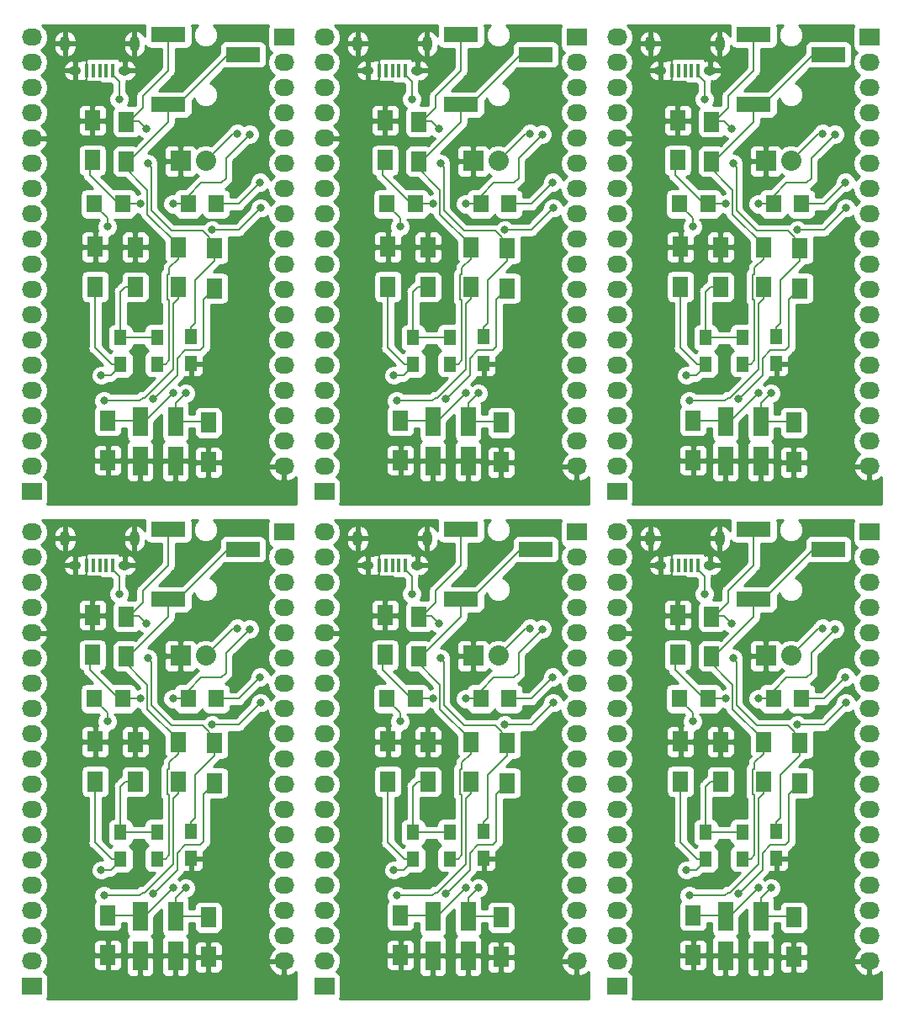
<source format=gbr>
G04 #@! TF.GenerationSoftware,KiCad,Pcbnew,5.0.0-rc2-dev-unknown-ce1bd4c~62~ubuntu16.04.1*
G04 #@! TF.CreationDate,2018-03-08T22:04:42+01:00*
G04 #@! TF.ProjectId,BM23_multi,424D32335F6D756C74692E6B69636164,rev?*
G04 #@! TF.SameCoordinates,Original*
G04 #@! TF.FileFunction,Copper,L1,Top,Signal*
G04 #@! TF.FilePolarity,Positive*
%FSLAX46Y46*%
G04 Gerber Fmt 4.6, Leading zero omitted, Abs format (unit mm)*
G04 Created by KiCad (PCBNEW 5.0.0-rc2-dev-unknown-ce1bd4c~62~ubuntu16.04.1) date Thu Mar  8 22:04:42 2018*
%MOMM*%
%LPD*%
G01*
G04 APERTURE LIST*
%ADD10R,1.501140X2.999740*%
%ADD11O,2.032000X1.727200*%
%ADD12R,2.032000X1.727200*%
%ADD13R,1.600000X2.000000*%
%ADD14R,1.300000X1.500000*%
%ADD15R,3.500000X1.500000*%
%ADD16O,2.032000X2.032000*%
%ADD17R,2.032000X2.032000*%
%ADD18O,1.000000X1.550000*%
%ADD19O,1.250000X0.950000*%
%ADD20R,0.400000X1.350000*%
%ADD21R,1.597660X1.800860*%
%ADD22C,0.800000*%
%ADD23C,0.200000*%
%ADD24C,0.254000*%
G04 APERTURE END LIST*
D10*
X222250000Y-164625020D03*
X222250000Y-168622980D03*
D11*
X236728000Y-169164000D03*
X236728000Y-166624000D03*
X236728000Y-164084000D03*
X236728000Y-161544000D03*
X236728000Y-159004000D03*
X236728000Y-156464000D03*
X236728000Y-153924000D03*
X236728000Y-151384000D03*
X236728000Y-148844000D03*
X236728000Y-146304000D03*
X236728000Y-143764000D03*
X236728000Y-141224000D03*
X236728000Y-138684000D03*
X236728000Y-136144000D03*
X236728000Y-133604000D03*
X236728000Y-131064000D03*
X236728000Y-128524000D03*
D12*
X236728000Y-125984000D03*
D13*
X218998800Y-168547800D03*
X218998800Y-164547800D03*
X217449400Y-138347200D03*
X217449400Y-134347200D03*
X217728800Y-151072600D03*
X217728800Y-147072600D03*
D11*
X211328000Y-125984000D03*
X211328000Y-128524000D03*
X211328000Y-131064000D03*
X211328000Y-133604000D03*
X211328000Y-136144000D03*
X211328000Y-138684000D03*
X211328000Y-141224000D03*
X211328000Y-143764000D03*
X211328000Y-146304000D03*
X211328000Y-148844000D03*
X211328000Y-151384000D03*
X211328000Y-153924000D03*
X211328000Y-156464000D03*
X211328000Y-159004000D03*
X211328000Y-161544000D03*
X211328000Y-164084000D03*
X211328000Y-166624000D03*
X211328000Y-169164000D03*
D12*
X211328000Y-171704000D03*
D13*
X226060000Y-151098000D03*
X226060000Y-147098000D03*
D14*
X223951800Y-158855400D03*
X223951800Y-156155400D03*
D13*
X221742000Y-147098000D03*
X221742000Y-151098000D03*
D10*
X225806000Y-168622980D03*
X225806000Y-164625020D03*
D13*
X229108000Y-168751000D03*
X229108000Y-164751000D03*
X220878400Y-138474200D03*
X220878400Y-134474200D03*
D15*
X225104000Y-125730000D03*
X232604000Y-127730000D03*
X225104000Y-132730000D03*
D16*
X228854000Y-138430000D03*
D17*
X226314000Y-138430000D03*
D18*
X214686900Y-126624540D03*
X221686900Y-126624540D03*
D19*
X215686900Y-129324540D03*
X220686900Y-129324540D03*
D20*
X216886900Y-129324540D03*
X217536900Y-129324540D03*
X218186900Y-129324540D03*
X218836900Y-129324540D03*
X219486900Y-129324540D03*
D14*
X220268800Y-158906200D03*
X220268800Y-156206200D03*
D13*
X229743000Y-147231600D03*
X229743000Y-151231600D03*
D21*
X229915720Y-142748000D03*
X227076000Y-142748000D03*
D14*
X227380800Y-156104600D03*
X227380800Y-158804600D03*
D21*
X220472000Y-142748000D03*
X217632280Y-142748000D03*
D10*
X192786000Y-164625020D03*
X192786000Y-168622980D03*
D11*
X207264000Y-169164000D03*
X207264000Y-166624000D03*
X207264000Y-164084000D03*
X207264000Y-161544000D03*
X207264000Y-159004000D03*
X207264000Y-156464000D03*
X207264000Y-153924000D03*
X207264000Y-151384000D03*
X207264000Y-148844000D03*
X207264000Y-146304000D03*
X207264000Y-143764000D03*
X207264000Y-141224000D03*
X207264000Y-138684000D03*
X207264000Y-136144000D03*
X207264000Y-133604000D03*
X207264000Y-131064000D03*
X207264000Y-128524000D03*
D12*
X207264000Y-125984000D03*
D13*
X189534800Y-168547800D03*
X189534800Y-164547800D03*
X187985400Y-138347200D03*
X187985400Y-134347200D03*
X188264800Y-151072600D03*
X188264800Y-147072600D03*
D11*
X181864000Y-125984000D03*
X181864000Y-128524000D03*
X181864000Y-131064000D03*
X181864000Y-133604000D03*
X181864000Y-136144000D03*
X181864000Y-138684000D03*
X181864000Y-141224000D03*
X181864000Y-143764000D03*
X181864000Y-146304000D03*
X181864000Y-148844000D03*
X181864000Y-151384000D03*
X181864000Y-153924000D03*
X181864000Y-156464000D03*
X181864000Y-159004000D03*
X181864000Y-161544000D03*
X181864000Y-164084000D03*
X181864000Y-166624000D03*
X181864000Y-169164000D03*
D12*
X181864000Y-171704000D03*
D13*
X196596000Y-151098000D03*
X196596000Y-147098000D03*
D14*
X194487800Y-158855400D03*
X194487800Y-156155400D03*
D13*
X192278000Y-147098000D03*
X192278000Y-151098000D03*
D10*
X196342000Y-168622980D03*
X196342000Y-164625020D03*
D13*
X199644000Y-168751000D03*
X199644000Y-164751000D03*
X191414400Y-138474200D03*
X191414400Y-134474200D03*
D15*
X195640000Y-125730000D03*
X203140000Y-127730000D03*
X195640000Y-132730000D03*
D16*
X199390000Y-138430000D03*
D17*
X196850000Y-138430000D03*
D18*
X185222900Y-126624540D03*
X192222900Y-126624540D03*
D19*
X186222900Y-129324540D03*
X191222900Y-129324540D03*
D20*
X187422900Y-129324540D03*
X188072900Y-129324540D03*
X188722900Y-129324540D03*
X189372900Y-129324540D03*
X190022900Y-129324540D03*
D14*
X190804800Y-158906200D03*
X190804800Y-156206200D03*
D13*
X200279000Y-147231600D03*
X200279000Y-151231600D03*
D21*
X200451720Y-142748000D03*
X197612000Y-142748000D03*
D14*
X197916800Y-156104600D03*
X197916800Y-158804600D03*
D21*
X191008000Y-142748000D03*
X188168280Y-142748000D03*
D10*
X163322000Y-164625020D03*
X163322000Y-168622980D03*
D11*
X177800000Y-169164000D03*
X177800000Y-166624000D03*
X177800000Y-164084000D03*
X177800000Y-161544000D03*
X177800000Y-159004000D03*
X177800000Y-156464000D03*
X177800000Y-153924000D03*
X177800000Y-151384000D03*
X177800000Y-148844000D03*
X177800000Y-146304000D03*
X177800000Y-143764000D03*
X177800000Y-141224000D03*
X177800000Y-138684000D03*
X177800000Y-136144000D03*
X177800000Y-133604000D03*
X177800000Y-131064000D03*
X177800000Y-128524000D03*
D12*
X177800000Y-125984000D03*
D13*
X160070800Y-168547800D03*
X160070800Y-164547800D03*
X158521400Y-138347200D03*
X158521400Y-134347200D03*
X158800800Y-151072600D03*
X158800800Y-147072600D03*
D11*
X152400000Y-125984000D03*
X152400000Y-128524000D03*
X152400000Y-131064000D03*
X152400000Y-133604000D03*
X152400000Y-136144000D03*
X152400000Y-138684000D03*
X152400000Y-141224000D03*
X152400000Y-143764000D03*
X152400000Y-146304000D03*
X152400000Y-148844000D03*
X152400000Y-151384000D03*
X152400000Y-153924000D03*
X152400000Y-156464000D03*
X152400000Y-159004000D03*
X152400000Y-161544000D03*
X152400000Y-164084000D03*
X152400000Y-166624000D03*
X152400000Y-169164000D03*
D12*
X152400000Y-171704000D03*
D13*
X167132000Y-151098000D03*
X167132000Y-147098000D03*
D14*
X165023800Y-158855400D03*
X165023800Y-156155400D03*
D13*
X162814000Y-147098000D03*
X162814000Y-151098000D03*
D10*
X166878000Y-168622980D03*
X166878000Y-164625020D03*
D13*
X170180000Y-168751000D03*
X170180000Y-164751000D03*
X161950400Y-138474200D03*
X161950400Y-134474200D03*
D15*
X166176000Y-125730000D03*
X173676000Y-127730000D03*
X166176000Y-132730000D03*
D16*
X169926000Y-138430000D03*
D17*
X167386000Y-138430000D03*
D18*
X155758900Y-126624540D03*
X162758900Y-126624540D03*
D19*
X156758900Y-129324540D03*
X161758900Y-129324540D03*
D20*
X157958900Y-129324540D03*
X158608900Y-129324540D03*
X159258900Y-129324540D03*
X159908900Y-129324540D03*
X160558900Y-129324540D03*
D14*
X161340800Y-158906200D03*
X161340800Y-156206200D03*
D13*
X170815000Y-147231600D03*
X170815000Y-151231600D03*
D21*
X170987720Y-142748000D03*
X168148000Y-142748000D03*
D14*
X168452800Y-156104600D03*
X168452800Y-158804600D03*
D21*
X161544000Y-142748000D03*
X158704280Y-142748000D03*
D10*
X222250000Y-114841020D03*
X222250000Y-118838980D03*
D11*
X236728000Y-119380000D03*
X236728000Y-116840000D03*
X236728000Y-114300000D03*
X236728000Y-111760000D03*
X236728000Y-109220000D03*
X236728000Y-106680000D03*
X236728000Y-104140000D03*
X236728000Y-101600000D03*
X236728000Y-99060000D03*
X236728000Y-96520000D03*
X236728000Y-93980000D03*
X236728000Y-91440000D03*
X236728000Y-88900000D03*
X236728000Y-86360000D03*
X236728000Y-83820000D03*
X236728000Y-81280000D03*
X236728000Y-78740000D03*
D12*
X236728000Y-76200000D03*
D13*
X218998800Y-118763800D03*
X218998800Y-114763800D03*
X217449400Y-88563200D03*
X217449400Y-84563200D03*
X217728800Y-101288600D03*
X217728800Y-97288600D03*
D11*
X211328000Y-76200000D03*
X211328000Y-78740000D03*
X211328000Y-81280000D03*
X211328000Y-83820000D03*
X211328000Y-86360000D03*
X211328000Y-88900000D03*
X211328000Y-91440000D03*
X211328000Y-93980000D03*
X211328000Y-96520000D03*
X211328000Y-99060000D03*
X211328000Y-101600000D03*
X211328000Y-104140000D03*
X211328000Y-106680000D03*
X211328000Y-109220000D03*
X211328000Y-111760000D03*
X211328000Y-114300000D03*
X211328000Y-116840000D03*
X211328000Y-119380000D03*
D12*
X211328000Y-121920000D03*
D13*
X226060000Y-101314000D03*
X226060000Y-97314000D03*
D14*
X223951800Y-109071400D03*
X223951800Y-106371400D03*
D13*
X221742000Y-97314000D03*
X221742000Y-101314000D03*
D10*
X225806000Y-118838980D03*
X225806000Y-114841020D03*
D13*
X229108000Y-118967000D03*
X229108000Y-114967000D03*
X220878400Y-88690200D03*
X220878400Y-84690200D03*
D15*
X225104000Y-75946000D03*
X232604000Y-77946000D03*
X225104000Y-82946000D03*
D16*
X228854000Y-88646000D03*
D17*
X226314000Y-88646000D03*
D18*
X214686900Y-76840540D03*
X221686900Y-76840540D03*
D19*
X215686900Y-79540540D03*
X220686900Y-79540540D03*
D20*
X216886900Y-79540540D03*
X217536900Y-79540540D03*
X218186900Y-79540540D03*
X218836900Y-79540540D03*
X219486900Y-79540540D03*
D14*
X220268800Y-109122200D03*
X220268800Y-106422200D03*
D13*
X229743000Y-97447600D03*
X229743000Y-101447600D03*
D21*
X229915720Y-92964000D03*
X227076000Y-92964000D03*
D14*
X227380800Y-106320600D03*
X227380800Y-109020600D03*
D21*
X220472000Y-92964000D03*
X217632280Y-92964000D03*
D10*
X192786000Y-114841020D03*
X192786000Y-118838980D03*
D11*
X207264000Y-119380000D03*
X207264000Y-116840000D03*
X207264000Y-114300000D03*
X207264000Y-111760000D03*
X207264000Y-109220000D03*
X207264000Y-106680000D03*
X207264000Y-104140000D03*
X207264000Y-101600000D03*
X207264000Y-99060000D03*
X207264000Y-96520000D03*
X207264000Y-93980000D03*
X207264000Y-91440000D03*
X207264000Y-88900000D03*
X207264000Y-86360000D03*
X207264000Y-83820000D03*
X207264000Y-81280000D03*
X207264000Y-78740000D03*
D12*
X207264000Y-76200000D03*
D13*
X189534800Y-118763800D03*
X189534800Y-114763800D03*
X187985400Y-88563200D03*
X187985400Y-84563200D03*
X188264800Y-101288600D03*
X188264800Y-97288600D03*
D11*
X181864000Y-76200000D03*
X181864000Y-78740000D03*
X181864000Y-81280000D03*
X181864000Y-83820000D03*
X181864000Y-86360000D03*
X181864000Y-88900000D03*
X181864000Y-91440000D03*
X181864000Y-93980000D03*
X181864000Y-96520000D03*
X181864000Y-99060000D03*
X181864000Y-101600000D03*
X181864000Y-104140000D03*
X181864000Y-106680000D03*
X181864000Y-109220000D03*
X181864000Y-111760000D03*
X181864000Y-114300000D03*
X181864000Y-116840000D03*
X181864000Y-119380000D03*
D12*
X181864000Y-121920000D03*
D13*
X196596000Y-101314000D03*
X196596000Y-97314000D03*
D14*
X194487800Y-109071400D03*
X194487800Y-106371400D03*
D13*
X192278000Y-97314000D03*
X192278000Y-101314000D03*
D10*
X196342000Y-118838980D03*
X196342000Y-114841020D03*
D13*
X199644000Y-118967000D03*
X199644000Y-114967000D03*
X191414400Y-88690200D03*
X191414400Y-84690200D03*
D15*
X195640000Y-75946000D03*
X203140000Y-77946000D03*
X195640000Y-82946000D03*
D16*
X199390000Y-88646000D03*
D17*
X196850000Y-88646000D03*
D18*
X185222900Y-76840540D03*
X192222900Y-76840540D03*
D19*
X186222900Y-79540540D03*
X191222900Y-79540540D03*
D20*
X187422900Y-79540540D03*
X188072900Y-79540540D03*
X188722900Y-79540540D03*
X189372900Y-79540540D03*
X190022900Y-79540540D03*
D14*
X190804800Y-109122200D03*
X190804800Y-106422200D03*
D13*
X200279000Y-97447600D03*
X200279000Y-101447600D03*
D21*
X200451720Y-92964000D03*
X197612000Y-92964000D03*
D14*
X197916800Y-106320600D03*
X197916800Y-109020600D03*
D21*
X191008000Y-92964000D03*
X188168280Y-92964000D03*
D12*
X152400000Y-121920000D03*
D11*
X152400000Y-119380000D03*
X152400000Y-116840000D03*
X152400000Y-114300000D03*
X152400000Y-111760000D03*
X152400000Y-109220000D03*
X152400000Y-106680000D03*
X152400000Y-104140000D03*
X152400000Y-101600000D03*
X152400000Y-99060000D03*
X152400000Y-96520000D03*
X152400000Y-93980000D03*
X152400000Y-91440000D03*
X152400000Y-88900000D03*
X152400000Y-86360000D03*
X152400000Y-83820000D03*
X152400000Y-81280000D03*
X152400000Y-78740000D03*
X152400000Y-76200000D03*
D12*
X177800000Y-76200000D03*
D11*
X177800000Y-78740000D03*
X177800000Y-81280000D03*
X177800000Y-83820000D03*
X177800000Y-86360000D03*
X177800000Y-88900000D03*
X177800000Y-91440000D03*
X177800000Y-93980000D03*
X177800000Y-96520000D03*
X177800000Y-99060000D03*
X177800000Y-101600000D03*
X177800000Y-104140000D03*
X177800000Y-106680000D03*
X177800000Y-109220000D03*
X177800000Y-111760000D03*
X177800000Y-114300000D03*
X177800000Y-116840000D03*
X177800000Y-119380000D03*
D13*
X160070800Y-114763800D03*
X160070800Y-118763800D03*
D10*
X163322000Y-118838980D03*
X163322000Y-114841020D03*
D13*
X158521400Y-84563200D03*
X158521400Y-88563200D03*
X158800800Y-97288600D03*
X158800800Y-101288600D03*
X162814000Y-101314000D03*
X162814000Y-97314000D03*
X170180000Y-114967000D03*
X170180000Y-118967000D03*
D10*
X166878000Y-114841020D03*
X166878000Y-118838980D03*
D13*
X161950400Y-84690200D03*
X161950400Y-88690200D03*
X167132000Y-97314000D03*
X167132000Y-101314000D03*
X170815000Y-101447600D03*
X170815000Y-97447600D03*
D17*
X167386000Y-88646000D03*
D16*
X169926000Y-88646000D03*
D21*
X168148000Y-92964000D03*
X170987720Y-92964000D03*
X158704280Y-92964000D03*
X161544000Y-92964000D03*
D14*
X161340800Y-106422200D03*
X161340800Y-109122200D03*
X165023800Y-106371400D03*
X165023800Y-109071400D03*
X168452800Y-109020600D03*
X168452800Y-106320600D03*
D20*
X160558900Y-79540540D03*
X159908900Y-79540540D03*
X159258900Y-79540540D03*
X158608900Y-79540540D03*
X157958900Y-79540540D03*
D19*
X161758900Y-79540540D03*
X156758900Y-79540540D03*
D18*
X162758900Y-76840540D03*
X155758900Y-76840540D03*
D15*
X166176000Y-82946000D03*
X173676000Y-77946000D03*
X166176000Y-75946000D03*
D22*
X222250000Y-142748000D03*
X234365800Y-143154400D03*
X218948000Y-145034000D03*
X229514400Y-145364200D03*
X225552000Y-161798000D03*
X220141800Y-132207000D03*
X234340400Y-140563600D03*
X225554975Y-142745025D03*
X233273600Y-135737600D03*
X218338400Y-159994600D03*
X222910400Y-135204200D03*
X223012000Y-138684000D03*
X226822000Y-161798000D03*
X232054400Y-135661396D03*
X218617800Y-162534600D03*
X223583181Y-162394583D03*
X192786000Y-142748000D03*
X204901800Y-143154400D03*
X189484000Y-145034000D03*
X200050400Y-145364200D03*
X196088000Y-161798000D03*
X190677800Y-132207000D03*
X204876400Y-140563600D03*
X196090975Y-142745025D03*
X203809600Y-135737600D03*
X188874400Y-159994600D03*
X193446400Y-135204200D03*
X193548000Y-138684000D03*
X197358000Y-161798000D03*
X202590400Y-135661396D03*
X189153800Y-162534600D03*
X194119181Y-162394583D03*
X163322000Y-142748000D03*
X175437800Y-143154400D03*
X160020000Y-145034000D03*
X170586400Y-145364200D03*
X166624000Y-161798000D03*
X161213800Y-132207000D03*
X175412400Y-140563600D03*
X166626975Y-142745025D03*
X174345600Y-135737600D03*
X159410400Y-159994600D03*
X163982400Y-135204200D03*
X164084000Y-138684000D03*
X167894000Y-161798000D03*
X173126400Y-135661396D03*
X159689800Y-162534600D03*
X164655181Y-162394583D03*
X222250000Y-92964000D03*
X234365800Y-93370400D03*
X218948000Y-95250000D03*
X229514400Y-95580200D03*
X225552000Y-112014000D03*
X220141800Y-82423000D03*
X234340400Y-90779600D03*
X225554975Y-92961025D03*
X233273600Y-85953600D03*
X218338400Y-110210600D03*
X222910400Y-85420200D03*
X223012000Y-88900000D03*
X226822000Y-112014000D03*
X232054400Y-85877396D03*
X218617800Y-112750600D03*
X223583181Y-112610583D03*
X192786000Y-92964000D03*
X204901800Y-93370400D03*
X189484000Y-95250000D03*
X200050400Y-95580200D03*
X196088000Y-112014000D03*
X190677800Y-82423000D03*
X204876400Y-90779600D03*
X196090975Y-92961025D03*
X203809600Y-85953600D03*
X188874400Y-110210600D03*
X193446400Y-85420200D03*
X193548000Y-88900000D03*
X197358000Y-112014000D03*
X202590400Y-85877396D03*
X189153800Y-112750600D03*
X194119181Y-112610583D03*
X159689800Y-112750600D03*
X164655181Y-112610583D03*
X159410400Y-110210600D03*
X161213800Y-82423000D03*
X166624000Y-112014000D03*
X173126400Y-85877396D03*
X167894000Y-112014000D03*
X174345600Y-85953600D03*
X166626975Y-92961025D03*
X163322000Y-92964000D03*
X175412400Y-90779600D03*
X175437800Y-93370400D03*
X170586400Y-95580200D03*
X160020000Y-95250000D03*
X163982400Y-85420200D03*
X164084000Y-88900000D03*
D23*
X220141800Y-130454440D02*
X220141800Y-131641315D01*
X233965801Y-143554399D02*
X234365800Y-143154400D01*
X229514400Y-145364200D02*
X232156000Y-145364200D01*
X232156000Y-145364200D02*
X233965801Y-143554399D01*
X215798400Y-128244600D02*
X216128600Y-128244600D01*
X216128600Y-128244600D02*
X216204800Y-128320800D01*
X216204800Y-128320800D02*
X216763600Y-128320800D01*
X216763600Y-128320800D02*
X216763600Y-128219200D01*
X216763600Y-128219200D02*
X216712800Y-128168400D01*
X216712800Y-128168400D02*
X216230200Y-128168400D01*
X217774060Y-126624540D02*
X221686900Y-126624540D01*
X216230200Y-128168400D02*
X217774060Y-126624540D01*
X220686900Y-128649540D02*
X220700600Y-128635840D01*
X220686900Y-129324540D02*
X220686900Y-128649540D01*
X220700600Y-128635840D02*
X220700600Y-128447800D01*
X220700600Y-128447800D02*
X220446600Y-128193800D01*
X215676940Y-126624540D02*
X214686900Y-126624540D01*
X216886900Y-127834500D02*
X215676940Y-126624540D01*
X216886900Y-130199540D02*
X216886900Y-129324540D01*
X215925400Y-130352800D02*
X216733640Y-130352800D01*
X215686900Y-129324540D02*
X215686900Y-129999540D01*
X215773000Y-130085640D02*
X215773000Y-130200400D01*
X216733640Y-130352800D02*
X216886900Y-130199540D01*
X215686900Y-129999540D02*
X215773000Y-130085640D01*
X215773000Y-130200400D02*
X215925400Y-130352800D01*
X215686900Y-128649540D02*
X215798400Y-128538040D01*
X215686900Y-129324540D02*
X215686900Y-128649540D01*
X215798400Y-128538040D02*
X215798400Y-128244600D01*
X218948000Y-144165320D02*
X218948000Y-145034000D01*
X217632280Y-142849600D02*
X218948000Y-144165320D01*
X217632280Y-142748000D02*
X217632280Y-142849600D01*
X222724980Y-164625020D02*
X225152001Y-162197999D01*
X225152001Y-162197999D02*
X225552000Y-161798000D01*
X222172780Y-164547800D02*
X222250000Y-164625020D01*
X218998800Y-164547800D02*
X222172780Y-164547800D01*
X219486900Y-129324540D02*
X219486900Y-129799540D01*
X219486900Y-129799540D02*
X220141800Y-130454440D01*
X220141800Y-131641315D02*
X220141800Y-132207000D01*
X229915720Y-142748000D02*
X232156000Y-142748000D01*
X233940401Y-140963599D02*
X234340400Y-140563600D01*
X232156000Y-142748000D02*
X233940401Y-140963599D01*
X220472000Y-142748000D02*
X222250000Y-142748000D01*
X227073025Y-142745025D02*
X227076000Y-142748000D01*
X225554975Y-142745025D02*
X227073025Y-142745025D01*
X220050000Y-142748000D02*
X220472000Y-142748000D01*
X217170000Y-139868000D02*
X220050000Y-142748000D01*
X217170000Y-138430000D02*
X217170000Y-139868000D01*
X219280400Y-159994600D02*
X218338400Y-159994600D01*
X220268800Y-159006200D02*
X219280400Y-159994600D01*
X220268800Y-158906200D02*
X220268800Y-159006200D01*
X219418800Y-158906200D02*
X220268800Y-158906200D01*
X217728800Y-157216200D02*
X219418800Y-158906200D01*
X217728800Y-151072600D02*
X217728800Y-157216200D01*
X220446600Y-128193800D02*
X216886900Y-128193800D01*
X216886900Y-128193800D02*
X216886900Y-127834500D01*
X216886900Y-129324540D02*
X216886900Y-128193800D01*
X213664800Y-130479800D02*
X213664800Y-127838200D01*
X228625400Y-157149800D02*
X228320600Y-157454600D01*
X225104000Y-129312000D02*
X225104000Y-126680000D01*
X220218000Y-134398000D02*
X221218000Y-134398000D01*
X221218000Y-134398000D02*
X222543602Y-133072398D01*
X225104000Y-126680000D02*
X225104000Y-125730000D01*
X222543602Y-133072398D02*
X222543602Y-131872398D01*
X222510401Y-134804201D02*
X222910400Y-135204200D01*
X222104200Y-134398000D02*
X222510401Y-134804201D01*
X220218000Y-134398000D02*
X222104200Y-134398000D01*
X223901000Y-156206200D02*
X223951800Y-156155400D01*
X220268800Y-156206200D02*
X223901000Y-156206200D01*
X225196400Y-149161600D02*
X226060000Y-148298000D01*
X223367600Y-143433800D02*
X223367600Y-139039600D01*
X223367600Y-139039600D02*
X223012000Y-138684000D01*
X230140000Y-147098000D02*
X228507800Y-145465800D01*
X228507800Y-145465800D02*
X225399600Y-145465800D01*
X225399600Y-145465800D02*
X223367600Y-143433800D01*
X227380800Y-155154600D02*
X227380800Y-156104600D01*
X229743000Y-147231600D02*
X229743000Y-148431600D01*
X229743000Y-148431600D02*
X227761800Y-150412800D01*
X227761800Y-150412800D02*
X227761800Y-154773600D01*
X227761800Y-154773600D02*
X227380800Y-155154600D01*
X222543602Y-131872398D02*
X225104000Y-129312000D01*
X228625400Y-152349200D02*
X228625400Y-157149800D01*
X228320600Y-157454600D02*
X226790798Y-157454600D01*
X229743000Y-151231600D02*
X228625400Y-152349200D01*
X230886000Y-138125200D02*
X233273600Y-135737600D01*
X230886000Y-140157200D02*
X230886000Y-138125200D01*
X228854000Y-138430000D02*
X231622604Y-135661396D01*
X231622604Y-135661396D02*
X232054400Y-135661396D01*
X230403400Y-140639800D02*
X230886000Y-140157200D01*
X228371400Y-140639800D02*
X230403400Y-140639800D01*
X227076000Y-141935200D02*
X228371400Y-140639800D01*
X227076000Y-142748000D02*
X227076000Y-141935200D01*
X225806000Y-164625020D02*
X225806000Y-162814000D01*
X225806000Y-162814000D02*
X226422001Y-162197999D01*
X226422001Y-162197999D02*
X226822000Y-161798000D01*
X228982020Y-164625020D02*
X229108000Y-164751000D01*
X225806000Y-164625020D02*
X228982020Y-164625020D01*
X222212602Y-162534600D02*
X219183485Y-162534600D01*
X222504000Y-162243202D02*
X222212602Y-162534600D01*
X222744598Y-162243202D02*
X222504000Y-162243202D01*
X225552000Y-159435800D02*
X222744598Y-162243202D01*
X219183485Y-162534600D02*
X218617800Y-162534600D01*
X226060000Y-151098000D02*
X226060000Y-152298000D01*
X225552000Y-152806000D02*
X225552000Y-159435800D01*
X226060000Y-152298000D02*
X225552000Y-152806000D01*
X226060000Y-146898000D02*
X222967589Y-143805589D01*
X220218000Y-138598000D02*
X220218000Y-138398000D01*
X226060000Y-147098000D02*
X226060000Y-146898000D01*
X226060000Y-148298000D02*
X226060000Y-147098000D01*
X225151990Y-158505210D02*
X225151990Y-152398001D01*
X224801800Y-158855400D02*
X225151990Y-158505210D01*
X225151990Y-152398001D02*
X225019999Y-152398001D01*
X223951800Y-158855400D02*
X224801800Y-158855400D01*
X225019999Y-152398001D02*
X224959999Y-152338001D01*
X224959999Y-149857999D02*
X225019999Y-149797999D01*
X225019999Y-149797999D02*
X225196400Y-149797999D01*
X224959999Y-152338001D02*
X224959999Y-149857999D01*
X225196400Y-149797999D02*
X225196400Y-149161600D01*
X213506860Y-126624540D02*
X214686900Y-126624540D01*
X215686900Y-129324540D02*
X215686900Y-130292100D01*
X223983180Y-161994584D02*
X223583181Y-162394583D01*
X225983800Y-159993964D02*
X223983180Y-161994584D01*
X225983800Y-158261598D02*
X225983800Y-159993964D01*
X226790798Y-157454600D02*
X225983800Y-158261598D01*
X215686900Y-130292100D02*
X215849200Y-130454400D01*
X218191396Y-130454400D02*
X219207396Y-131470400D01*
X213664800Y-127838200D02*
X213283800Y-127457200D01*
X213283800Y-127457200D02*
X213283800Y-126847600D01*
X219207396Y-131470400D02*
X214655400Y-131470400D01*
X213283800Y-126847600D02*
X213506860Y-126624540D01*
X214655400Y-131470400D02*
X213664800Y-130479800D01*
X215849200Y-130454400D02*
X218191396Y-130454400D01*
X225104000Y-133680000D02*
X225104000Y-132730000D01*
X225104000Y-134512000D02*
X225104000Y-133680000D01*
X221218000Y-138398000D02*
X225104000Y-134512000D01*
X220218000Y-138398000D02*
X221218000Y-138398000D01*
X231104000Y-127730000D02*
X232604000Y-127730000D01*
X226104000Y-132730000D02*
X231104000Y-127730000D01*
X225104000Y-132730000D02*
X226104000Y-132730000D01*
X222967589Y-143805589D02*
X222967589Y-141347589D01*
X222967589Y-141347589D02*
X220218000Y-138598000D01*
X220742000Y-151098000D02*
X221742000Y-151098000D01*
X220268800Y-151571200D02*
X220742000Y-151098000D01*
X220268800Y-156206200D02*
X220268800Y-151571200D01*
X190677800Y-130454440D02*
X190677800Y-131641315D01*
X204501801Y-143554399D02*
X204901800Y-143154400D01*
X200050400Y-145364200D02*
X202692000Y-145364200D01*
X202692000Y-145364200D02*
X204501801Y-143554399D01*
X186334400Y-128244600D02*
X186664600Y-128244600D01*
X186664600Y-128244600D02*
X186740800Y-128320800D01*
X186740800Y-128320800D02*
X187299600Y-128320800D01*
X187299600Y-128320800D02*
X187299600Y-128219200D01*
X187299600Y-128219200D02*
X187248800Y-128168400D01*
X187248800Y-128168400D02*
X186766200Y-128168400D01*
X188310060Y-126624540D02*
X192222900Y-126624540D01*
X186766200Y-128168400D02*
X188310060Y-126624540D01*
X191222900Y-128649540D02*
X191236600Y-128635840D01*
X191222900Y-129324540D02*
X191222900Y-128649540D01*
X191236600Y-128635840D02*
X191236600Y-128447800D01*
X191236600Y-128447800D02*
X190982600Y-128193800D01*
X186212940Y-126624540D02*
X185222900Y-126624540D01*
X187422900Y-127834500D02*
X186212940Y-126624540D01*
X187422900Y-130199540D02*
X187422900Y-129324540D01*
X186461400Y-130352800D02*
X187269640Y-130352800D01*
X186222900Y-129324540D02*
X186222900Y-129999540D01*
X186309000Y-130085640D02*
X186309000Y-130200400D01*
X187269640Y-130352800D02*
X187422900Y-130199540D01*
X186222900Y-129999540D02*
X186309000Y-130085640D01*
X186309000Y-130200400D02*
X186461400Y-130352800D01*
X186222900Y-128649540D02*
X186334400Y-128538040D01*
X186222900Y-129324540D02*
X186222900Y-128649540D01*
X186334400Y-128538040D02*
X186334400Y-128244600D01*
X189484000Y-144165320D02*
X189484000Y-145034000D01*
X188168280Y-142849600D02*
X189484000Y-144165320D01*
X188168280Y-142748000D02*
X188168280Y-142849600D01*
X193260980Y-164625020D02*
X195688001Y-162197999D01*
X195688001Y-162197999D02*
X196088000Y-161798000D01*
X192708780Y-164547800D02*
X192786000Y-164625020D01*
X189534800Y-164547800D02*
X192708780Y-164547800D01*
X190022900Y-129324540D02*
X190022900Y-129799540D01*
X190022900Y-129799540D02*
X190677800Y-130454440D01*
X190677800Y-131641315D02*
X190677800Y-132207000D01*
X200451720Y-142748000D02*
X202692000Y-142748000D01*
X204476401Y-140963599D02*
X204876400Y-140563600D01*
X202692000Y-142748000D02*
X204476401Y-140963599D01*
X191008000Y-142748000D02*
X192786000Y-142748000D01*
X197609025Y-142745025D02*
X197612000Y-142748000D01*
X196090975Y-142745025D02*
X197609025Y-142745025D01*
X190586000Y-142748000D02*
X191008000Y-142748000D01*
X187706000Y-139868000D02*
X190586000Y-142748000D01*
X187706000Y-138430000D02*
X187706000Y-139868000D01*
X189816400Y-159994600D02*
X188874400Y-159994600D01*
X190804800Y-159006200D02*
X189816400Y-159994600D01*
X190804800Y-158906200D02*
X190804800Y-159006200D01*
X189954800Y-158906200D02*
X190804800Y-158906200D01*
X188264800Y-157216200D02*
X189954800Y-158906200D01*
X188264800Y-151072600D02*
X188264800Y-157216200D01*
X190982600Y-128193800D02*
X187422900Y-128193800D01*
X187422900Y-128193800D02*
X187422900Y-127834500D01*
X187422900Y-129324540D02*
X187422900Y-128193800D01*
X184200800Y-130479800D02*
X184200800Y-127838200D01*
X199161400Y-157149800D02*
X198856600Y-157454600D01*
X195640000Y-129312000D02*
X195640000Y-126680000D01*
X190754000Y-134398000D02*
X191754000Y-134398000D01*
X191754000Y-134398000D02*
X193079602Y-133072398D01*
X195640000Y-126680000D02*
X195640000Y-125730000D01*
X193079602Y-133072398D02*
X193079602Y-131872398D01*
X193046401Y-134804201D02*
X193446400Y-135204200D01*
X192640200Y-134398000D02*
X193046401Y-134804201D01*
X190754000Y-134398000D02*
X192640200Y-134398000D01*
X194437000Y-156206200D02*
X194487800Y-156155400D01*
X190804800Y-156206200D02*
X194437000Y-156206200D01*
X195732400Y-149161600D02*
X196596000Y-148298000D01*
X193903600Y-143433800D02*
X193903600Y-139039600D01*
X193903600Y-139039600D02*
X193548000Y-138684000D01*
X200676000Y-147098000D02*
X199043800Y-145465800D01*
X199043800Y-145465800D02*
X195935600Y-145465800D01*
X195935600Y-145465800D02*
X193903600Y-143433800D01*
X197916800Y-155154600D02*
X197916800Y-156104600D01*
X200279000Y-147231600D02*
X200279000Y-148431600D01*
X200279000Y-148431600D02*
X198297800Y-150412800D01*
X198297800Y-150412800D02*
X198297800Y-154773600D01*
X198297800Y-154773600D02*
X197916800Y-155154600D01*
X193079602Y-131872398D02*
X195640000Y-129312000D01*
X199161400Y-152349200D02*
X199161400Y-157149800D01*
X198856600Y-157454600D02*
X197326798Y-157454600D01*
X200279000Y-151231600D02*
X199161400Y-152349200D01*
X201422000Y-138125200D02*
X203809600Y-135737600D01*
X201422000Y-140157200D02*
X201422000Y-138125200D01*
X199390000Y-138430000D02*
X202158604Y-135661396D01*
X202158604Y-135661396D02*
X202590400Y-135661396D01*
X200939400Y-140639800D02*
X201422000Y-140157200D01*
X198907400Y-140639800D02*
X200939400Y-140639800D01*
X197612000Y-141935200D02*
X198907400Y-140639800D01*
X197612000Y-142748000D02*
X197612000Y-141935200D01*
X196342000Y-164625020D02*
X196342000Y-162814000D01*
X196342000Y-162814000D02*
X196958001Y-162197999D01*
X196958001Y-162197999D02*
X197358000Y-161798000D01*
X199518020Y-164625020D02*
X199644000Y-164751000D01*
X196342000Y-164625020D02*
X199518020Y-164625020D01*
X192748602Y-162534600D02*
X189719485Y-162534600D01*
X193040000Y-162243202D02*
X192748602Y-162534600D01*
X193280598Y-162243202D02*
X193040000Y-162243202D01*
X196088000Y-159435800D02*
X193280598Y-162243202D01*
X189719485Y-162534600D02*
X189153800Y-162534600D01*
X196596000Y-151098000D02*
X196596000Y-152298000D01*
X196088000Y-152806000D02*
X196088000Y-159435800D01*
X196596000Y-152298000D02*
X196088000Y-152806000D01*
X196596000Y-146898000D02*
X193503589Y-143805589D01*
X190754000Y-138598000D02*
X190754000Y-138398000D01*
X196596000Y-147098000D02*
X196596000Y-146898000D01*
X196596000Y-148298000D02*
X196596000Y-147098000D01*
X195687990Y-158505210D02*
X195687990Y-152398001D01*
X195337800Y-158855400D02*
X195687990Y-158505210D01*
X195687990Y-152398001D02*
X195555999Y-152398001D01*
X194487800Y-158855400D02*
X195337800Y-158855400D01*
X195555999Y-152398001D02*
X195495999Y-152338001D01*
X195495999Y-149857999D02*
X195555999Y-149797999D01*
X195555999Y-149797999D02*
X195732400Y-149797999D01*
X195495999Y-152338001D02*
X195495999Y-149857999D01*
X195732400Y-149797999D02*
X195732400Y-149161600D01*
X184042860Y-126624540D02*
X185222900Y-126624540D01*
X186222900Y-129324540D02*
X186222900Y-130292100D01*
X194519180Y-161994584D02*
X194119181Y-162394583D01*
X196519800Y-159993964D02*
X194519180Y-161994584D01*
X196519800Y-158261598D02*
X196519800Y-159993964D01*
X197326798Y-157454600D02*
X196519800Y-158261598D01*
X186222900Y-130292100D02*
X186385200Y-130454400D01*
X188727396Y-130454400D02*
X189743396Y-131470400D01*
X184200800Y-127838200D02*
X183819800Y-127457200D01*
X183819800Y-127457200D02*
X183819800Y-126847600D01*
X189743396Y-131470400D02*
X185191400Y-131470400D01*
X183819800Y-126847600D02*
X184042860Y-126624540D01*
X185191400Y-131470400D02*
X184200800Y-130479800D01*
X186385200Y-130454400D02*
X188727396Y-130454400D01*
X195640000Y-133680000D02*
X195640000Y-132730000D01*
X195640000Y-134512000D02*
X195640000Y-133680000D01*
X191754000Y-138398000D02*
X195640000Y-134512000D01*
X190754000Y-138398000D02*
X191754000Y-138398000D01*
X201640000Y-127730000D02*
X203140000Y-127730000D01*
X196640000Y-132730000D02*
X201640000Y-127730000D01*
X195640000Y-132730000D02*
X196640000Y-132730000D01*
X193503589Y-143805589D02*
X193503589Y-141347589D01*
X193503589Y-141347589D02*
X190754000Y-138598000D01*
X191278000Y-151098000D02*
X192278000Y-151098000D01*
X190804800Y-151571200D02*
X191278000Y-151098000D01*
X190804800Y-156206200D02*
X190804800Y-151571200D01*
X161213800Y-130454440D02*
X161213800Y-131641315D01*
X175037801Y-143554399D02*
X175437800Y-143154400D01*
X170586400Y-145364200D02*
X173228000Y-145364200D01*
X173228000Y-145364200D02*
X175037801Y-143554399D01*
X156870400Y-128244600D02*
X157200600Y-128244600D01*
X157200600Y-128244600D02*
X157276800Y-128320800D01*
X157276800Y-128320800D02*
X157835600Y-128320800D01*
X157835600Y-128320800D02*
X157835600Y-128219200D01*
X157835600Y-128219200D02*
X157784800Y-128168400D01*
X157784800Y-128168400D02*
X157302200Y-128168400D01*
X158846060Y-126624540D02*
X162758900Y-126624540D01*
X157302200Y-128168400D02*
X158846060Y-126624540D01*
X161758900Y-128649540D02*
X161772600Y-128635840D01*
X161758900Y-129324540D02*
X161758900Y-128649540D01*
X161772600Y-128635840D02*
X161772600Y-128447800D01*
X161772600Y-128447800D02*
X161518600Y-128193800D01*
X156748940Y-126624540D02*
X155758900Y-126624540D01*
X157958900Y-127834500D02*
X156748940Y-126624540D01*
X157958900Y-130199540D02*
X157958900Y-129324540D01*
X156997400Y-130352800D02*
X157805640Y-130352800D01*
X156758900Y-129324540D02*
X156758900Y-129999540D01*
X156845000Y-130085640D02*
X156845000Y-130200400D01*
X157805640Y-130352800D02*
X157958900Y-130199540D01*
X156758900Y-129999540D02*
X156845000Y-130085640D01*
X156845000Y-130200400D02*
X156997400Y-130352800D01*
X156758900Y-128649540D02*
X156870400Y-128538040D01*
X156758900Y-129324540D02*
X156758900Y-128649540D01*
X156870400Y-128538040D02*
X156870400Y-128244600D01*
X160020000Y-144165320D02*
X160020000Y-145034000D01*
X158704280Y-142849600D02*
X160020000Y-144165320D01*
X158704280Y-142748000D02*
X158704280Y-142849600D01*
X163796980Y-164625020D02*
X166224001Y-162197999D01*
X166224001Y-162197999D02*
X166624000Y-161798000D01*
X163244780Y-164547800D02*
X163322000Y-164625020D01*
X160070800Y-164547800D02*
X163244780Y-164547800D01*
X160558900Y-129324540D02*
X160558900Y-129799540D01*
X160558900Y-129799540D02*
X161213800Y-130454440D01*
X161213800Y-131641315D02*
X161213800Y-132207000D01*
X170987720Y-142748000D02*
X173228000Y-142748000D01*
X175012401Y-140963599D02*
X175412400Y-140563600D01*
X173228000Y-142748000D02*
X175012401Y-140963599D01*
X161544000Y-142748000D02*
X163322000Y-142748000D01*
X168145025Y-142745025D02*
X168148000Y-142748000D01*
X166626975Y-142745025D02*
X168145025Y-142745025D01*
X161122000Y-142748000D02*
X161544000Y-142748000D01*
X158242000Y-139868000D02*
X161122000Y-142748000D01*
X158242000Y-138430000D02*
X158242000Y-139868000D01*
X160352400Y-159994600D02*
X159410400Y-159994600D01*
X161340800Y-159006200D02*
X160352400Y-159994600D01*
X161340800Y-158906200D02*
X161340800Y-159006200D01*
X160490800Y-158906200D02*
X161340800Y-158906200D01*
X158800800Y-157216200D02*
X160490800Y-158906200D01*
X158800800Y-151072600D02*
X158800800Y-157216200D01*
X161518600Y-128193800D02*
X157958900Y-128193800D01*
X157958900Y-128193800D02*
X157958900Y-127834500D01*
X157958900Y-129324540D02*
X157958900Y-128193800D01*
X154736800Y-130479800D02*
X154736800Y-127838200D01*
X169697400Y-157149800D02*
X169392600Y-157454600D01*
X166176000Y-129312000D02*
X166176000Y-126680000D01*
X161290000Y-134398000D02*
X162290000Y-134398000D01*
X162290000Y-134398000D02*
X163615602Y-133072398D01*
X166176000Y-126680000D02*
X166176000Y-125730000D01*
X163615602Y-133072398D02*
X163615602Y-131872398D01*
X163582401Y-134804201D02*
X163982400Y-135204200D01*
X163176200Y-134398000D02*
X163582401Y-134804201D01*
X161290000Y-134398000D02*
X163176200Y-134398000D01*
X164973000Y-156206200D02*
X165023800Y-156155400D01*
X161340800Y-156206200D02*
X164973000Y-156206200D01*
X166268400Y-149161600D02*
X167132000Y-148298000D01*
X164439600Y-143433800D02*
X164439600Y-139039600D01*
X164439600Y-139039600D02*
X164084000Y-138684000D01*
X171212000Y-147098000D02*
X169579800Y-145465800D01*
X169579800Y-145465800D02*
X166471600Y-145465800D01*
X166471600Y-145465800D02*
X164439600Y-143433800D01*
X168452800Y-155154600D02*
X168452800Y-156104600D01*
X170815000Y-147231600D02*
X170815000Y-148431600D01*
X170815000Y-148431600D02*
X168833800Y-150412800D01*
X168833800Y-150412800D02*
X168833800Y-154773600D01*
X168833800Y-154773600D02*
X168452800Y-155154600D01*
X163615602Y-131872398D02*
X166176000Y-129312000D01*
X169697400Y-152349200D02*
X169697400Y-157149800D01*
X169392600Y-157454600D02*
X167862798Y-157454600D01*
X170815000Y-151231600D02*
X169697400Y-152349200D01*
X171958000Y-138125200D02*
X174345600Y-135737600D01*
X171958000Y-140157200D02*
X171958000Y-138125200D01*
X169926000Y-138430000D02*
X172694604Y-135661396D01*
X172694604Y-135661396D02*
X173126400Y-135661396D01*
X171475400Y-140639800D02*
X171958000Y-140157200D01*
X169443400Y-140639800D02*
X171475400Y-140639800D01*
X168148000Y-141935200D02*
X169443400Y-140639800D01*
X168148000Y-142748000D02*
X168148000Y-141935200D01*
X166878000Y-164625020D02*
X166878000Y-162814000D01*
X166878000Y-162814000D02*
X167494001Y-162197999D01*
X167494001Y-162197999D02*
X167894000Y-161798000D01*
X170054020Y-164625020D02*
X170180000Y-164751000D01*
X166878000Y-164625020D02*
X170054020Y-164625020D01*
X163284602Y-162534600D02*
X160255485Y-162534600D01*
X163576000Y-162243202D02*
X163284602Y-162534600D01*
X163816598Y-162243202D02*
X163576000Y-162243202D01*
X166624000Y-159435800D02*
X163816598Y-162243202D01*
X160255485Y-162534600D02*
X159689800Y-162534600D01*
X167132000Y-151098000D02*
X167132000Y-152298000D01*
X166624000Y-152806000D02*
X166624000Y-159435800D01*
X167132000Y-152298000D02*
X166624000Y-152806000D01*
X167132000Y-146898000D02*
X164039589Y-143805589D01*
X161290000Y-138598000D02*
X161290000Y-138398000D01*
X167132000Y-147098000D02*
X167132000Y-146898000D01*
X167132000Y-148298000D02*
X167132000Y-147098000D01*
X166223990Y-158505210D02*
X166223990Y-152398001D01*
X165873800Y-158855400D02*
X166223990Y-158505210D01*
X166223990Y-152398001D02*
X166091999Y-152398001D01*
X165023800Y-158855400D02*
X165873800Y-158855400D01*
X166091999Y-152398001D02*
X166031999Y-152338001D01*
X166031999Y-149857999D02*
X166091999Y-149797999D01*
X166091999Y-149797999D02*
X166268400Y-149797999D01*
X166031999Y-152338001D02*
X166031999Y-149857999D01*
X166268400Y-149797999D02*
X166268400Y-149161600D01*
X154578860Y-126624540D02*
X155758900Y-126624540D01*
X156758900Y-129324540D02*
X156758900Y-130292100D01*
X165055180Y-161994584D02*
X164655181Y-162394583D01*
X167055800Y-159993964D02*
X165055180Y-161994584D01*
X167055800Y-158261598D02*
X167055800Y-159993964D01*
X167862798Y-157454600D02*
X167055800Y-158261598D01*
X156758900Y-130292100D02*
X156921200Y-130454400D01*
X159263396Y-130454400D02*
X160279396Y-131470400D01*
X154736800Y-127838200D02*
X154355800Y-127457200D01*
X154355800Y-127457200D02*
X154355800Y-126847600D01*
X160279396Y-131470400D02*
X155727400Y-131470400D01*
X154355800Y-126847600D02*
X154578860Y-126624540D01*
X155727400Y-131470400D02*
X154736800Y-130479800D01*
X156921200Y-130454400D02*
X159263396Y-130454400D01*
X166176000Y-133680000D02*
X166176000Y-132730000D01*
X166176000Y-134512000D02*
X166176000Y-133680000D01*
X162290000Y-138398000D02*
X166176000Y-134512000D01*
X161290000Y-138398000D02*
X162290000Y-138398000D01*
X172176000Y-127730000D02*
X173676000Y-127730000D01*
X167176000Y-132730000D02*
X172176000Y-127730000D01*
X166176000Y-132730000D02*
X167176000Y-132730000D01*
X164039589Y-143805589D02*
X164039589Y-141347589D01*
X164039589Y-141347589D02*
X161290000Y-138598000D01*
X161814000Y-151098000D02*
X162814000Y-151098000D01*
X161340800Y-151571200D02*
X161814000Y-151098000D01*
X161340800Y-156206200D02*
X161340800Y-151571200D01*
X220141800Y-80670440D02*
X220141800Y-81857315D01*
X233965801Y-93770399D02*
X234365800Y-93370400D01*
X229514400Y-95580200D02*
X232156000Y-95580200D01*
X232156000Y-95580200D02*
X233965801Y-93770399D01*
X215798400Y-78460600D02*
X216128600Y-78460600D01*
X216128600Y-78460600D02*
X216204800Y-78536800D01*
X216204800Y-78536800D02*
X216763600Y-78536800D01*
X216763600Y-78536800D02*
X216763600Y-78435200D01*
X216763600Y-78435200D02*
X216712800Y-78384400D01*
X216712800Y-78384400D02*
X216230200Y-78384400D01*
X217774060Y-76840540D02*
X221686900Y-76840540D01*
X216230200Y-78384400D02*
X217774060Y-76840540D01*
X220686900Y-78865540D02*
X220700600Y-78851840D01*
X220686900Y-79540540D02*
X220686900Y-78865540D01*
X220700600Y-78851840D02*
X220700600Y-78663800D01*
X220700600Y-78663800D02*
X220446600Y-78409800D01*
X215676940Y-76840540D02*
X214686900Y-76840540D01*
X216886900Y-78050500D02*
X215676940Y-76840540D01*
X216886900Y-80415540D02*
X216886900Y-79540540D01*
X215925400Y-80568800D02*
X216733640Y-80568800D01*
X215686900Y-79540540D02*
X215686900Y-80215540D01*
X215773000Y-80301640D02*
X215773000Y-80416400D01*
X216733640Y-80568800D02*
X216886900Y-80415540D01*
X215686900Y-80215540D02*
X215773000Y-80301640D01*
X215773000Y-80416400D02*
X215925400Y-80568800D01*
X215686900Y-78865540D02*
X215798400Y-78754040D01*
X215686900Y-79540540D02*
X215686900Y-78865540D01*
X215798400Y-78754040D02*
X215798400Y-78460600D01*
X218948000Y-94381320D02*
X218948000Y-95250000D01*
X217632280Y-93065600D02*
X218948000Y-94381320D01*
X217632280Y-92964000D02*
X217632280Y-93065600D01*
X222724980Y-114841020D02*
X225152001Y-112413999D01*
X225152001Y-112413999D02*
X225552000Y-112014000D01*
X222172780Y-114763800D02*
X222250000Y-114841020D01*
X218998800Y-114763800D02*
X222172780Y-114763800D01*
X219486900Y-79540540D02*
X219486900Y-80015540D01*
X219486900Y-80015540D02*
X220141800Y-80670440D01*
X220141800Y-81857315D02*
X220141800Y-82423000D01*
X229915720Y-92964000D02*
X232156000Y-92964000D01*
X233940401Y-91179599D02*
X234340400Y-90779600D01*
X232156000Y-92964000D02*
X233940401Y-91179599D01*
X220472000Y-92964000D02*
X222250000Y-92964000D01*
X227073025Y-92961025D02*
X227076000Y-92964000D01*
X225554975Y-92961025D02*
X227073025Y-92961025D01*
X220050000Y-92964000D02*
X220472000Y-92964000D01*
X217170000Y-90084000D02*
X220050000Y-92964000D01*
X217170000Y-88646000D02*
X217170000Y-90084000D01*
X219280400Y-110210600D02*
X218338400Y-110210600D01*
X220268800Y-109222200D02*
X219280400Y-110210600D01*
X220268800Y-109122200D02*
X220268800Y-109222200D01*
X219418800Y-109122200D02*
X220268800Y-109122200D01*
X217728800Y-107432200D02*
X219418800Y-109122200D01*
X217728800Y-101288600D02*
X217728800Y-107432200D01*
X220446600Y-78409800D02*
X216886900Y-78409800D01*
X216886900Y-78409800D02*
X216886900Y-78050500D01*
X216886900Y-79540540D02*
X216886900Y-78409800D01*
X213664800Y-80695800D02*
X213664800Y-78054200D01*
X228625400Y-107365800D02*
X228320600Y-107670600D01*
X225104000Y-79528000D02*
X225104000Y-76896000D01*
X220218000Y-84614000D02*
X221218000Y-84614000D01*
X221218000Y-84614000D02*
X222543602Y-83288398D01*
X225104000Y-76896000D02*
X225104000Y-75946000D01*
X222543602Y-83288398D02*
X222543602Y-82088398D01*
X222510401Y-85020201D02*
X222910400Y-85420200D01*
X222104200Y-84614000D02*
X222510401Y-85020201D01*
X220218000Y-84614000D02*
X222104200Y-84614000D01*
X223901000Y-106422200D02*
X223951800Y-106371400D01*
X220268800Y-106422200D02*
X223901000Y-106422200D01*
X225196400Y-99377600D02*
X226060000Y-98514000D01*
X223367600Y-93649800D02*
X223367600Y-89255600D01*
X223367600Y-89255600D02*
X223012000Y-88900000D01*
X230140000Y-97314000D02*
X228507800Y-95681800D01*
X228507800Y-95681800D02*
X225399600Y-95681800D01*
X225399600Y-95681800D02*
X223367600Y-93649800D01*
X227380800Y-105370600D02*
X227380800Y-106320600D01*
X229743000Y-97447600D02*
X229743000Y-98647600D01*
X229743000Y-98647600D02*
X227761800Y-100628800D01*
X227761800Y-100628800D02*
X227761800Y-104989600D01*
X227761800Y-104989600D02*
X227380800Y-105370600D01*
X222543602Y-82088398D02*
X225104000Y-79528000D01*
X228625400Y-102565200D02*
X228625400Y-107365800D01*
X228320600Y-107670600D02*
X226790798Y-107670600D01*
X229743000Y-101447600D02*
X228625400Y-102565200D01*
X230886000Y-88341200D02*
X233273600Y-85953600D01*
X230886000Y-90373200D02*
X230886000Y-88341200D01*
X228854000Y-88646000D02*
X231622604Y-85877396D01*
X231622604Y-85877396D02*
X232054400Y-85877396D01*
X230403400Y-90855800D02*
X230886000Y-90373200D01*
X228371400Y-90855800D02*
X230403400Y-90855800D01*
X227076000Y-92151200D02*
X228371400Y-90855800D01*
X227076000Y-92964000D02*
X227076000Y-92151200D01*
X225806000Y-114841020D02*
X225806000Y-113030000D01*
X225806000Y-113030000D02*
X226422001Y-112413999D01*
X226422001Y-112413999D02*
X226822000Y-112014000D01*
X228982020Y-114841020D02*
X229108000Y-114967000D01*
X225806000Y-114841020D02*
X228982020Y-114841020D01*
X222212602Y-112750600D02*
X219183485Y-112750600D01*
X222504000Y-112459202D02*
X222212602Y-112750600D01*
X222744598Y-112459202D02*
X222504000Y-112459202D01*
X225552000Y-109651800D02*
X222744598Y-112459202D01*
X219183485Y-112750600D02*
X218617800Y-112750600D01*
X226060000Y-101314000D02*
X226060000Y-102514000D01*
X225552000Y-103022000D02*
X225552000Y-109651800D01*
X226060000Y-102514000D02*
X225552000Y-103022000D01*
X226060000Y-97114000D02*
X222967589Y-94021589D01*
X220218000Y-88814000D02*
X220218000Y-88614000D01*
X226060000Y-97314000D02*
X226060000Y-97114000D01*
X226060000Y-98514000D02*
X226060000Y-97314000D01*
X225151990Y-108721210D02*
X225151990Y-102614001D01*
X224801800Y-109071400D02*
X225151990Y-108721210D01*
X225151990Y-102614001D02*
X225019999Y-102614001D01*
X223951800Y-109071400D02*
X224801800Y-109071400D01*
X225019999Y-102614001D02*
X224959999Y-102554001D01*
X224959999Y-100073999D02*
X225019999Y-100013999D01*
X225019999Y-100013999D02*
X225196400Y-100013999D01*
X224959999Y-102554001D02*
X224959999Y-100073999D01*
X225196400Y-100013999D02*
X225196400Y-99377600D01*
X213506860Y-76840540D02*
X214686900Y-76840540D01*
X215686900Y-79540540D02*
X215686900Y-80508100D01*
X223983180Y-112210584D02*
X223583181Y-112610583D01*
X225983800Y-110209964D02*
X223983180Y-112210584D01*
X225983800Y-108477598D02*
X225983800Y-110209964D01*
X226790798Y-107670600D02*
X225983800Y-108477598D01*
X215686900Y-80508100D02*
X215849200Y-80670400D01*
X218191396Y-80670400D02*
X219207396Y-81686400D01*
X213664800Y-78054200D02*
X213283800Y-77673200D01*
X213283800Y-77673200D02*
X213283800Y-77063600D01*
X219207396Y-81686400D02*
X214655400Y-81686400D01*
X213283800Y-77063600D02*
X213506860Y-76840540D01*
X214655400Y-81686400D02*
X213664800Y-80695800D01*
X215849200Y-80670400D02*
X218191396Y-80670400D01*
X225104000Y-83896000D02*
X225104000Y-82946000D01*
X225104000Y-84728000D02*
X225104000Y-83896000D01*
X221218000Y-88614000D02*
X225104000Y-84728000D01*
X220218000Y-88614000D02*
X221218000Y-88614000D01*
X231104000Y-77946000D02*
X232604000Y-77946000D01*
X226104000Y-82946000D02*
X231104000Y-77946000D01*
X225104000Y-82946000D02*
X226104000Y-82946000D01*
X222967589Y-94021589D02*
X222967589Y-91563589D01*
X222967589Y-91563589D02*
X220218000Y-88814000D01*
X220742000Y-101314000D02*
X221742000Y-101314000D01*
X220268800Y-101787200D02*
X220742000Y-101314000D01*
X220268800Y-106422200D02*
X220268800Y-101787200D01*
X190677800Y-80670440D02*
X190677800Y-81857315D01*
X204501801Y-93770399D02*
X204901800Y-93370400D01*
X200050400Y-95580200D02*
X202692000Y-95580200D01*
X202692000Y-95580200D02*
X204501801Y-93770399D01*
X186334400Y-78460600D02*
X186664600Y-78460600D01*
X186664600Y-78460600D02*
X186740800Y-78536800D01*
X186740800Y-78536800D02*
X187299600Y-78536800D01*
X187299600Y-78536800D02*
X187299600Y-78435200D01*
X187299600Y-78435200D02*
X187248800Y-78384400D01*
X187248800Y-78384400D02*
X186766200Y-78384400D01*
X188310060Y-76840540D02*
X192222900Y-76840540D01*
X186766200Y-78384400D02*
X188310060Y-76840540D01*
X191222900Y-78865540D02*
X191236600Y-78851840D01*
X191222900Y-79540540D02*
X191222900Y-78865540D01*
X191236600Y-78851840D02*
X191236600Y-78663800D01*
X191236600Y-78663800D02*
X190982600Y-78409800D01*
X186212940Y-76840540D02*
X185222900Y-76840540D01*
X187422900Y-78050500D02*
X186212940Y-76840540D01*
X187422900Y-80415540D02*
X187422900Y-79540540D01*
X186461400Y-80568800D02*
X187269640Y-80568800D01*
X186222900Y-79540540D02*
X186222900Y-80215540D01*
X186309000Y-80301640D02*
X186309000Y-80416400D01*
X187269640Y-80568800D02*
X187422900Y-80415540D01*
X186222900Y-80215540D02*
X186309000Y-80301640D01*
X186309000Y-80416400D02*
X186461400Y-80568800D01*
X186222900Y-78865540D02*
X186334400Y-78754040D01*
X186222900Y-79540540D02*
X186222900Y-78865540D01*
X186334400Y-78754040D02*
X186334400Y-78460600D01*
X189484000Y-94381320D02*
X189484000Y-95250000D01*
X188168280Y-93065600D02*
X189484000Y-94381320D01*
X188168280Y-92964000D02*
X188168280Y-93065600D01*
X193260980Y-114841020D02*
X195688001Y-112413999D01*
X195688001Y-112413999D02*
X196088000Y-112014000D01*
X192708780Y-114763800D02*
X192786000Y-114841020D01*
X189534800Y-114763800D02*
X192708780Y-114763800D01*
X190022900Y-79540540D02*
X190022900Y-80015540D01*
X190022900Y-80015540D02*
X190677800Y-80670440D01*
X190677800Y-81857315D02*
X190677800Y-82423000D01*
X200451720Y-92964000D02*
X202692000Y-92964000D01*
X204476401Y-91179599D02*
X204876400Y-90779600D01*
X202692000Y-92964000D02*
X204476401Y-91179599D01*
X191008000Y-92964000D02*
X192786000Y-92964000D01*
X197609025Y-92961025D02*
X197612000Y-92964000D01*
X196090975Y-92961025D02*
X197609025Y-92961025D01*
X190586000Y-92964000D02*
X191008000Y-92964000D01*
X187706000Y-90084000D02*
X190586000Y-92964000D01*
X187706000Y-88646000D02*
X187706000Y-90084000D01*
X189816400Y-110210600D02*
X188874400Y-110210600D01*
X190804800Y-109222200D02*
X189816400Y-110210600D01*
X190804800Y-109122200D02*
X190804800Y-109222200D01*
X189954800Y-109122200D02*
X190804800Y-109122200D01*
X188264800Y-107432200D02*
X189954800Y-109122200D01*
X188264800Y-101288600D02*
X188264800Y-107432200D01*
X190982600Y-78409800D02*
X187422900Y-78409800D01*
X187422900Y-78409800D02*
X187422900Y-78050500D01*
X187422900Y-79540540D02*
X187422900Y-78409800D01*
X184200800Y-80695800D02*
X184200800Y-78054200D01*
X199161400Y-107365800D02*
X198856600Y-107670600D01*
X195640000Y-79528000D02*
X195640000Y-76896000D01*
X190754000Y-84614000D02*
X191754000Y-84614000D01*
X191754000Y-84614000D02*
X193079602Y-83288398D01*
X195640000Y-76896000D02*
X195640000Y-75946000D01*
X193079602Y-83288398D02*
X193079602Y-82088398D01*
X193046401Y-85020201D02*
X193446400Y-85420200D01*
X192640200Y-84614000D02*
X193046401Y-85020201D01*
X190754000Y-84614000D02*
X192640200Y-84614000D01*
X194437000Y-106422200D02*
X194487800Y-106371400D01*
X190804800Y-106422200D02*
X194437000Y-106422200D01*
X195732400Y-99377600D02*
X196596000Y-98514000D01*
X193903600Y-93649800D02*
X193903600Y-89255600D01*
X193903600Y-89255600D02*
X193548000Y-88900000D01*
X200676000Y-97314000D02*
X199043800Y-95681800D01*
X199043800Y-95681800D02*
X195935600Y-95681800D01*
X195935600Y-95681800D02*
X193903600Y-93649800D01*
X197916800Y-105370600D02*
X197916800Y-106320600D01*
X200279000Y-97447600D02*
X200279000Y-98647600D01*
X200279000Y-98647600D02*
X198297800Y-100628800D01*
X198297800Y-100628800D02*
X198297800Y-104989600D01*
X198297800Y-104989600D02*
X197916800Y-105370600D01*
X193079602Y-82088398D02*
X195640000Y-79528000D01*
X199161400Y-102565200D02*
X199161400Y-107365800D01*
X198856600Y-107670600D02*
X197326798Y-107670600D01*
X200279000Y-101447600D02*
X199161400Y-102565200D01*
X201422000Y-88341200D02*
X203809600Y-85953600D01*
X201422000Y-90373200D02*
X201422000Y-88341200D01*
X199390000Y-88646000D02*
X202158604Y-85877396D01*
X202158604Y-85877396D02*
X202590400Y-85877396D01*
X200939400Y-90855800D02*
X201422000Y-90373200D01*
X198907400Y-90855800D02*
X200939400Y-90855800D01*
X197612000Y-92151200D02*
X198907400Y-90855800D01*
X197612000Y-92964000D02*
X197612000Y-92151200D01*
X196342000Y-114841020D02*
X196342000Y-113030000D01*
X196342000Y-113030000D02*
X196958001Y-112413999D01*
X196958001Y-112413999D02*
X197358000Y-112014000D01*
X199518020Y-114841020D02*
X199644000Y-114967000D01*
X196342000Y-114841020D02*
X199518020Y-114841020D01*
X192748602Y-112750600D02*
X189719485Y-112750600D01*
X193040000Y-112459202D02*
X192748602Y-112750600D01*
X193280598Y-112459202D02*
X193040000Y-112459202D01*
X196088000Y-109651800D02*
X193280598Y-112459202D01*
X189719485Y-112750600D02*
X189153800Y-112750600D01*
X196596000Y-101314000D02*
X196596000Y-102514000D01*
X196088000Y-103022000D02*
X196088000Y-109651800D01*
X196596000Y-102514000D02*
X196088000Y-103022000D01*
X196596000Y-97114000D02*
X193503589Y-94021589D01*
X190754000Y-88814000D02*
X190754000Y-88614000D01*
X196596000Y-97314000D02*
X196596000Y-97114000D01*
X196596000Y-98514000D02*
X196596000Y-97314000D01*
X195687990Y-108721210D02*
X195687990Y-102614001D01*
X195337800Y-109071400D02*
X195687990Y-108721210D01*
X195687990Y-102614001D02*
X195555999Y-102614001D01*
X194487800Y-109071400D02*
X195337800Y-109071400D01*
X195555999Y-102614001D02*
X195495999Y-102554001D01*
X195495999Y-100073999D02*
X195555999Y-100013999D01*
X195555999Y-100013999D02*
X195732400Y-100013999D01*
X195495999Y-102554001D02*
X195495999Y-100073999D01*
X195732400Y-100013999D02*
X195732400Y-99377600D01*
X184042860Y-76840540D02*
X185222900Y-76840540D01*
X186222900Y-79540540D02*
X186222900Y-80508100D01*
X194519180Y-112210584D02*
X194119181Y-112610583D01*
X196519800Y-110209964D02*
X194519180Y-112210584D01*
X196519800Y-108477598D02*
X196519800Y-110209964D01*
X197326798Y-107670600D02*
X196519800Y-108477598D01*
X186222900Y-80508100D02*
X186385200Y-80670400D01*
X188727396Y-80670400D02*
X189743396Y-81686400D01*
X184200800Y-78054200D02*
X183819800Y-77673200D01*
X183819800Y-77673200D02*
X183819800Y-77063600D01*
X189743396Y-81686400D02*
X185191400Y-81686400D01*
X183819800Y-77063600D02*
X184042860Y-76840540D01*
X185191400Y-81686400D02*
X184200800Y-80695800D01*
X186385200Y-80670400D02*
X188727396Y-80670400D01*
X195640000Y-83896000D02*
X195640000Y-82946000D01*
X195640000Y-84728000D02*
X195640000Y-83896000D01*
X191754000Y-88614000D02*
X195640000Y-84728000D01*
X190754000Y-88614000D02*
X191754000Y-88614000D01*
X201640000Y-77946000D02*
X203140000Y-77946000D01*
X196640000Y-82946000D02*
X201640000Y-77946000D01*
X195640000Y-82946000D02*
X196640000Y-82946000D01*
X193503589Y-94021589D02*
X193503589Y-91563589D01*
X193503589Y-91563589D02*
X190754000Y-88814000D01*
X191278000Y-101314000D02*
X192278000Y-101314000D01*
X190804800Y-101787200D02*
X191278000Y-101314000D01*
X190804800Y-106422200D02*
X190804800Y-101787200D01*
X167132000Y-102514000D02*
X166624000Y-103022000D01*
X166624000Y-103022000D02*
X166624000Y-109651800D01*
X167132000Y-101314000D02*
X167132000Y-102514000D01*
X160255485Y-112750600D02*
X159689800Y-112750600D01*
X166624000Y-109651800D02*
X163816598Y-112459202D01*
X163816598Y-112459202D02*
X163576000Y-112459202D01*
X163576000Y-112459202D02*
X163284602Y-112750600D01*
X163284602Y-112750600D02*
X160255485Y-112750600D01*
X169697400Y-107365800D02*
X169392600Y-107670600D01*
X170815000Y-101447600D02*
X169697400Y-102565200D01*
X169392600Y-107670600D02*
X167862798Y-107670600D01*
X169697400Y-102565200D02*
X169697400Y-107365800D01*
X167862798Y-107670600D02*
X167055800Y-108477598D01*
X167055800Y-108477598D02*
X167055800Y-110209964D01*
X167055800Y-110209964D02*
X165055180Y-112210584D01*
X165055180Y-112210584D02*
X164655181Y-112610583D01*
X158800800Y-101288600D02*
X158800800Y-107432200D01*
X158800800Y-107432200D02*
X160490800Y-109122200D01*
X160490800Y-109122200D02*
X161340800Y-109122200D01*
X161340800Y-109122200D02*
X161340800Y-109222200D01*
X161340800Y-109222200D02*
X160352400Y-110210600D01*
X160352400Y-110210600D02*
X159410400Y-110210600D01*
X156758900Y-79540540D02*
X156758900Y-80508100D01*
X154578860Y-76840540D02*
X155758900Y-76840540D01*
X156921200Y-80670400D02*
X159263396Y-80670400D01*
X155727400Y-81686400D02*
X154736800Y-80695800D01*
X154355800Y-77063600D02*
X154578860Y-76840540D01*
X160279396Y-81686400D02*
X155727400Y-81686400D01*
X154355800Y-77673200D02*
X154355800Y-77063600D01*
X154736800Y-78054200D02*
X154355800Y-77673200D01*
X159263396Y-80670400D02*
X160279396Y-81686400D01*
X156758900Y-80508100D02*
X156921200Y-80670400D01*
X154736800Y-80695800D02*
X154736800Y-78054200D01*
X157958900Y-79540540D02*
X157958900Y-78409800D01*
X157958900Y-78409800D02*
X157958900Y-78050500D01*
X161518600Y-78409800D02*
X157958900Y-78409800D01*
X161772600Y-78663800D02*
X161518600Y-78409800D01*
X161772600Y-78851840D02*
X161772600Y-78663800D01*
X161758900Y-79540540D02*
X161758900Y-78865540D01*
X161758900Y-78865540D02*
X161772600Y-78851840D01*
X157302200Y-78384400D02*
X158846060Y-76840540D01*
X158846060Y-76840540D02*
X162758900Y-76840540D01*
X157784800Y-78384400D02*
X157302200Y-78384400D01*
X157835600Y-78435200D02*
X157784800Y-78384400D01*
X157835600Y-78536800D02*
X157835600Y-78435200D01*
X157276800Y-78536800D02*
X157835600Y-78536800D01*
X157200600Y-78460600D02*
X157276800Y-78536800D01*
X156870400Y-78460600D02*
X157200600Y-78460600D01*
X156870400Y-78754040D02*
X156870400Y-78460600D01*
X156758900Y-79540540D02*
X156758900Y-78865540D01*
X156758900Y-78865540D02*
X156870400Y-78754040D01*
X156845000Y-80416400D02*
X156997400Y-80568800D01*
X156758900Y-80215540D02*
X156845000Y-80301640D01*
X157805640Y-80568800D02*
X157958900Y-80415540D01*
X156845000Y-80301640D02*
X156845000Y-80416400D01*
X156758900Y-79540540D02*
X156758900Y-80215540D01*
X156997400Y-80568800D02*
X157805640Y-80568800D01*
X157958900Y-80415540D02*
X157958900Y-79540540D01*
X157958900Y-78050500D02*
X156748940Y-76840540D01*
X156748940Y-76840540D02*
X155758900Y-76840540D01*
X161213800Y-80670440D02*
X161213800Y-81857315D01*
X161213800Y-81857315D02*
X161213800Y-82423000D01*
X160558900Y-80015540D02*
X161213800Y-80670440D01*
X160558900Y-79540540D02*
X160558900Y-80015540D01*
X160070800Y-114763800D02*
X163244780Y-114763800D01*
X163244780Y-114763800D02*
X163322000Y-114841020D01*
X166224001Y-112413999D02*
X166624000Y-112014000D01*
X163796980Y-114841020D02*
X166224001Y-112413999D01*
X172694604Y-85877396D02*
X173126400Y-85877396D01*
X169926000Y-88646000D02*
X172694604Y-85877396D01*
X166878000Y-114841020D02*
X170054020Y-114841020D01*
X170054020Y-114841020D02*
X170180000Y-114967000D01*
X167494001Y-112413999D02*
X167894000Y-112014000D01*
X166878000Y-113030000D02*
X167494001Y-112413999D01*
X166878000Y-114841020D02*
X166878000Y-113030000D01*
X168148000Y-92964000D02*
X168148000Y-92151200D01*
X168148000Y-92151200D02*
X169443400Y-90855800D01*
X169443400Y-90855800D02*
X171475400Y-90855800D01*
X171475400Y-90855800D02*
X171958000Y-90373200D01*
X171958000Y-90373200D02*
X171958000Y-88341200D01*
X171958000Y-88341200D02*
X174345600Y-85953600D01*
X158242000Y-88646000D02*
X158242000Y-90084000D01*
X158242000Y-90084000D02*
X161122000Y-92964000D01*
X161122000Y-92964000D02*
X161544000Y-92964000D01*
X166626975Y-92961025D02*
X168145025Y-92961025D01*
X168145025Y-92961025D02*
X168148000Y-92964000D01*
X161544000Y-92964000D02*
X163322000Y-92964000D01*
X173228000Y-92964000D02*
X175012401Y-91179599D01*
X175012401Y-91179599D02*
X175412400Y-90779600D01*
X170987720Y-92964000D02*
X173228000Y-92964000D01*
X173228000Y-95580200D02*
X175037801Y-93770399D01*
X170586400Y-95580200D02*
X173228000Y-95580200D01*
X175037801Y-93770399D02*
X175437800Y-93370400D01*
X158704280Y-92964000D02*
X158704280Y-93065600D01*
X158704280Y-93065600D02*
X160020000Y-94381320D01*
X160020000Y-94381320D02*
X160020000Y-95250000D01*
X161340800Y-106422200D02*
X161340800Y-101787200D01*
X161340800Y-101787200D02*
X161814000Y-101314000D01*
X161814000Y-101314000D02*
X162814000Y-101314000D01*
X161340800Y-106422200D02*
X164973000Y-106422200D01*
X164973000Y-106422200D02*
X165023800Y-106371400D01*
X161290000Y-84614000D02*
X163176200Y-84614000D01*
X163176200Y-84614000D02*
X163582401Y-85020201D01*
X163582401Y-85020201D02*
X163982400Y-85420200D01*
X163615602Y-83288398D02*
X163615602Y-82088398D01*
X166176000Y-76896000D02*
X166176000Y-75946000D01*
X162290000Y-84614000D02*
X163615602Y-83288398D01*
X161290000Y-84614000D02*
X162290000Y-84614000D01*
X166176000Y-79528000D02*
X166176000Y-76896000D01*
X163615602Y-82088398D02*
X166176000Y-79528000D01*
X168833800Y-104989600D02*
X168452800Y-105370600D01*
X168833800Y-100628800D02*
X168833800Y-104989600D01*
X170815000Y-98647600D02*
X168833800Y-100628800D01*
X170815000Y-97447600D02*
X170815000Y-98647600D01*
X168452800Y-105370600D02*
X168452800Y-106320600D01*
X166471600Y-95681800D02*
X164439600Y-93649800D01*
X169579800Y-95681800D02*
X166471600Y-95681800D01*
X171212000Y-97314000D02*
X169579800Y-95681800D01*
X164439600Y-89255600D02*
X164084000Y-88900000D01*
X164439600Y-93649800D02*
X164439600Y-89255600D01*
X166268400Y-99377600D02*
X167132000Y-98514000D01*
X166268400Y-100013999D02*
X166268400Y-99377600D01*
X166031999Y-102554001D02*
X166031999Y-100073999D01*
X166091999Y-100013999D02*
X166268400Y-100013999D01*
X166031999Y-100073999D02*
X166091999Y-100013999D01*
X166091999Y-102614001D02*
X166031999Y-102554001D01*
X165023800Y-109071400D02*
X165873800Y-109071400D01*
X166223990Y-102614001D02*
X166091999Y-102614001D01*
X165873800Y-109071400D02*
X166223990Y-108721210D01*
X166223990Y-108721210D02*
X166223990Y-102614001D01*
X167132000Y-98514000D02*
X167132000Y-97314000D01*
X167132000Y-97314000D02*
X167132000Y-97114000D01*
X161290000Y-88814000D02*
X161290000Y-88614000D01*
X167132000Y-97114000D02*
X164039589Y-94021589D01*
X164039589Y-91563589D02*
X161290000Y-88814000D01*
X164039589Y-94021589D02*
X164039589Y-91563589D01*
X166176000Y-82946000D02*
X167176000Y-82946000D01*
X167176000Y-82946000D02*
X172176000Y-77946000D01*
X172176000Y-77946000D02*
X173676000Y-77946000D01*
X161290000Y-88614000D02*
X162290000Y-88614000D01*
X162290000Y-88614000D02*
X166176000Y-84728000D01*
X166176000Y-84728000D02*
X166176000Y-83896000D01*
X166176000Y-83896000D02*
X166176000Y-82946000D01*
D24*
G36*
X163778560Y-75196000D02*
X163778560Y-76075702D01*
X163758902Y-76013862D01*
X163471663Y-75673172D01*
X163060774Y-75471421D01*
X162885900Y-75597586D01*
X162885900Y-76713540D01*
X162905900Y-76713540D01*
X162905900Y-76967540D01*
X162885900Y-76967540D01*
X162885900Y-78083494D01*
X163060774Y-78209659D01*
X163471663Y-78007908D01*
X163758902Y-77667218D01*
X163893900Y-77242540D01*
X163893900Y-77042626D01*
X163968191Y-77153809D01*
X164178235Y-77294157D01*
X164426000Y-77343440D01*
X165441001Y-77343440D01*
X165441000Y-79223553D01*
X163147065Y-81517489D01*
X163085698Y-81558493D01*
X163044694Y-81619860D01*
X163044693Y-81619861D01*
X162923248Y-81801616D01*
X162866204Y-82088398D01*
X162880603Y-82160787D01*
X162880602Y-82983951D01*
X162809948Y-83054605D01*
X162750400Y-83042760D01*
X162057751Y-83042760D01*
X162091231Y-83009280D01*
X162248800Y-82628874D01*
X162248800Y-82217126D01*
X162091231Y-81836720D01*
X161948800Y-81694289D01*
X161948800Y-80742823D01*
X161963198Y-80670439D01*
X161948800Y-80598053D01*
X161948800Y-80598052D01*
X161936521Y-80536321D01*
X162060031Y-80641769D01*
X162469949Y-80500108D01*
X162794452Y-80212361D01*
X162978168Y-79838478D01*
X162851634Y-79667540D01*
X161885900Y-79667540D01*
X161885900Y-79687540D01*
X161631900Y-79687540D01*
X161631900Y-79667540D01*
X161611900Y-79667540D01*
X161611900Y-79413540D01*
X161631900Y-79413540D01*
X161631900Y-78587977D01*
X161885900Y-78587977D01*
X161885900Y-79413540D01*
X162851634Y-79413540D01*
X162978168Y-79242602D01*
X162794452Y-78868719D01*
X162469949Y-78580972D01*
X162060031Y-78439311D01*
X161885900Y-78587977D01*
X161631900Y-78587977D01*
X161457769Y-78439311D01*
X161279073Y-78501065D01*
X161216709Y-78407731D01*
X161006665Y-78267383D01*
X160758900Y-78218100D01*
X160358900Y-78218100D01*
X160233900Y-78242964D01*
X160108900Y-78218100D01*
X159708900Y-78218100D01*
X159583900Y-78242964D01*
X159458900Y-78218100D01*
X159058900Y-78218100D01*
X158933900Y-78242964D01*
X158808900Y-78218100D01*
X158408900Y-78218100D01*
X158305048Y-78238757D01*
X158285210Y-78230540D01*
X158217650Y-78230540D01*
X158185692Y-78262498D01*
X158161135Y-78267383D01*
X157951091Y-78407731D01*
X157858900Y-78545704D01*
X157858900Y-78389290D01*
X157700150Y-78230540D01*
X157632590Y-78230540D01*
X157399201Y-78327213D01*
X157228785Y-78497630D01*
X157060031Y-78439311D01*
X156885900Y-78587977D01*
X156885900Y-79413540D01*
X156905900Y-79413540D01*
X156905900Y-79667540D01*
X156885900Y-79667540D01*
X156885900Y-80493103D01*
X157060031Y-80641769D01*
X157228785Y-80583450D01*
X157399201Y-80753867D01*
X157632590Y-80850540D01*
X157700150Y-80850540D01*
X157858900Y-80691790D01*
X157858900Y-80535376D01*
X157951091Y-80673349D01*
X158161135Y-80813697D01*
X158185692Y-80818582D01*
X158217650Y-80850540D01*
X158285210Y-80850540D01*
X158305048Y-80842323D01*
X158408900Y-80862980D01*
X158808900Y-80862980D01*
X158933900Y-80838116D01*
X159058900Y-80862980D01*
X159458900Y-80862980D01*
X159583900Y-80838116D01*
X159708900Y-80862980D01*
X160108900Y-80862980D01*
X160233900Y-80838116D01*
X160358900Y-80862980D01*
X160366893Y-80862980D01*
X160478800Y-80974887D01*
X160478801Y-81694288D01*
X160336369Y-81836720D01*
X160178800Y-82217126D01*
X160178800Y-82628874D01*
X160336369Y-83009280D01*
X160627520Y-83300431D01*
X160642877Y-83306792D01*
X160552243Y-83442435D01*
X160502960Y-83690200D01*
X160502960Y-85690200D01*
X160552243Y-85937965D01*
X160692591Y-86148009D01*
X160902635Y-86288357D01*
X161150400Y-86337640D01*
X162750400Y-86337640D01*
X162998165Y-86288357D01*
X163208209Y-86148009D01*
X163223545Y-86125056D01*
X163396120Y-86297631D01*
X163516896Y-86347658D01*
X162809949Y-87054605D01*
X162750400Y-87042760D01*
X161150400Y-87042760D01*
X160902635Y-87092043D01*
X160692591Y-87232391D01*
X160552243Y-87442435D01*
X160502960Y-87690200D01*
X160502960Y-89690200D01*
X160552243Y-89937965D01*
X160692591Y-90148009D01*
X160902635Y-90288357D01*
X161150400Y-90337640D01*
X161774194Y-90337640D01*
X163304590Y-91868037D01*
X163304590Y-91929000D01*
X163116126Y-91929000D01*
X162975120Y-91987406D01*
X162940987Y-91815805D01*
X162800639Y-91605761D01*
X162590595Y-91465413D01*
X162342830Y-91416130D01*
X160745170Y-91416130D01*
X160635409Y-91437963D01*
X159393704Y-90196258D01*
X159569165Y-90161357D01*
X159779209Y-90021009D01*
X159919557Y-89810965D01*
X159968840Y-89563200D01*
X159968840Y-87563200D01*
X159919557Y-87315435D01*
X159779209Y-87105391D01*
X159569165Y-86965043D01*
X159321400Y-86915760D01*
X157721400Y-86915760D01*
X157473635Y-86965043D01*
X157263591Y-87105391D01*
X157123243Y-87315435D01*
X157073960Y-87563200D01*
X157073960Y-89563200D01*
X157123243Y-89810965D01*
X157263591Y-90021009D01*
X157473635Y-90161357D01*
X157509404Y-90168472D01*
X157549646Y-90370782D01*
X157589349Y-90430201D01*
X157712096Y-90613905D01*
X157773463Y-90654909D01*
X158534684Y-91416130D01*
X157905450Y-91416130D01*
X157657685Y-91465413D01*
X157447641Y-91605761D01*
X157307293Y-91815805D01*
X157258010Y-92063570D01*
X157258010Y-93864430D01*
X157307293Y-94112195D01*
X157447641Y-94322239D01*
X157657685Y-94462587D01*
X157905450Y-94511870D01*
X159111103Y-94511870D01*
X159202761Y-94603528D01*
X159142569Y-94663720D01*
X158985000Y-95044126D01*
X158985000Y-95455874D01*
X159072656Y-95667494D01*
X158927800Y-95812350D01*
X158927800Y-97161600D01*
X160077050Y-97161600D01*
X160235800Y-97002850D01*
X160235800Y-96280889D01*
X160460799Y-96187691D01*
X161379000Y-96187691D01*
X161379000Y-97028250D01*
X161537750Y-97187000D01*
X162687000Y-97187000D01*
X162687000Y-95837750D01*
X162941000Y-95837750D01*
X162941000Y-97187000D01*
X164090250Y-97187000D01*
X164249000Y-97028250D01*
X164249000Y-96187691D01*
X164152327Y-95954302D01*
X163973699Y-95775673D01*
X163740310Y-95679000D01*
X163099750Y-95679000D01*
X162941000Y-95837750D01*
X162687000Y-95837750D01*
X162528250Y-95679000D01*
X161887690Y-95679000D01*
X161654301Y-95775673D01*
X161475673Y-95954302D01*
X161379000Y-96187691D01*
X160460799Y-96187691D01*
X160606280Y-96127431D01*
X160897431Y-95836280D01*
X161055000Y-95455874D01*
X161055000Y-95044126D01*
X160897431Y-94663720D01*
X160755000Y-94521289D01*
X160755000Y-94511870D01*
X162342830Y-94511870D01*
X162590595Y-94462587D01*
X162800639Y-94322239D01*
X162940987Y-94112195D01*
X162975120Y-93940594D01*
X163116126Y-93999000D01*
X163294684Y-93999000D01*
X163290191Y-94021589D01*
X163304589Y-94093973D01*
X163304589Y-94093976D01*
X163347235Y-94308371D01*
X163509684Y-94551494D01*
X163571054Y-94592500D01*
X165684560Y-96706007D01*
X165684560Y-98314000D01*
X165733843Y-98561765D01*
X165858391Y-98748163D01*
X165799863Y-98806691D01*
X165738496Y-98847695D01*
X165576046Y-99090817D01*
X165533400Y-99305212D01*
X165533400Y-99305216D01*
X165519002Y-99377600D01*
X165533400Y-99449984D01*
X165533400Y-99523177D01*
X165502095Y-99544094D01*
X165461091Y-99605461D01*
X165461090Y-99605462D01*
X165339645Y-99787217D01*
X165282601Y-100073999D01*
X165297000Y-100146388D01*
X165296999Y-102481616D01*
X165282601Y-102554001D01*
X165296999Y-102626385D01*
X165296999Y-102626388D01*
X165339645Y-102840783D01*
X165488991Y-103064296D01*
X165488991Y-104973960D01*
X164373800Y-104973960D01*
X164126035Y-105023243D01*
X163915991Y-105163591D01*
X163775643Y-105373635D01*
X163726360Y-105621400D01*
X163726360Y-105687200D01*
X162638240Y-105687200D01*
X162638240Y-105672200D01*
X162588957Y-105424435D01*
X162448609Y-105214391D01*
X162238565Y-105074043D01*
X162075800Y-105041667D01*
X162075800Y-102961440D01*
X163614000Y-102961440D01*
X163861765Y-102912157D01*
X164071809Y-102771809D01*
X164212157Y-102561765D01*
X164261440Y-102314000D01*
X164261440Y-100314000D01*
X164212157Y-100066235D01*
X164071809Y-99856191D01*
X163861765Y-99715843D01*
X163614000Y-99666560D01*
X162014000Y-99666560D01*
X161766235Y-99715843D01*
X161556191Y-99856191D01*
X161415843Y-100066235D01*
X161366560Y-100314000D01*
X161366560Y-100728994D01*
X161284095Y-100784095D01*
X161243090Y-100845463D01*
X160872263Y-101216291D01*
X160810896Y-101257295D01*
X160769892Y-101318662D01*
X160769891Y-101318663D01*
X160648446Y-101500418D01*
X160591402Y-101787200D01*
X160605801Y-101859589D01*
X160605800Y-105041667D01*
X160443035Y-105074043D01*
X160232991Y-105214391D01*
X160092643Y-105424435D01*
X160043360Y-105672200D01*
X160043360Y-107172200D01*
X160092643Y-107419965D01*
X160232991Y-107630009D01*
X160443035Y-107770357D01*
X160452300Y-107772200D01*
X160443035Y-107774043D01*
X160286610Y-107878564D01*
X159535800Y-107127754D01*
X159535800Y-102936040D01*
X159600800Y-102936040D01*
X159848565Y-102886757D01*
X160058609Y-102746409D01*
X160198957Y-102536365D01*
X160248240Y-102288600D01*
X160248240Y-100288600D01*
X160198957Y-100040835D01*
X160058609Y-99830791D01*
X159848565Y-99690443D01*
X159600800Y-99641160D01*
X158000800Y-99641160D01*
X157753035Y-99690443D01*
X157542991Y-99830791D01*
X157402643Y-100040835D01*
X157353360Y-100288600D01*
X157353360Y-102288600D01*
X157402643Y-102536365D01*
X157542991Y-102746409D01*
X157753035Y-102886757D01*
X158000800Y-102936040D01*
X158065800Y-102936040D01*
X158065801Y-107359811D01*
X158051402Y-107432200D01*
X158108446Y-107718982D01*
X158168160Y-107808350D01*
X158270896Y-107962105D01*
X158332263Y-108003109D01*
X159504753Y-109175600D01*
X159204526Y-109175600D01*
X158824120Y-109333169D01*
X158532969Y-109624320D01*
X158375400Y-110004726D01*
X158375400Y-110416474D01*
X158532969Y-110796880D01*
X158824120Y-111088031D01*
X159204526Y-111245600D01*
X159616274Y-111245600D01*
X159996680Y-111088031D01*
X160139111Y-110945600D01*
X160280016Y-110945600D01*
X160352400Y-110959998D01*
X160424784Y-110945600D01*
X160424788Y-110945600D01*
X160639183Y-110902954D01*
X160882305Y-110740505D01*
X160923311Y-110679135D01*
X161082806Y-110519640D01*
X161990800Y-110519640D01*
X162238565Y-110470357D01*
X162448609Y-110330009D01*
X162588957Y-110119965D01*
X162638240Y-109872200D01*
X162638240Y-108372200D01*
X162588957Y-108124435D01*
X162448609Y-107914391D01*
X162238565Y-107774043D01*
X162229300Y-107772200D01*
X162238565Y-107770357D01*
X162448609Y-107630009D01*
X162588957Y-107419965D01*
X162638240Y-107172200D01*
X162638240Y-107157200D01*
X163733481Y-107157200D01*
X163775643Y-107369165D01*
X163915991Y-107579209D01*
X164126035Y-107719557D01*
X164135300Y-107721400D01*
X164126035Y-107723243D01*
X163915991Y-107863591D01*
X163775643Y-108073635D01*
X163726360Y-108321400D01*
X163726360Y-109821400D01*
X163775643Y-110069165D01*
X163915991Y-110279209D01*
X164126035Y-110419557D01*
X164373800Y-110468840D01*
X164767513Y-110468840D01*
X163514272Y-111722082D01*
X163503615Y-111724202D01*
X163503612Y-111724202D01*
X163289217Y-111766848D01*
X163046095Y-111929297D01*
X163005089Y-111990667D01*
X162980156Y-112015600D01*
X160418511Y-112015600D01*
X160276080Y-111873169D01*
X159895674Y-111715600D01*
X159483926Y-111715600D01*
X159103520Y-111873169D01*
X158812369Y-112164320D01*
X158654800Y-112544726D01*
X158654800Y-112956474D01*
X158804709Y-113318386D01*
X158672643Y-113516035D01*
X158623360Y-113763800D01*
X158623360Y-115763800D01*
X158672643Y-116011565D01*
X158812991Y-116221609D01*
X159023035Y-116361957D01*
X159270800Y-116411240D01*
X160870800Y-116411240D01*
X161118565Y-116361957D01*
X161328609Y-116221609D01*
X161468957Y-116011565D01*
X161518240Y-115763800D01*
X161518240Y-115498800D01*
X161923990Y-115498800D01*
X161923990Y-116340890D01*
X161973273Y-116588655D01*
X162113621Y-116798699D01*
X162173683Y-116838831D01*
X162033103Y-116979412D01*
X161936430Y-117212801D01*
X161936430Y-118553230D01*
X162095180Y-118711980D01*
X163195000Y-118711980D01*
X163195000Y-118691980D01*
X163449000Y-118691980D01*
X163449000Y-118711980D01*
X164548820Y-118711980D01*
X164707570Y-118553230D01*
X164707570Y-117212801D01*
X164610897Y-116979412D01*
X164470317Y-116838831D01*
X164530379Y-116798699D01*
X164670727Y-116588655D01*
X164720010Y-116340890D01*
X164720010Y-114957436D01*
X165479990Y-114197456D01*
X165479990Y-116340890D01*
X165529273Y-116588655D01*
X165669621Y-116798699D01*
X165729683Y-116838831D01*
X165589103Y-116979412D01*
X165492430Y-117212801D01*
X165492430Y-118553230D01*
X165651180Y-118711980D01*
X166751000Y-118711980D01*
X166751000Y-118691980D01*
X167005000Y-118691980D01*
X167005000Y-118711980D01*
X168104820Y-118711980D01*
X168263570Y-118553230D01*
X168263570Y-117840691D01*
X168745000Y-117840691D01*
X168745000Y-118681250D01*
X168903750Y-118840000D01*
X170053000Y-118840000D01*
X170053000Y-117490750D01*
X170307000Y-117490750D01*
X170307000Y-118840000D01*
X171456250Y-118840000D01*
X171615000Y-118681250D01*
X171615000Y-117840691D01*
X171518327Y-117607302D01*
X171339699Y-117428673D01*
X171106310Y-117332000D01*
X170465750Y-117332000D01*
X170307000Y-117490750D01*
X170053000Y-117490750D01*
X169894250Y-117332000D01*
X169253690Y-117332000D01*
X169020301Y-117428673D01*
X168841673Y-117607302D01*
X168745000Y-117840691D01*
X168263570Y-117840691D01*
X168263570Y-117212801D01*
X168166897Y-116979412D01*
X168026317Y-116838831D01*
X168086379Y-116798699D01*
X168226727Y-116588655D01*
X168276010Y-116340890D01*
X168276010Y-115576020D01*
X168732560Y-115576020D01*
X168732560Y-115967000D01*
X168781843Y-116214765D01*
X168922191Y-116424809D01*
X169132235Y-116565157D01*
X169380000Y-116614440D01*
X170980000Y-116614440D01*
X171227765Y-116565157D01*
X171437809Y-116424809D01*
X171578157Y-116214765D01*
X171627440Y-115967000D01*
X171627440Y-113967000D01*
X171578157Y-113719235D01*
X171437809Y-113509191D01*
X171227765Y-113368843D01*
X170980000Y-113319560D01*
X169380000Y-113319560D01*
X169132235Y-113368843D01*
X168922191Y-113509191D01*
X168781843Y-113719235D01*
X168732560Y-113967000D01*
X168732560Y-114106020D01*
X168276010Y-114106020D01*
X168276010Y-113341150D01*
X168226727Y-113093385D01*
X168176000Y-113017468D01*
X168480280Y-112891431D01*
X168771431Y-112600280D01*
X168929000Y-112219874D01*
X168929000Y-111808126D01*
X168771431Y-111427720D01*
X168480280Y-111136569D01*
X168099874Y-110979000D01*
X167688126Y-110979000D01*
X167307720Y-111136569D01*
X167259000Y-111185289D01*
X167210280Y-111136569D01*
X167180837Y-111124373D01*
X167524337Y-110780874D01*
X167585705Y-110739869D01*
X167748154Y-110496747D01*
X167766284Y-110405600D01*
X168167050Y-110405600D01*
X168325800Y-110246850D01*
X168325800Y-109147600D01*
X168579800Y-109147600D01*
X168579800Y-110246850D01*
X168738550Y-110405600D01*
X169229110Y-110405600D01*
X169462499Y-110308927D01*
X169641127Y-110130298D01*
X169737800Y-109896909D01*
X169737800Y-109306350D01*
X169579050Y-109147600D01*
X168579800Y-109147600D01*
X168325800Y-109147600D01*
X168305800Y-109147600D01*
X168305800Y-108893600D01*
X168325800Y-108893600D01*
X168325800Y-108873600D01*
X168579800Y-108873600D01*
X168579800Y-108893600D01*
X169579050Y-108893600D01*
X169737800Y-108734850D01*
X169737800Y-108323921D01*
X169922505Y-108200505D01*
X169963511Y-108139135D01*
X170165935Y-107936711D01*
X170227305Y-107895705D01*
X170389754Y-107652583D01*
X170432400Y-107438188D01*
X170432400Y-107438185D01*
X170446798Y-107365801D01*
X170432400Y-107293417D01*
X170432400Y-103095040D01*
X171615000Y-103095040D01*
X171862765Y-103045757D01*
X172072809Y-102905409D01*
X172213157Y-102695365D01*
X172262440Y-102447600D01*
X172262440Y-100447600D01*
X172213157Y-100199835D01*
X172072809Y-99989791D01*
X171862765Y-99849443D01*
X171615000Y-99800160D01*
X170701887Y-99800160D01*
X171283537Y-99218510D01*
X171344905Y-99177505D01*
X171400006Y-99095040D01*
X171615000Y-99095040D01*
X171862765Y-99045757D01*
X172072809Y-98905409D01*
X172213157Y-98695365D01*
X172262440Y-98447600D01*
X172262440Y-96447600D01*
X172236104Y-96315200D01*
X173155616Y-96315200D01*
X173228000Y-96329598D01*
X173300384Y-96315200D01*
X173300388Y-96315200D01*
X173514783Y-96272554D01*
X173757905Y-96110105D01*
X173798911Y-96048735D01*
X175442247Y-94405400D01*
X175643674Y-94405400D01*
X176024080Y-94247831D01*
X176148222Y-94123689D01*
X176235950Y-94564725D01*
X176567170Y-95060430D01*
X176850881Y-95250000D01*
X176567170Y-95439570D01*
X176235950Y-95935275D01*
X176119641Y-96520000D01*
X176235950Y-97104725D01*
X176567170Y-97600430D01*
X176850881Y-97790000D01*
X176567170Y-97979570D01*
X176235950Y-98475275D01*
X176119641Y-99060000D01*
X176235950Y-99644725D01*
X176567170Y-100140430D01*
X176850881Y-100330000D01*
X176567170Y-100519570D01*
X176235950Y-101015275D01*
X176119641Y-101600000D01*
X176235950Y-102184725D01*
X176567170Y-102680430D01*
X176850881Y-102870000D01*
X176567170Y-103059570D01*
X176235950Y-103555275D01*
X176119641Y-104140000D01*
X176235950Y-104724725D01*
X176567170Y-105220430D01*
X176850881Y-105410000D01*
X176567170Y-105599570D01*
X176235950Y-106095275D01*
X176119641Y-106680000D01*
X176235950Y-107264725D01*
X176567170Y-107760430D01*
X176850881Y-107950000D01*
X176567170Y-108139570D01*
X176235950Y-108635275D01*
X176119641Y-109220000D01*
X176235950Y-109804725D01*
X176567170Y-110300430D01*
X176850881Y-110490000D01*
X176567170Y-110679570D01*
X176235950Y-111175275D01*
X176119641Y-111760000D01*
X176235950Y-112344725D01*
X176567170Y-112840430D01*
X176850881Y-113030000D01*
X176567170Y-113219570D01*
X176235950Y-113715275D01*
X176119641Y-114300000D01*
X176235950Y-114884725D01*
X176567170Y-115380430D01*
X176850881Y-115570000D01*
X176567170Y-115759570D01*
X176235950Y-116255275D01*
X176119641Y-116840000D01*
X176235950Y-117424725D01*
X176567170Y-117920430D01*
X176856732Y-118113910D01*
X176449268Y-118477964D01*
X176195291Y-119005209D01*
X176192642Y-119020974D01*
X176313783Y-119253000D01*
X177673000Y-119253000D01*
X177673000Y-119233000D01*
X177927000Y-119233000D01*
X177927000Y-119253000D01*
X177947000Y-119253000D01*
X177947000Y-119507000D01*
X177927000Y-119507000D01*
X177927000Y-120720924D01*
X178161913Y-120865184D01*
X178714320Y-120671954D01*
X178997001Y-120419389D01*
X178997001Y-123117000D01*
X153956937Y-123117000D01*
X154014157Y-123031365D01*
X154063440Y-122783600D01*
X154063440Y-121056400D01*
X154014157Y-120808635D01*
X153873809Y-120598591D01*
X153663765Y-120458243D01*
X153637749Y-120453068D01*
X153964050Y-119964725D01*
X154080359Y-119380000D01*
X154014629Y-119049550D01*
X158635800Y-119049550D01*
X158635800Y-119890109D01*
X158732473Y-120123498D01*
X158911101Y-120302127D01*
X159144490Y-120398800D01*
X159785050Y-120398800D01*
X159943800Y-120240050D01*
X159943800Y-118890800D01*
X160197800Y-118890800D01*
X160197800Y-120240050D01*
X160356550Y-120398800D01*
X160997110Y-120398800D01*
X161230499Y-120302127D01*
X161409127Y-120123498D01*
X161505800Y-119890109D01*
X161505800Y-119124730D01*
X161936430Y-119124730D01*
X161936430Y-120465159D01*
X162033103Y-120698548D01*
X162211731Y-120877177D01*
X162445120Y-120973850D01*
X163036250Y-120973850D01*
X163195000Y-120815100D01*
X163195000Y-118965980D01*
X163449000Y-118965980D01*
X163449000Y-120815100D01*
X163607750Y-120973850D01*
X164198880Y-120973850D01*
X164432269Y-120877177D01*
X164610897Y-120698548D01*
X164707570Y-120465159D01*
X164707570Y-119124730D01*
X165492430Y-119124730D01*
X165492430Y-120465159D01*
X165589103Y-120698548D01*
X165767731Y-120877177D01*
X166001120Y-120973850D01*
X166592250Y-120973850D01*
X166751000Y-120815100D01*
X166751000Y-118965980D01*
X167005000Y-118965980D01*
X167005000Y-120815100D01*
X167163750Y-120973850D01*
X167754880Y-120973850D01*
X167988269Y-120877177D01*
X168166897Y-120698548D01*
X168263570Y-120465159D01*
X168263570Y-119252750D01*
X168745000Y-119252750D01*
X168745000Y-120093309D01*
X168841673Y-120326698D01*
X169020301Y-120505327D01*
X169253690Y-120602000D01*
X169894250Y-120602000D01*
X170053000Y-120443250D01*
X170053000Y-119094000D01*
X170307000Y-119094000D01*
X170307000Y-120443250D01*
X170465750Y-120602000D01*
X171106310Y-120602000D01*
X171339699Y-120505327D01*
X171518327Y-120326698D01*
X171615000Y-120093309D01*
X171615000Y-119739026D01*
X176192642Y-119739026D01*
X176195291Y-119754791D01*
X176449268Y-120282036D01*
X176885680Y-120671954D01*
X177438087Y-120865184D01*
X177673000Y-120720924D01*
X177673000Y-119507000D01*
X176313783Y-119507000D01*
X176192642Y-119739026D01*
X171615000Y-119739026D01*
X171615000Y-119252750D01*
X171456250Y-119094000D01*
X170307000Y-119094000D01*
X170053000Y-119094000D01*
X168903750Y-119094000D01*
X168745000Y-119252750D01*
X168263570Y-119252750D01*
X168263570Y-119124730D01*
X168104820Y-118965980D01*
X167005000Y-118965980D01*
X166751000Y-118965980D01*
X165651180Y-118965980D01*
X165492430Y-119124730D01*
X164707570Y-119124730D01*
X164548820Y-118965980D01*
X163449000Y-118965980D01*
X163195000Y-118965980D01*
X162095180Y-118965980D01*
X161936430Y-119124730D01*
X161505800Y-119124730D01*
X161505800Y-119049550D01*
X161347050Y-118890800D01*
X160197800Y-118890800D01*
X159943800Y-118890800D01*
X158794550Y-118890800D01*
X158635800Y-119049550D01*
X154014629Y-119049550D01*
X153964050Y-118795275D01*
X153632830Y-118299570D01*
X153349119Y-118110000D01*
X153632830Y-117920430D01*
X153821884Y-117637491D01*
X158635800Y-117637491D01*
X158635800Y-118478050D01*
X158794550Y-118636800D01*
X159943800Y-118636800D01*
X159943800Y-117287550D01*
X160197800Y-117287550D01*
X160197800Y-118636800D01*
X161347050Y-118636800D01*
X161505800Y-118478050D01*
X161505800Y-117637491D01*
X161409127Y-117404102D01*
X161230499Y-117225473D01*
X160997110Y-117128800D01*
X160356550Y-117128800D01*
X160197800Y-117287550D01*
X159943800Y-117287550D01*
X159785050Y-117128800D01*
X159144490Y-117128800D01*
X158911101Y-117225473D01*
X158732473Y-117404102D01*
X158635800Y-117637491D01*
X153821884Y-117637491D01*
X153964050Y-117424725D01*
X154080359Y-116840000D01*
X153964050Y-116255275D01*
X153632830Y-115759570D01*
X153349119Y-115570000D01*
X153632830Y-115380430D01*
X153964050Y-114884725D01*
X154080359Y-114300000D01*
X153964050Y-113715275D01*
X153632830Y-113219570D01*
X153349119Y-113030000D01*
X153632830Y-112840430D01*
X153964050Y-112344725D01*
X154080359Y-111760000D01*
X153964050Y-111175275D01*
X153632830Y-110679570D01*
X153349119Y-110490000D01*
X153632830Y-110300430D01*
X153964050Y-109804725D01*
X154080359Y-109220000D01*
X153964050Y-108635275D01*
X153632830Y-108139570D01*
X153349119Y-107950000D01*
X153632830Y-107760430D01*
X153964050Y-107264725D01*
X154080359Y-106680000D01*
X153964050Y-106095275D01*
X153632830Y-105599570D01*
X153349119Y-105410000D01*
X153632830Y-105220430D01*
X153964050Y-104724725D01*
X154080359Y-104140000D01*
X153964050Y-103555275D01*
X153632830Y-103059570D01*
X153349119Y-102870000D01*
X153632830Y-102680430D01*
X153964050Y-102184725D01*
X154080359Y-101600000D01*
X153964050Y-101015275D01*
X153632830Y-100519570D01*
X153349119Y-100330000D01*
X153632830Y-100140430D01*
X153964050Y-99644725D01*
X154080359Y-99060000D01*
X153964050Y-98475275D01*
X153632830Y-97979570D01*
X153349119Y-97790000D01*
X153632830Y-97600430D01*
X153650256Y-97574350D01*
X157365800Y-97574350D01*
X157365800Y-98414909D01*
X157462473Y-98648298D01*
X157641101Y-98826927D01*
X157874490Y-98923600D01*
X158515050Y-98923600D01*
X158673800Y-98764850D01*
X158673800Y-97415600D01*
X158927800Y-97415600D01*
X158927800Y-98764850D01*
X159086550Y-98923600D01*
X159727110Y-98923600D01*
X159960499Y-98826927D01*
X160139127Y-98648298D01*
X160235800Y-98414909D01*
X160235800Y-97599750D01*
X161379000Y-97599750D01*
X161379000Y-98440309D01*
X161475673Y-98673698D01*
X161654301Y-98852327D01*
X161887690Y-98949000D01*
X162528250Y-98949000D01*
X162687000Y-98790250D01*
X162687000Y-97441000D01*
X162941000Y-97441000D01*
X162941000Y-98790250D01*
X163099750Y-98949000D01*
X163740310Y-98949000D01*
X163973699Y-98852327D01*
X164152327Y-98673698D01*
X164249000Y-98440309D01*
X164249000Y-97599750D01*
X164090250Y-97441000D01*
X162941000Y-97441000D01*
X162687000Y-97441000D01*
X161537750Y-97441000D01*
X161379000Y-97599750D01*
X160235800Y-97599750D01*
X160235800Y-97574350D01*
X160077050Y-97415600D01*
X158927800Y-97415600D01*
X158673800Y-97415600D01*
X157524550Y-97415600D01*
X157365800Y-97574350D01*
X153650256Y-97574350D01*
X153964050Y-97104725D01*
X154080359Y-96520000D01*
X154009207Y-96162291D01*
X157365800Y-96162291D01*
X157365800Y-97002850D01*
X157524550Y-97161600D01*
X158673800Y-97161600D01*
X158673800Y-95812350D01*
X158515050Y-95653600D01*
X157874490Y-95653600D01*
X157641101Y-95750273D01*
X157462473Y-95928902D01*
X157365800Y-96162291D01*
X154009207Y-96162291D01*
X153964050Y-95935275D01*
X153632830Y-95439570D01*
X153349119Y-95250000D01*
X153632830Y-95060430D01*
X153964050Y-94564725D01*
X154080359Y-93980000D01*
X153964050Y-93395275D01*
X153632830Y-92899570D01*
X153349119Y-92710000D01*
X153632830Y-92520430D01*
X153964050Y-92024725D01*
X154080359Y-91440000D01*
X153964050Y-90855275D01*
X153632830Y-90359570D01*
X153349119Y-90170000D01*
X153632830Y-89980430D01*
X153964050Y-89484725D01*
X154080359Y-88900000D01*
X153964050Y-88315275D01*
X153632830Y-87819570D01*
X153343268Y-87626090D01*
X153750732Y-87262036D01*
X154004709Y-86734791D01*
X154007358Y-86719026D01*
X153886217Y-86487000D01*
X152527000Y-86487000D01*
X152527000Y-86507000D01*
X152273000Y-86507000D01*
X152273000Y-86487000D01*
X152253000Y-86487000D01*
X152253000Y-86233000D01*
X152273000Y-86233000D01*
X152273000Y-86213000D01*
X152527000Y-86213000D01*
X152527000Y-86233000D01*
X153886217Y-86233000D01*
X154007358Y-86000974D01*
X154004709Y-85985209D01*
X153750732Y-85457964D01*
X153343268Y-85093910D01*
X153632830Y-84900430D01*
X153667227Y-84848950D01*
X157086400Y-84848950D01*
X157086400Y-85689509D01*
X157183073Y-85922898D01*
X157361701Y-86101527D01*
X157595090Y-86198200D01*
X158235650Y-86198200D01*
X158394400Y-86039450D01*
X158394400Y-84690200D01*
X158648400Y-84690200D01*
X158648400Y-86039450D01*
X158807150Y-86198200D01*
X159447710Y-86198200D01*
X159681099Y-86101527D01*
X159859727Y-85922898D01*
X159956400Y-85689509D01*
X159956400Y-84848950D01*
X159797650Y-84690200D01*
X158648400Y-84690200D01*
X158394400Y-84690200D01*
X157245150Y-84690200D01*
X157086400Y-84848950D01*
X153667227Y-84848950D01*
X153964050Y-84404725D01*
X154080359Y-83820000D01*
X154004154Y-83436891D01*
X157086400Y-83436891D01*
X157086400Y-84277450D01*
X157245150Y-84436200D01*
X158394400Y-84436200D01*
X158394400Y-83086950D01*
X158648400Y-83086950D01*
X158648400Y-84436200D01*
X159797650Y-84436200D01*
X159956400Y-84277450D01*
X159956400Y-83436891D01*
X159859727Y-83203502D01*
X159681099Y-83024873D01*
X159447710Y-82928200D01*
X158807150Y-82928200D01*
X158648400Y-83086950D01*
X158394400Y-83086950D01*
X158235650Y-82928200D01*
X157595090Y-82928200D01*
X157361701Y-83024873D01*
X157183073Y-83203502D01*
X157086400Y-83436891D01*
X154004154Y-83436891D01*
X153964050Y-83235275D01*
X153632830Y-82739570D01*
X153349119Y-82550000D01*
X153632830Y-82360430D01*
X153964050Y-81864725D01*
X154080359Y-81280000D01*
X153964050Y-80695275D01*
X153632830Y-80199570D01*
X153349119Y-80010000D01*
X153605819Y-79838478D01*
X155539632Y-79838478D01*
X155723348Y-80212361D01*
X156047851Y-80500108D01*
X156457769Y-80641769D01*
X156631900Y-80493103D01*
X156631900Y-79667540D01*
X155666166Y-79667540D01*
X155539632Y-79838478D01*
X153605819Y-79838478D01*
X153632830Y-79820430D01*
X153964050Y-79324725D01*
X153980385Y-79242602D01*
X155539632Y-79242602D01*
X155666166Y-79413540D01*
X156631900Y-79413540D01*
X156631900Y-78587977D01*
X156457769Y-78439311D01*
X156047851Y-78580972D01*
X155723348Y-78868719D01*
X155539632Y-79242602D01*
X153980385Y-79242602D01*
X154080359Y-78740000D01*
X153964050Y-78155275D01*
X153632830Y-77659570D01*
X153349119Y-77470000D01*
X153632830Y-77280430D01*
X153841896Y-76967540D01*
X154623900Y-76967540D01*
X154623900Y-77242540D01*
X154758898Y-77667218D01*
X155046137Y-78007908D01*
X155457026Y-78209659D01*
X155631900Y-78083494D01*
X155631900Y-76967540D01*
X155885900Y-76967540D01*
X155885900Y-78083494D01*
X156060774Y-78209659D01*
X156471663Y-78007908D01*
X156758902Y-77667218D01*
X156893900Y-77242540D01*
X156893900Y-76967540D01*
X161623900Y-76967540D01*
X161623900Y-77242540D01*
X161758898Y-77667218D01*
X162046137Y-78007908D01*
X162457026Y-78209659D01*
X162631900Y-78083494D01*
X162631900Y-76967540D01*
X161623900Y-76967540D01*
X156893900Y-76967540D01*
X155885900Y-76967540D01*
X155631900Y-76967540D01*
X154623900Y-76967540D01*
X153841896Y-76967540D01*
X153964050Y-76784725D01*
X154032910Y-76438540D01*
X154623900Y-76438540D01*
X154623900Y-76713540D01*
X155631900Y-76713540D01*
X155631900Y-75597586D01*
X155885900Y-75597586D01*
X155885900Y-76713540D01*
X156893900Y-76713540D01*
X156893900Y-76438540D01*
X161623900Y-76438540D01*
X161623900Y-76713540D01*
X162631900Y-76713540D01*
X162631900Y-75597586D01*
X162457026Y-75471421D01*
X162046137Y-75673172D01*
X161758898Y-76013862D01*
X161623900Y-76438540D01*
X156893900Y-76438540D01*
X156758902Y-76013862D01*
X156471663Y-75673172D01*
X156060774Y-75471421D01*
X155885900Y-75597586D01*
X155631900Y-75597586D01*
X155457026Y-75471421D01*
X155046137Y-75673172D01*
X154758898Y-76013862D01*
X154623900Y-76438540D01*
X154032910Y-76438540D01*
X154080359Y-76200000D01*
X153964050Y-75615275D01*
X153632830Y-75119570D01*
X153458371Y-75003000D01*
X163816950Y-75003000D01*
X163778560Y-75196000D01*
X163778560Y-75196000D01*
G37*
X163778560Y-75196000D02*
X163778560Y-76075702D01*
X163758902Y-76013862D01*
X163471663Y-75673172D01*
X163060774Y-75471421D01*
X162885900Y-75597586D01*
X162885900Y-76713540D01*
X162905900Y-76713540D01*
X162905900Y-76967540D01*
X162885900Y-76967540D01*
X162885900Y-78083494D01*
X163060774Y-78209659D01*
X163471663Y-78007908D01*
X163758902Y-77667218D01*
X163893900Y-77242540D01*
X163893900Y-77042626D01*
X163968191Y-77153809D01*
X164178235Y-77294157D01*
X164426000Y-77343440D01*
X165441001Y-77343440D01*
X165441000Y-79223553D01*
X163147065Y-81517489D01*
X163085698Y-81558493D01*
X163044694Y-81619860D01*
X163044693Y-81619861D01*
X162923248Y-81801616D01*
X162866204Y-82088398D01*
X162880603Y-82160787D01*
X162880602Y-82983951D01*
X162809948Y-83054605D01*
X162750400Y-83042760D01*
X162057751Y-83042760D01*
X162091231Y-83009280D01*
X162248800Y-82628874D01*
X162248800Y-82217126D01*
X162091231Y-81836720D01*
X161948800Y-81694289D01*
X161948800Y-80742823D01*
X161963198Y-80670439D01*
X161948800Y-80598053D01*
X161948800Y-80598052D01*
X161936521Y-80536321D01*
X162060031Y-80641769D01*
X162469949Y-80500108D01*
X162794452Y-80212361D01*
X162978168Y-79838478D01*
X162851634Y-79667540D01*
X161885900Y-79667540D01*
X161885900Y-79687540D01*
X161631900Y-79687540D01*
X161631900Y-79667540D01*
X161611900Y-79667540D01*
X161611900Y-79413540D01*
X161631900Y-79413540D01*
X161631900Y-78587977D01*
X161885900Y-78587977D01*
X161885900Y-79413540D01*
X162851634Y-79413540D01*
X162978168Y-79242602D01*
X162794452Y-78868719D01*
X162469949Y-78580972D01*
X162060031Y-78439311D01*
X161885900Y-78587977D01*
X161631900Y-78587977D01*
X161457769Y-78439311D01*
X161279073Y-78501065D01*
X161216709Y-78407731D01*
X161006665Y-78267383D01*
X160758900Y-78218100D01*
X160358900Y-78218100D01*
X160233900Y-78242964D01*
X160108900Y-78218100D01*
X159708900Y-78218100D01*
X159583900Y-78242964D01*
X159458900Y-78218100D01*
X159058900Y-78218100D01*
X158933900Y-78242964D01*
X158808900Y-78218100D01*
X158408900Y-78218100D01*
X158305048Y-78238757D01*
X158285210Y-78230540D01*
X158217650Y-78230540D01*
X158185692Y-78262498D01*
X158161135Y-78267383D01*
X157951091Y-78407731D01*
X157858900Y-78545704D01*
X157858900Y-78389290D01*
X157700150Y-78230540D01*
X157632590Y-78230540D01*
X157399201Y-78327213D01*
X157228785Y-78497630D01*
X157060031Y-78439311D01*
X156885900Y-78587977D01*
X156885900Y-79413540D01*
X156905900Y-79413540D01*
X156905900Y-79667540D01*
X156885900Y-79667540D01*
X156885900Y-80493103D01*
X157060031Y-80641769D01*
X157228785Y-80583450D01*
X157399201Y-80753867D01*
X157632590Y-80850540D01*
X157700150Y-80850540D01*
X157858900Y-80691790D01*
X157858900Y-80535376D01*
X157951091Y-80673349D01*
X158161135Y-80813697D01*
X158185692Y-80818582D01*
X158217650Y-80850540D01*
X158285210Y-80850540D01*
X158305048Y-80842323D01*
X158408900Y-80862980D01*
X158808900Y-80862980D01*
X158933900Y-80838116D01*
X159058900Y-80862980D01*
X159458900Y-80862980D01*
X159583900Y-80838116D01*
X159708900Y-80862980D01*
X160108900Y-80862980D01*
X160233900Y-80838116D01*
X160358900Y-80862980D01*
X160366893Y-80862980D01*
X160478800Y-80974887D01*
X160478801Y-81694288D01*
X160336369Y-81836720D01*
X160178800Y-82217126D01*
X160178800Y-82628874D01*
X160336369Y-83009280D01*
X160627520Y-83300431D01*
X160642877Y-83306792D01*
X160552243Y-83442435D01*
X160502960Y-83690200D01*
X160502960Y-85690200D01*
X160552243Y-85937965D01*
X160692591Y-86148009D01*
X160902635Y-86288357D01*
X161150400Y-86337640D01*
X162750400Y-86337640D01*
X162998165Y-86288357D01*
X163208209Y-86148009D01*
X163223545Y-86125056D01*
X163396120Y-86297631D01*
X163516896Y-86347658D01*
X162809949Y-87054605D01*
X162750400Y-87042760D01*
X161150400Y-87042760D01*
X160902635Y-87092043D01*
X160692591Y-87232391D01*
X160552243Y-87442435D01*
X160502960Y-87690200D01*
X160502960Y-89690200D01*
X160552243Y-89937965D01*
X160692591Y-90148009D01*
X160902635Y-90288357D01*
X161150400Y-90337640D01*
X161774194Y-90337640D01*
X163304590Y-91868037D01*
X163304590Y-91929000D01*
X163116126Y-91929000D01*
X162975120Y-91987406D01*
X162940987Y-91815805D01*
X162800639Y-91605761D01*
X162590595Y-91465413D01*
X162342830Y-91416130D01*
X160745170Y-91416130D01*
X160635409Y-91437963D01*
X159393704Y-90196258D01*
X159569165Y-90161357D01*
X159779209Y-90021009D01*
X159919557Y-89810965D01*
X159968840Y-89563200D01*
X159968840Y-87563200D01*
X159919557Y-87315435D01*
X159779209Y-87105391D01*
X159569165Y-86965043D01*
X159321400Y-86915760D01*
X157721400Y-86915760D01*
X157473635Y-86965043D01*
X157263591Y-87105391D01*
X157123243Y-87315435D01*
X157073960Y-87563200D01*
X157073960Y-89563200D01*
X157123243Y-89810965D01*
X157263591Y-90021009D01*
X157473635Y-90161357D01*
X157509404Y-90168472D01*
X157549646Y-90370782D01*
X157589349Y-90430201D01*
X157712096Y-90613905D01*
X157773463Y-90654909D01*
X158534684Y-91416130D01*
X157905450Y-91416130D01*
X157657685Y-91465413D01*
X157447641Y-91605761D01*
X157307293Y-91815805D01*
X157258010Y-92063570D01*
X157258010Y-93864430D01*
X157307293Y-94112195D01*
X157447641Y-94322239D01*
X157657685Y-94462587D01*
X157905450Y-94511870D01*
X159111103Y-94511870D01*
X159202761Y-94603528D01*
X159142569Y-94663720D01*
X158985000Y-95044126D01*
X158985000Y-95455874D01*
X159072656Y-95667494D01*
X158927800Y-95812350D01*
X158927800Y-97161600D01*
X160077050Y-97161600D01*
X160235800Y-97002850D01*
X160235800Y-96280889D01*
X160460799Y-96187691D01*
X161379000Y-96187691D01*
X161379000Y-97028250D01*
X161537750Y-97187000D01*
X162687000Y-97187000D01*
X162687000Y-95837750D01*
X162941000Y-95837750D01*
X162941000Y-97187000D01*
X164090250Y-97187000D01*
X164249000Y-97028250D01*
X164249000Y-96187691D01*
X164152327Y-95954302D01*
X163973699Y-95775673D01*
X163740310Y-95679000D01*
X163099750Y-95679000D01*
X162941000Y-95837750D01*
X162687000Y-95837750D01*
X162528250Y-95679000D01*
X161887690Y-95679000D01*
X161654301Y-95775673D01*
X161475673Y-95954302D01*
X161379000Y-96187691D01*
X160460799Y-96187691D01*
X160606280Y-96127431D01*
X160897431Y-95836280D01*
X161055000Y-95455874D01*
X161055000Y-95044126D01*
X160897431Y-94663720D01*
X160755000Y-94521289D01*
X160755000Y-94511870D01*
X162342830Y-94511870D01*
X162590595Y-94462587D01*
X162800639Y-94322239D01*
X162940987Y-94112195D01*
X162975120Y-93940594D01*
X163116126Y-93999000D01*
X163294684Y-93999000D01*
X163290191Y-94021589D01*
X163304589Y-94093973D01*
X163304589Y-94093976D01*
X163347235Y-94308371D01*
X163509684Y-94551494D01*
X163571054Y-94592500D01*
X165684560Y-96706007D01*
X165684560Y-98314000D01*
X165733843Y-98561765D01*
X165858391Y-98748163D01*
X165799863Y-98806691D01*
X165738496Y-98847695D01*
X165576046Y-99090817D01*
X165533400Y-99305212D01*
X165533400Y-99305216D01*
X165519002Y-99377600D01*
X165533400Y-99449984D01*
X165533400Y-99523177D01*
X165502095Y-99544094D01*
X165461091Y-99605461D01*
X165461090Y-99605462D01*
X165339645Y-99787217D01*
X165282601Y-100073999D01*
X165297000Y-100146388D01*
X165296999Y-102481616D01*
X165282601Y-102554001D01*
X165296999Y-102626385D01*
X165296999Y-102626388D01*
X165339645Y-102840783D01*
X165488991Y-103064296D01*
X165488991Y-104973960D01*
X164373800Y-104973960D01*
X164126035Y-105023243D01*
X163915991Y-105163591D01*
X163775643Y-105373635D01*
X163726360Y-105621400D01*
X163726360Y-105687200D01*
X162638240Y-105687200D01*
X162638240Y-105672200D01*
X162588957Y-105424435D01*
X162448609Y-105214391D01*
X162238565Y-105074043D01*
X162075800Y-105041667D01*
X162075800Y-102961440D01*
X163614000Y-102961440D01*
X163861765Y-102912157D01*
X164071809Y-102771809D01*
X164212157Y-102561765D01*
X164261440Y-102314000D01*
X164261440Y-100314000D01*
X164212157Y-100066235D01*
X164071809Y-99856191D01*
X163861765Y-99715843D01*
X163614000Y-99666560D01*
X162014000Y-99666560D01*
X161766235Y-99715843D01*
X161556191Y-99856191D01*
X161415843Y-100066235D01*
X161366560Y-100314000D01*
X161366560Y-100728994D01*
X161284095Y-100784095D01*
X161243090Y-100845463D01*
X160872263Y-101216291D01*
X160810896Y-101257295D01*
X160769892Y-101318662D01*
X160769891Y-101318663D01*
X160648446Y-101500418D01*
X160591402Y-101787200D01*
X160605801Y-101859589D01*
X160605800Y-105041667D01*
X160443035Y-105074043D01*
X160232991Y-105214391D01*
X160092643Y-105424435D01*
X160043360Y-105672200D01*
X160043360Y-107172200D01*
X160092643Y-107419965D01*
X160232991Y-107630009D01*
X160443035Y-107770357D01*
X160452300Y-107772200D01*
X160443035Y-107774043D01*
X160286610Y-107878564D01*
X159535800Y-107127754D01*
X159535800Y-102936040D01*
X159600800Y-102936040D01*
X159848565Y-102886757D01*
X160058609Y-102746409D01*
X160198957Y-102536365D01*
X160248240Y-102288600D01*
X160248240Y-100288600D01*
X160198957Y-100040835D01*
X160058609Y-99830791D01*
X159848565Y-99690443D01*
X159600800Y-99641160D01*
X158000800Y-99641160D01*
X157753035Y-99690443D01*
X157542991Y-99830791D01*
X157402643Y-100040835D01*
X157353360Y-100288600D01*
X157353360Y-102288600D01*
X157402643Y-102536365D01*
X157542991Y-102746409D01*
X157753035Y-102886757D01*
X158000800Y-102936040D01*
X158065800Y-102936040D01*
X158065801Y-107359811D01*
X158051402Y-107432200D01*
X158108446Y-107718982D01*
X158168160Y-107808350D01*
X158270896Y-107962105D01*
X158332263Y-108003109D01*
X159504753Y-109175600D01*
X159204526Y-109175600D01*
X158824120Y-109333169D01*
X158532969Y-109624320D01*
X158375400Y-110004726D01*
X158375400Y-110416474D01*
X158532969Y-110796880D01*
X158824120Y-111088031D01*
X159204526Y-111245600D01*
X159616274Y-111245600D01*
X159996680Y-111088031D01*
X160139111Y-110945600D01*
X160280016Y-110945600D01*
X160352400Y-110959998D01*
X160424784Y-110945600D01*
X160424788Y-110945600D01*
X160639183Y-110902954D01*
X160882305Y-110740505D01*
X160923311Y-110679135D01*
X161082806Y-110519640D01*
X161990800Y-110519640D01*
X162238565Y-110470357D01*
X162448609Y-110330009D01*
X162588957Y-110119965D01*
X162638240Y-109872200D01*
X162638240Y-108372200D01*
X162588957Y-108124435D01*
X162448609Y-107914391D01*
X162238565Y-107774043D01*
X162229300Y-107772200D01*
X162238565Y-107770357D01*
X162448609Y-107630009D01*
X162588957Y-107419965D01*
X162638240Y-107172200D01*
X162638240Y-107157200D01*
X163733481Y-107157200D01*
X163775643Y-107369165D01*
X163915991Y-107579209D01*
X164126035Y-107719557D01*
X164135300Y-107721400D01*
X164126035Y-107723243D01*
X163915991Y-107863591D01*
X163775643Y-108073635D01*
X163726360Y-108321400D01*
X163726360Y-109821400D01*
X163775643Y-110069165D01*
X163915991Y-110279209D01*
X164126035Y-110419557D01*
X164373800Y-110468840D01*
X164767513Y-110468840D01*
X163514272Y-111722082D01*
X163503615Y-111724202D01*
X163503612Y-111724202D01*
X163289217Y-111766848D01*
X163046095Y-111929297D01*
X163005089Y-111990667D01*
X162980156Y-112015600D01*
X160418511Y-112015600D01*
X160276080Y-111873169D01*
X159895674Y-111715600D01*
X159483926Y-111715600D01*
X159103520Y-111873169D01*
X158812369Y-112164320D01*
X158654800Y-112544726D01*
X158654800Y-112956474D01*
X158804709Y-113318386D01*
X158672643Y-113516035D01*
X158623360Y-113763800D01*
X158623360Y-115763800D01*
X158672643Y-116011565D01*
X158812991Y-116221609D01*
X159023035Y-116361957D01*
X159270800Y-116411240D01*
X160870800Y-116411240D01*
X161118565Y-116361957D01*
X161328609Y-116221609D01*
X161468957Y-116011565D01*
X161518240Y-115763800D01*
X161518240Y-115498800D01*
X161923990Y-115498800D01*
X161923990Y-116340890D01*
X161973273Y-116588655D01*
X162113621Y-116798699D01*
X162173683Y-116838831D01*
X162033103Y-116979412D01*
X161936430Y-117212801D01*
X161936430Y-118553230D01*
X162095180Y-118711980D01*
X163195000Y-118711980D01*
X163195000Y-118691980D01*
X163449000Y-118691980D01*
X163449000Y-118711980D01*
X164548820Y-118711980D01*
X164707570Y-118553230D01*
X164707570Y-117212801D01*
X164610897Y-116979412D01*
X164470317Y-116838831D01*
X164530379Y-116798699D01*
X164670727Y-116588655D01*
X164720010Y-116340890D01*
X164720010Y-114957436D01*
X165479990Y-114197456D01*
X165479990Y-116340890D01*
X165529273Y-116588655D01*
X165669621Y-116798699D01*
X165729683Y-116838831D01*
X165589103Y-116979412D01*
X165492430Y-117212801D01*
X165492430Y-118553230D01*
X165651180Y-118711980D01*
X166751000Y-118711980D01*
X166751000Y-118691980D01*
X167005000Y-118691980D01*
X167005000Y-118711980D01*
X168104820Y-118711980D01*
X168263570Y-118553230D01*
X168263570Y-117840691D01*
X168745000Y-117840691D01*
X168745000Y-118681250D01*
X168903750Y-118840000D01*
X170053000Y-118840000D01*
X170053000Y-117490750D01*
X170307000Y-117490750D01*
X170307000Y-118840000D01*
X171456250Y-118840000D01*
X171615000Y-118681250D01*
X171615000Y-117840691D01*
X171518327Y-117607302D01*
X171339699Y-117428673D01*
X171106310Y-117332000D01*
X170465750Y-117332000D01*
X170307000Y-117490750D01*
X170053000Y-117490750D01*
X169894250Y-117332000D01*
X169253690Y-117332000D01*
X169020301Y-117428673D01*
X168841673Y-117607302D01*
X168745000Y-117840691D01*
X168263570Y-117840691D01*
X168263570Y-117212801D01*
X168166897Y-116979412D01*
X168026317Y-116838831D01*
X168086379Y-116798699D01*
X168226727Y-116588655D01*
X168276010Y-116340890D01*
X168276010Y-115576020D01*
X168732560Y-115576020D01*
X168732560Y-115967000D01*
X168781843Y-116214765D01*
X168922191Y-116424809D01*
X169132235Y-116565157D01*
X169380000Y-116614440D01*
X170980000Y-116614440D01*
X171227765Y-116565157D01*
X171437809Y-116424809D01*
X171578157Y-116214765D01*
X171627440Y-115967000D01*
X171627440Y-113967000D01*
X171578157Y-113719235D01*
X171437809Y-113509191D01*
X171227765Y-113368843D01*
X170980000Y-113319560D01*
X169380000Y-113319560D01*
X169132235Y-113368843D01*
X168922191Y-113509191D01*
X168781843Y-113719235D01*
X168732560Y-113967000D01*
X168732560Y-114106020D01*
X168276010Y-114106020D01*
X168276010Y-113341150D01*
X168226727Y-113093385D01*
X168176000Y-113017468D01*
X168480280Y-112891431D01*
X168771431Y-112600280D01*
X168929000Y-112219874D01*
X168929000Y-111808126D01*
X168771431Y-111427720D01*
X168480280Y-111136569D01*
X168099874Y-110979000D01*
X167688126Y-110979000D01*
X167307720Y-111136569D01*
X167259000Y-111185289D01*
X167210280Y-111136569D01*
X167180837Y-111124373D01*
X167524337Y-110780874D01*
X167585705Y-110739869D01*
X167748154Y-110496747D01*
X167766284Y-110405600D01*
X168167050Y-110405600D01*
X168325800Y-110246850D01*
X168325800Y-109147600D01*
X168579800Y-109147600D01*
X168579800Y-110246850D01*
X168738550Y-110405600D01*
X169229110Y-110405600D01*
X169462499Y-110308927D01*
X169641127Y-110130298D01*
X169737800Y-109896909D01*
X169737800Y-109306350D01*
X169579050Y-109147600D01*
X168579800Y-109147600D01*
X168325800Y-109147600D01*
X168305800Y-109147600D01*
X168305800Y-108893600D01*
X168325800Y-108893600D01*
X168325800Y-108873600D01*
X168579800Y-108873600D01*
X168579800Y-108893600D01*
X169579050Y-108893600D01*
X169737800Y-108734850D01*
X169737800Y-108323921D01*
X169922505Y-108200505D01*
X169963511Y-108139135D01*
X170165935Y-107936711D01*
X170227305Y-107895705D01*
X170389754Y-107652583D01*
X170432400Y-107438188D01*
X170432400Y-107438185D01*
X170446798Y-107365801D01*
X170432400Y-107293417D01*
X170432400Y-103095040D01*
X171615000Y-103095040D01*
X171862765Y-103045757D01*
X172072809Y-102905409D01*
X172213157Y-102695365D01*
X172262440Y-102447600D01*
X172262440Y-100447600D01*
X172213157Y-100199835D01*
X172072809Y-99989791D01*
X171862765Y-99849443D01*
X171615000Y-99800160D01*
X170701887Y-99800160D01*
X171283537Y-99218510D01*
X171344905Y-99177505D01*
X171400006Y-99095040D01*
X171615000Y-99095040D01*
X171862765Y-99045757D01*
X172072809Y-98905409D01*
X172213157Y-98695365D01*
X172262440Y-98447600D01*
X172262440Y-96447600D01*
X172236104Y-96315200D01*
X173155616Y-96315200D01*
X173228000Y-96329598D01*
X173300384Y-96315200D01*
X173300388Y-96315200D01*
X173514783Y-96272554D01*
X173757905Y-96110105D01*
X173798911Y-96048735D01*
X175442247Y-94405400D01*
X175643674Y-94405400D01*
X176024080Y-94247831D01*
X176148222Y-94123689D01*
X176235950Y-94564725D01*
X176567170Y-95060430D01*
X176850881Y-95250000D01*
X176567170Y-95439570D01*
X176235950Y-95935275D01*
X176119641Y-96520000D01*
X176235950Y-97104725D01*
X176567170Y-97600430D01*
X176850881Y-97790000D01*
X176567170Y-97979570D01*
X176235950Y-98475275D01*
X176119641Y-99060000D01*
X176235950Y-99644725D01*
X176567170Y-100140430D01*
X176850881Y-100330000D01*
X176567170Y-100519570D01*
X176235950Y-101015275D01*
X176119641Y-101600000D01*
X176235950Y-102184725D01*
X176567170Y-102680430D01*
X176850881Y-102870000D01*
X176567170Y-103059570D01*
X176235950Y-103555275D01*
X176119641Y-104140000D01*
X176235950Y-104724725D01*
X176567170Y-105220430D01*
X176850881Y-105410000D01*
X176567170Y-105599570D01*
X176235950Y-106095275D01*
X176119641Y-106680000D01*
X176235950Y-107264725D01*
X176567170Y-107760430D01*
X176850881Y-107950000D01*
X176567170Y-108139570D01*
X176235950Y-108635275D01*
X176119641Y-109220000D01*
X176235950Y-109804725D01*
X176567170Y-110300430D01*
X176850881Y-110490000D01*
X176567170Y-110679570D01*
X176235950Y-111175275D01*
X176119641Y-111760000D01*
X176235950Y-112344725D01*
X176567170Y-112840430D01*
X176850881Y-113030000D01*
X176567170Y-113219570D01*
X176235950Y-113715275D01*
X176119641Y-114300000D01*
X176235950Y-114884725D01*
X176567170Y-115380430D01*
X176850881Y-115570000D01*
X176567170Y-115759570D01*
X176235950Y-116255275D01*
X176119641Y-116840000D01*
X176235950Y-117424725D01*
X176567170Y-117920430D01*
X176856732Y-118113910D01*
X176449268Y-118477964D01*
X176195291Y-119005209D01*
X176192642Y-119020974D01*
X176313783Y-119253000D01*
X177673000Y-119253000D01*
X177673000Y-119233000D01*
X177927000Y-119233000D01*
X177927000Y-119253000D01*
X177947000Y-119253000D01*
X177947000Y-119507000D01*
X177927000Y-119507000D01*
X177927000Y-120720924D01*
X178161913Y-120865184D01*
X178714320Y-120671954D01*
X178997001Y-120419389D01*
X178997001Y-123117000D01*
X153956937Y-123117000D01*
X154014157Y-123031365D01*
X154063440Y-122783600D01*
X154063440Y-121056400D01*
X154014157Y-120808635D01*
X153873809Y-120598591D01*
X153663765Y-120458243D01*
X153637749Y-120453068D01*
X153964050Y-119964725D01*
X154080359Y-119380000D01*
X154014629Y-119049550D01*
X158635800Y-119049550D01*
X158635800Y-119890109D01*
X158732473Y-120123498D01*
X158911101Y-120302127D01*
X159144490Y-120398800D01*
X159785050Y-120398800D01*
X159943800Y-120240050D01*
X159943800Y-118890800D01*
X160197800Y-118890800D01*
X160197800Y-120240050D01*
X160356550Y-120398800D01*
X160997110Y-120398800D01*
X161230499Y-120302127D01*
X161409127Y-120123498D01*
X161505800Y-119890109D01*
X161505800Y-119124730D01*
X161936430Y-119124730D01*
X161936430Y-120465159D01*
X162033103Y-120698548D01*
X162211731Y-120877177D01*
X162445120Y-120973850D01*
X163036250Y-120973850D01*
X163195000Y-120815100D01*
X163195000Y-118965980D01*
X163449000Y-118965980D01*
X163449000Y-120815100D01*
X163607750Y-120973850D01*
X164198880Y-120973850D01*
X164432269Y-120877177D01*
X164610897Y-120698548D01*
X164707570Y-120465159D01*
X164707570Y-119124730D01*
X165492430Y-119124730D01*
X165492430Y-120465159D01*
X165589103Y-120698548D01*
X165767731Y-120877177D01*
X166001120Y-120973850D01*
X166592250Y-120973850D01*
X166751000Y-120815100D01*
X166751000Y-118965980D01*
X167005000Y-118965980D01*
X167005000Y-120815100D01*
X167163750Y-120973850D01*
X167754880Y-120973850D01*
X167988269Y-120877177D01*
X168166897Y-120698548D01*
X168263570Y-120465159D01*
X168263570Y-119252750D01*
X168745000Y-119252750D01*
X168745000Y-120093309D01*
X168841673Y-120326698D01*
X169020301Y-120505327D01*
X169253690Y-120602000D01*
X169894250Y-120602000D01*
X170053000Y-120443250D01*
X170053000Y-119094000D01*
X170307000Y-119094000D01*
X170307000Y-120443250D01*
X170465750Y-120602000D01*
X171106310Y-120602000D01*
X171339699Y-120505327D01*
X171518327Y-120326698D01*
X171615000Y-120093309D01*
X171615000Y-119739026D01*
X176192642Y-119739026D01*
X176195291Y-119754791D01*
X176449268Y-120282036D01*
X176885680Y-120671954D01*
X177438087Y-120865184D01*
X177673000Y-120720924D01*
X177673000Y-119507000D01*
X176313783Y-119507000D01*
X176192642Y-119739026D01*
X171615000Y-119739026D01*
X171615000Y-119252750D01*
X171456250Y-119094000D01*
X170307000Y-119094000D01*
X170053000Y-119094000D01*
X168903750Y-119094000D01*
X168745000Y-119252750D01*
X168263570Y-119252750D01*
X168263570Y-119124730D01*
X168104820Y-118965980D01*
X167005000Y-118965980D01*
X166751000Y-118965980D01*
X165651180Y-118965980D01*
X165492430Y-119124730D01*
X164707570Y-119124730D01*
X164548820Y-118965980D01*
X163449000Y-118965980D01*
X163195000Y-118965980D01*
X162095180Y-118965980D01*
X161936430Y-119124730D01*
X161505800Y-119124730D01*
X161505800Y-119049550D01*
X161347050Y-118890800D01*
X160197800Y-118890800D01*
X159943800Y-118890800D01*
X158794550Y-118890800D01*
X158635800Y-119049550D01*
X154014629Y-119049550D01*
X153964050Y-118795275D01*
X153632830Y-118299570D01*
X153349119Y-118110000D01*
X153632830Y-117920430D01*
X153821884Y-117637491D01*
X158635800Y-117637491D01*
X158635800Y-118478050D01*
X158794550Y-118636800D01*
X159943800Y-118636800D01*
X159943800Y-117287550D01*
X160197800Y-117287550D01*
X160197800Y-118636800D01*
X161347050Y-118636800D01*
X161505800Y-118478050D01*
X161505800Y-117637491D01*
X161409127Y-117404102D01*
X161230499Y-117225473D01*
X160997110Y-117128800D01*
X160356550Y-117128800D01*
X160197800Y-117287550D01*
X159943800Y-117287550D01*
X159785050Y-117128800D01*
X159144490Y-117128800D01*
X158911101Y-117225473D01*
X158732473Y-117404102D01*
X158635800Y-117637491D01*
X153821884Y-117637491D01*
X153964050Y-117424725D01*
X154080359Y-116840000D01*
X153964050Y-116255275D01*
X153632830Y-115759570D01*
X153349119Y-115570000D01*
X153632830Y-115380430D01*
X153964050Y-114884725D01*
X154080359Y-114300000D01*
X153964050Y-113715275D01*
X153632830Y-113219570D01*
X153349119Y-113030000D01*
X153632830Y-112840430D01*
X153964050Y-112344725D01*
X154080359Y-111760000D01*
X153964050Y-111175275D01*
X153632830Y-110679570D01*
X153349119Y-110490000D01*
X153632830Y-110300430D01*
X153964050Y-109804725D01*
X154080359Y-109220000D01*
X153964050Y-108635275D01*
X153632830Y-108139570D01*
X153349119Y-107950000D01*
X153632830Y-107760430D01*
X153964050Y-107264725D01*
X154080359Y-106680000D01*
X153964050Y-106095275D01*
X153632830Y-105599570D01*
X153349119Y-105410000D01*
X153632830Y-105220430D01*
X153964050Y-104724725D01*
X154080359Y-104140000D01*
X153964050Y-103555275D01*
X153632830Y-103059570D01*
X153349119Y-102870000D01*
X153632830Y-102680430D01*
X153964050Y-102184725D01*
X154080359Y-101600000D01*
X153964050Y-101015275D01*
X153632830Y-100519570D01*
X153349119Y-100330000D01*
X153632830Y-100140430D01*
X153964050Y-99644725D01*
X154080359Y-99060000D01*
X153964050Y-98475275D01*
X153632830Y-97979570D01*
X153349119Y-97790000D01*
X153632830Y-97600430D01*
X153650256Y-97574350D01*
X157365800Y-97574350D01*
X157365800Y-98414909D01*
X157462473Y-98648298D01*
X157641101Y-98826927D01*
X157874490Y-98923600D01*
X158515050Y-98923600D01*
X158673800Y-98764850D01*
X158673800Y-97415600D01*
X158927800Y-97415600D01*
X158927800Y-98764850D01*
X159086550Y-98923600D01*
X159727110Y-98923600D01*
X159960499Y-98826927D01*
X160139127Y-98648298D01*
X160235800Y-98414909D01*
X160235800Y-97599750D01*
X161379000Y-97599750D01*
X161379000Y-98440309D01*
X161475673Y-98673698D01*
X161654301Y-98852327D01*
X161887690Y-98949000D01*
X162528250Y-98949000D01*
X162687000Y-98790250D01*
X162687000Y-97441000D01*
X162941000Y-97441000D01*
X162941000Y-98790250D01*
X163099750Y-98949000D01*
X163740310Y-98949000D01*
X163973699Y-98852327D01*
X164152327Y-98673698D01*
X164249000Y-98440309D01*
X164249000Y-97599750D01*
X164090250Y-97441000D01*
X162941000Y-97441000D01*
X162687000Y-97441000D01*
X161537750Y-97441000D01*
X161379000Y-97599750D01*
X160235800Y-97599750D01*
X160235800Y-97574350D01*
X160077050Y-97415600D01*
X158927800Y-97415600D01*
X158673800Y-97415600D01*
X157524550Y-97415600D01*
X157365800Y-97574350D01*
X153650256Y-97574350D01*
X153964050Y-97104725D01*
X154080359Y-96520000D01*
X154009207Y-96162291D01*
X157365800Y-96162291D01*
X157365800Y-97002850D01*
X157524550Y-97161600D01*
X158673800Y-97161600D01*
X158673800Y-95812350D01*
X158515050Y-95653600D01*
X157874490Y-95653600D01*
X157641101Y-95750273D01*
X157462473Y-95928902D01*
X157365800Y-96162291D01*
X154009207Y-96162291D01*
X153964050Y-95935275D01*
X153632830Y-95439570D01*
X153349119Y-95250000D01*
X153632830Y-95060430D01*
X153964050Y-94564725D01*
X154080359Y-93980000D01*
X153964050Y-93395275D01*
X153632830Y-92899570D01*
X153349119Y-92710000D01*
X153632830Y-92520430D01*
X153964050Y-92024725D01*
X154080359Y-91440000D01*
X153964050Y-90855275D01*
X153632830Y-90359570D01*
X153349119Y-90170000D01*
X153632830Y-89980430D01*
X153964050Y-89484725D01*
X154080359Y-88900000D01*
X153964050Y-88315275D01*
X153632830Y-87819570D01*
X153343268Y-87626090D01*
X153750732Y-87262036D01*
X154004709Y-86734791D01*
X154007358Y-86719026D01*
X153886217Y-86487000D01*
X152527000Y-86487000D01*
X152527000Y-86507000D01*
X152273000Y-86507000D01*
X152273000Y-86487000D01*
X152253000Y-86487000D01*
X152253000Y-86233000D01*
X152273000Y-86233000D01*
X152273000Y-86213000D01*
X152527000Y-86213000D01*
X152527000Y-86233000D01*
X153886217Y-86233000D01*
X154007358Y-86000974D01*
X154004709Y-85985209D01*
X153750732Y-85457964D01*
X153343268Y-85093910D01*
X153632830Y-84900430D01*
X153667227Y-84848950D01*
X157086400Y-84848950D01*
X157086400Y-85689509D01*
X157183073Y-85922898D01*
X157361701Y-86101527D01*
X157595090Y-86198200D01*
X158235650Y-86198200D01*
X158394400Y-86039450D01*
X158394400Y-84690200D01*
X158648400Y-84690200D01*
X158648400Y-86039450D01*
X158807150Y-86198200D01*
X159447710Y-86198200D01*
X159681099Y-86101527D01*
X159859727Y-85922898D01*
X159956400Y-85689509D01*
X159956400Y-84848950D01*
X159797650Y-84690200D01*
X158648400Y-84690200D01*
X158394400Y-84690200D01*
X157245150Y-84690200D01*
X157086400Y-84848950D01*
X153667227Y-84848950D01*
X153964050Y-84404725D01*
X154080359Y-83820000D01*
X154004154Y-83436891D01*
X157086400Y-83436891D01*
X157086400Y-84277450D01*
X157245150Y-84436200D01*
X158394400Y-84436200D01*
X158394400Y-83086950D01*
X158648400Y-83086950D01*
X158648400Y-84436200D01*
X159797650Y-84436200D01*
X159956400Y-84277450D01*
X159956400Y-83436891D01*
X159859727Y-83203502D01*
X159681099Y-83024873D01*
X159447710Y-82928200D01*
X158807150Y-82928200D01*
X158648400Y-83086950D01*
X158394400Y-83086950D01*
X158235650Y-82928200D01*
X157595090Y-82928200D01*
X157361701Y-83024873D01*
X157183073Y-83203502D01*
X157086400Y-83436891D01*
X154004154Y-83436891D01*
X153964050Y-83235275D01*
X153632830Y-82739570D01*
X153349119Y-82550000D01*
X153632830Y-82360430D01*
X153964050Y-81864725D01*
X154080359Y-81280000D01*
X153964050Y-80695275D01*
X153632830Y-80199570D01*
X153349119Y-80010000D01*
X153605819Y-79838478D01*
X155539632Y-79838478D01*
X155723348Y-80212361D01*
X156047851Y-80500108D01*
X156457769Y-80641769D01*
X156631900Y-80493103D01*
X156631900Y-79667540D01*
X155666166Y-79667540D01*
X155539632Y-79838478D01*
X153605819Y-79838478D01*
X153632830Y-79820430D01*
X153964050Y-79324725D01*
X153980385Y-79242602D01*
X155539632Y-79242602D01*
X155666166Y-79413540D01*
X156631900Y-79413540D01*
X156631900Y-78587977D01*
X156457769Y-78439311D01*
X156047851Y-78580972D01*
X155723348Y-78868719D01*
X155539632Y-79242602D01*
X153980385Y-79242602D01*
X154080359Y-78740000D01*
X153964050Y-78155275D01*
X153632830Y-77659570D01*
X153349119Y-77470000D01*
X153632830Y-77280430D01*
X153841896Y-76967540D01*
X154623900Y-76967540D01*
X154623900Y-77242540D01*
X154758898Y-77667218D01*
X155046137Y-78007908D01*
X155457026Y-78209659D01*
X155631900Y-78083494D01*
X155631900Y-76967540D01*
X155885900Y-76967540D01*
X155885900Y-78083494D01*
X156060774Y-78209659D01*
X156471663Y-78007908D01*
X156758902Y-77667218D01*
X156893900Y-77242540D01*
X156893900Y-76967540D01*
X161623900Y-76967540D01*
X161623900Y-77242540D01*
X161758898Y-77667218D01*
X162046137Y-78007908D01*
X162457026Y-78209659D01*
X162631900Y-78083494D01*
X162631900Y-76967540D01*
X161623900Y-76967540D01*
X156893900Y-76967540D01*
X155885900Y-76967540D01*
X155631900Y-76967540D01*
X154623900Y-76967540D01*
X153841896Y-76967540D01*
X153964050Y-76784725D01*
X154032910Y-76438540D01*
X154623900Y-76438540D01*
X154623900Y-76713540D01*
X155631900Y-76713540D01*
X155631900Y-75597586D01*
X155885900Y-75597586D01*
X155885900Y-76713540D01*
X156893900Y-76713540D01*
X156893900Y-76438540D01*
X161623900Y-76438540D01*
X161623900Y-76713540D01*
X162631900Y-76713540D01*
X162631900Y-75597586D01*
X162457026Y-75471421D01*
X162046137Y-75673172D01*
X161758898Y-76013862D01*
X161623900Y-76438540D01*
X156893900Y-76438540D01*
X156758902Y-76013862D01*
X156471663Y-75673172D01*
X156060774Y-75471421D01*
X155885900Y-75597586D01*
X155631900Y-75597586D01*
X155457026Y-75471421D01*
X155046137Y-75673172D01*
X154758898Y-76013862D01*
X154623900Y-76438540D01*
X154032910Y-76438540D01*
X154080359Y-76200000D01*
X153964050Y-75615275D01*
X153632830Y-75119570D01*
X153458371Y-75003000D01*
X163816950Y-75003000D01*
X163778560Y-75196000D01*
G36*
X168879018Y-75246429D02*
X168691000Y-75700343D01*
X168691000Y-76191657D01*
X168879018Y-76645571D01*
X169226429Y-76992982D01*
X169680343Y-77181000D01*
X170171657Y-77181000D01*
X170625571Y-76992982D01*
X170972982Y-76645571D01*
X171161000Y-76191657D01*
X171161000Y-75700343D01*
X170972982Y-75246429D01*
X170729553Y-75003000D01*
X176243063Y-75003000D01*
X176185843Y-75088635D01*
X176136560Y-75336400D01*
X176136560Y-77063600D01*
X176185843Y-77311365D01*
X176326191Y-77521409D01*
X176536235Y-77661757D01*
X176562251Y-77666932D01*
X176235950Y-78155275D01*
X176119641Y-78740000D01*
X176235950Y-79324725D01*
X176567170Y-79820430D01*
X176850881Y-80010000D01*
X176567170Y-80199570D01*
X176235950Y-80695275D01*
X176119641Y-81280000D01*
X176235950Y-81864725D01*
X176567170Y-82360430D01*
X176850881Y-82550000D01*
X176567170Y-82739570D01*
X176235950Y-83235275D01*
X176119641Y-83820000D01*
X176235950Y-84404725D01*
X176567170Y-84900430D01*
X176850881Y-85090000D01*
X176567170Y-85279570D01*
X176235950Y-85775275D01*
X176119641Y-86360000D01*
X176235950Y-86944725D01*
X176567170Y-87440430D01*
X176850881Y-87630000D01*
X176567170Y-87819570D01*
X176235950Y-88315275D01*
X176119641Y-88900000D01*
X176235950Y-89484725D01*
X176567170Y-89980430D01*
X176850881Y-90170000D01*
X176567170Y-90359570D01*
X176438474Y-90552177D01*
X176289831Y-90193320D01*
X175998680Y-89902169D01*
X175618274Y-89744600D01*
X175206526Y-89744600D01*
X174826120Y-89902169D01*
X174534969Y-90193320D01*
X174377400Y-90573726D01*
X174377400Y-90775153D01*
X172923554Y-92229000D01*
X172433990Y-92229000D01*
X172433990Y-92063570D01*
X172384707Y-91815805D01*
X172244359Y-91605761D01*
X172034315Y-91465413D01*
X171920034Y-91442681D01*
X172005305Y-91385705D01*
X172046311Y-91324335D01*
X172426538Y-90944109D01*
X172487905Y-90903105D01*
X172650354Y-90659983D01*
X172693000Y-90445588D01*
X172693000Y-90445585D01*
X172707398Y-90373201D01*
X172693000Y-90300817D01*
X172693000Y-88645646D01*
X174350047Y-86988600D01*
X174551474Y-86988600D01*
X174931880Y-86831031D01*
X175223031Y-86539880D01*
X175380600Y-86159474D01*
X175380600Y-85747726D01*
X175223031Y-85367320D01*
X174931880Y-85076169D01*
X174551474Y-84918600D01*
X174139726Y-84918600D01*
X173780225Y-85067510D01*
X173712680Y-84999965D01*
X173332274Y-84842396D01*
X172920526Y-84842396D01*
X172540120Y-84999965D01*
X172248969Y-85291116D01*
X172248930Y-85291209D01*
X172164699Y-85347491D01*
X172123695Y-85408859D01*
X170463069Y-87069485D01*
X170088609Y-86995000D01*
X169763391Y-86995000D01*
X169281812Y-87090792D01*
X168956114Y-87308416D01*
X168940327Y-87270302D01*
X168761699Y-87091673D01*
X168528310Y-86995000D01*
X167671750Y-86995000D01*
X167513000Y-87153750D01*
X167513000Y-88519000D01*
X167533000Y-88519000D01*
X167533000Y-88773000D01*
X167513000Y-88773000D01*
X167513000Y-90138250D01*
X167671750Y-90297000D01*
X168528310Y-90297000D01*
X168761699Y-90200327D01*
X168940327Y-90021698D01*
X168956114Y-89983584D01*
X169209542Y-90152919D01*
X169156617Y-90163446D01*
X168913495Y-90325895D01*
X168872490Y-90387263D01*
X167843624Y-91416130D01*
X167349170Y-91416130D01*
X167101405Y-91465413D01*
X166891361Y-91605761D01*
X166751013Y-91815805D01*
X166729089Y-91926025D01*
X166421101Y-91926025D01*
X166040695Y-92083594D01*
X165749544Y-92374745D01*
X165591975Y-92755151D01*
X165591975Y-93166899D01*
X165749544Y-93547305D01*
X166040695Y-93838456D01*
X166421101Y-93996025D01*
X166727906Y-93996025D01*
X166751013Y-94112195D01*
X166891361Y-94322239D01*
X167101405Y-94462587D01*
X167349170Y-94511870D01*
X168946830Y-94511870D01*
X169194595Y-94462587D01*
X169404639Y-94322239D01*
X169544987Y-94112195D01*
X169567860Y-93997203D01*
X169590733Y-94112195D01*
X169731081Y-94322239D01*
X169941125Y-94462587D01*
X170188890Y-94511870D01*
X171786550Y-94511870D01*
X172034315Y-94462587D01*
X172244359Y-94322239D01*
X172384707Y-94112195D01*
X172433990Y-93864430D01*
X172433990Y-93699000D01*
X173155616Y-93699000D01*
X173228000Y-93713398D01*
X173300384Y-93699000D01*
X173300388Y-93699000D01*
X173514783Y-93656354D01*
X173757905Y-93493905D01*
X173798911Y-93432535D01*
X175416847Y-91814600D01*
X175618274Y-91814600D01*
X175998680Y-91657031D01*
X176135580Y-91520131D01*
X176235950Y-92024725D01*
X176567170Y-92520430D01*
X176850881Y-92710000D01*
X176567170Y-92899570D01*
X176441164Y-93088151D01*
X176315231Y-92784120D01*
X176024080Y-92492969D01*
X175643674Y-92335400D01*
X175231926Y-92335400D01*
X174851520Y-92492969D01*
X174560369Y-92784120D01*
X174402800Y-93164526D01*
X174402800Y-93365953D01*
X172923554Y-94845200D01*
X171315111Y-94845200D01*
X171172680Y-94702769D01*
X170792274Y-94545200D01*
X170380526Y-94545200D01*
X170000120Y-94702769D01*
X169738851Y-94964038D01*
X169652188Y-94946800D01*
X169652184Y-94946800D01*
X169579800Y-94932402D01*
X169507416Y-94946800D01*
X166776047Y-94946800D01*
X165174600Y-93345354D01*
X165174600Y-89327983D01*
X165188998Y-89255599D01*
X165174600Y-89183215D01*
X165174600Y-89183212D01*
X165131954Y-88968817D01*
X165119000Y-88949430D01*
X165119000Y-88931750D01*
X165735000Y-88931750D01*
X165735000Y-89788309D01*
X165831673Y-90021698D01*
X166010301Y-90200327D01*
X166243690Y-90297000D01*
X167100250Y-90297000D01*
X167259000Y-90138250D01*
X167259000Y-88773000D01*
X165893750Y-88773000D01*
X165735000Y-88931750D01*
X165119000Y-88931750D01*
X165119000Y-88694126D01*
X164961431Y-88313720D01*
X164670280Y-88022569D01*
X164289874Y-87865000D01*
X164078446Y-87865000D01*
X164439755Y-87503691D01*
X165735000Y-87503691D01*
X165735000Y-88360250D01*
X165893750Y-88519000D01*
X167259000Y-88519000D01*
X167259000Y-87153750D01*
X167100250Y-86995000D01*
X166243690Y-86995000D01*
X166010301Y-87091673D01*
X165831673Y-87270302D01*
X165735000Y-87503691D01*
X164439755Y-87503691D01*
X166644538Y-85298909D01*
X166705905Y-85257905D01*
X166868354Y-85014783D01*
X166911000Y-84800388D01*
X166911000Y-84800384D01*
X166925398Y-84728000D01*
X166911000Y-84655616D01*
X166911000Y-84343440D01*
X167926000Y-84343440D01*
X168173765Y-84294157D01*
X168383809Y-84153809D01*
X168524157Y-83943765D01*
X168573440Y-83696000D01*
X168573440Y-82588006D01*
X168772656Y-82388791D01*
X168879018Y-82645571D01*
X169226429Y-82992982D01*
X169680343Y-83181000D01*
X170171657Y-83181000D01*
X170625571Y-82992982D01*
X170972982Y-82645571D01*
X171161000Y-82191657D01*
X171161000Y-81700343D01*
X170972982Y-81246429D01*
X170625571Y-80899018D01*
X170368791Y-80792656D01*
X171835924Y-79325523D01*
X171926000Y-79343440D01*
X175426000Y-79343440D01*
X175673765Y-79294157D01*
X175883809Y-79153809D01*
X176024157Y-78943765D01*
X176073440Y-78696000D01*
X176073440Y-77196000D01*
X176024157Y-76948235D01*
X175883809Y-76738191D01*
X175673765Y-76597843D01*
X175426000Y-76548560D01*
X171926000Y-76548560D01*
X171678235Y-76597843D01*
X171468191Y-76738191D01*
X171327843Y-76948235D01*
X171278560Y-77196000D01*
X171278560Y-77803993D01*
X167533994Y-81548560D01*
X165194886Y-81548560D01*
X166644538Y-80098909D01*
X166705905Y-80057905D01*
X166868354Y-79814783D01*
X166911000Y-79600388D01*
X166911000Y-79600387D01*
X166925399Y-79528000D01*
X166911000Y-79455612D01*
X166911000Y-77343440D01*
X167926000Y-77343440D01*
X168173765Y-77294157D01*
X168383809Y-77153809D01*
X168524157Y-76943765D01*
X168573440Y-76696000D01*
X168573440Y-75196000D01*
X168535050Y-75003000D01*
X169122447Y-75003000D01*
X168879018Y-75246429D01*
X168879018Y-75246429D01*
G37*
X168879018Y-75246429D02*
X168691000Y-75700343D01*
X168691000Y-76191657D01*
X168879018Y-76645571D01*
X169226429Y-76992982D01*
X169680343Y-77181000D01*
X170171657Y-77181000D01*
X170625571Y-76992982D01*
X170972982Y-76645571D01*
X171161000Y-76191657D01*
X171161000Y-75700343D01*
X170972982Y-75246429D01*
X170729553Y-75003000D01*
X176243063Y-75003000D01*
X176185843Y-75088635D01*
X176136560Y-75336400D01*
X176136560Y-77063600D01*
X176185843Y-77311365D01*
X176326191Y-77521409D01*
X176536235Y-77661757D01*
X176562251Y-77666932D01*
X176235950Y-78155275D01*
X176119641Y-78740000D01*
X176235950Y-79324725D01*
X176567170Y-79820430D01*
X176850881Y-80010000D01*
X176567170Y-80199570D01*
X176235950Y-80695275D01*
X176119641Y-81280000D01*
X176235950Y-81864725D01*
X176567170Y-82360430D01*
X176850881Y-82550000D01*
X176567170Y-82739570D01*
X176235950Y-83235275D01*
X176119641Y-83820000D01*
X176235950Y-84404725D01*
X176567170Y-84900430D01*
X176850881Y-85090000D01*
X176567170Y-85279570D01*
X176235950Y-85775275D01*
X176119641Y-86360000D01*
X176235950Y-86944725D01*
X176567170Y-87440430D01*
X176850881Y-87630000D01*
X176567170Y-87819570D01*
X176235950Y-88315275D01*
X176119641Y-88900000D01*
X176235950Y-89484725D01*
X176567170Y-89980430D01*
X176850881Y-90170000D01*
X176567170Y-90359570D01*
X176438474Y-90552177D01*
X176289831Y-90193320D01*
X175998680Y-89902169D01*
X175618274Y-89744600D01*
X175206526Y-89744600D01*
X174826120Y-89902169D01*
X174534969Y-90193320D01*
X174377400Y-90573726D01*
X174377400Y-90775153D01*
X172923554Y-92229000D01*
X172433990Y-92229000D01*
X172433990Y-92063570D01*
X172384707Y-91815805D01*
X172244359Y-91605761D01*
X172034315Y-91465413D01*
X171920034Y-91442681D01*
X172005305Y-91385705D01*
X172046311Y-91324335D01*
X172426538Y-90944109D01*
X172487905Y-90903105D01*
X172650354Y-90659983D01*
X172693000Y-90445588D01*
X172693000Y-90445585D01*
X172707398Y-90373201D01*
X172693000Y-90300817D01*
X172693000Y-88645646D01*
X174350047Y-86988600D01*
X174551474Y-86988600D01*
X174931880Y-86831031D01*
X175223031Y-86539880D01*
X175380600Y-86159474D01*
X175380600Y-85747726D01*
X175223031Y-85367320D01*
X174931880Y-85076169D01*
X174551474Y-84918600D01*
X174139726Y-84918600D01*
X173780225Y-85067510D01*
X173712680Y-84999965D01*
X173332274Y-84842396D01*
X172920526Y-84842396D01*
X172540120Y-84999965D01*
X172248969Y-85291116D01*
X172248930Y-85291209D01*
X172164699Y-85347491D01*
X172123695Y-85408859D01*
X170463069Y-87069485D01*
X170088609Y-86995000D01*
X169763391Y-86995000D01*
X169281812Y-87090792D01*
X168956114Y-87308416D01*
X168940327Y-87270302D01*
X168761699Y-87091673D01*
X168528310Y-86995000D01*
X167671750Y-86995000D01*
X167513000Y-87153750D01*
X167513000Y-88519000D01*
X167533000Y-88519000D01*
X167533000Y-88773000D01*
X167513000Y-88773000D01*
X167513000Y-90138250D01*
X167671750Y-90297000D01*
X168528310Y-90297000D01*
X168761699Y-90200327D01*
X168940327Y-90021698D01*
X168956114Y-89983584D01*
X169209542Y-90152919D01*
X169156617Y-90163446D01*
X168913495Y-90325895D01*
X168872490Y-90387263D01*
X167843624Y-91416130D01*
X167349170Y-91416130D01*
X167101405Y-91465413D01*
X166891361Y-91605761D01*
X166751013Y-91815805D01*
X166729089Y-91926025D01*
X166421101Y-91926025D01*
X166040695Y-92083594D01*
X165749544Y-92374745D01*
X165591975Y-92755151D01*
X165591975Y-93166899D01*
X165749544Y-93547305D01*
X166040695Y-93838456D01*
X166421101Y-93996025D01*
X166727906Y-93996025D01*
X166751013Y-94112195D01*
X166891361Y-94322239D01*
X167101405Y-94462587D01*
X167349170Y-94511870D01*
X168946830Y-94511870D01*
X169194595Y-94462587D01*
X169404639Y-94322239D01*
X169544987Y-94112195D01*
X169567860Y-93997203D01*
X169590733Y-94112195D01*
X169731081Y-94322239D01*
X169941125Y-94462587D01*
X170188890Y-94511870D01*
X171786550Y-94511870D01*
X172034315Y-94462587D01*
X172244359Y-94322239D01*
X172384707Y-94112195D01*
X172433990Y-93864430D01*
X172433990Y-93699000D01*
X173155616Y-93699000D01*
X173228000Y-93713398D01*
X173300384Y-93699000D01*
X173300388Y-93699000D01*
X173514783Y-93656354D01*
X173757905Y-93493905D01*
X173798911Y-93432535D01*
X175416847Y-91814600D01*
X175618274Y-91814600D01*
X175998680Y-91657031D01*
X176135580Y-91520131D01*
X176235950Y-92024725D01*
X176567170Y-92520430D01*
X176850881Y-92710000D01*
X176567170Y-92899570D01*
X176441164Y-93088151D01*
X176315231Y-92784120D01*
X176024080Y-92492969D01*
X175643674Y-92335400D01*
X175231926Y-92335400D01*
X174851520Y-92492969D01*
X174560369Y-92784120D01*
X174402800Y-93164526D01*
X174402800Y-93365953D01*
X172923554Y-94845200D01*
X171315111Y-94845200D01*
X171172680Y-94702769D01*
X170792274Y-94545200D01*
X170380526Y-94545200D01*
X170000120Y-94702769D01*
X169738851Y-94964038D01*
X169652188Y-94946800D01*
X169652184Y-94946800D01*
X169579800Y-94932402D01*
X169507416Y-94946800D01*
X166776047Y-94946800D01*
X165174600Y-93345354D01*
X165174600Y-89327983D01*
X165188998Y-89255599D01*
X165174600Y-89183215D01*
X165174600Y-89183212D01*
X165131954Y-88968817D01*
X165119000Y-88949430D01*
X165119000Y-88931750D01*
X165735000Y-88931750D01*
X165735000Y-89788309D01*
X165831673Y-90021698D01*
X166010301Y-90200327D01*
X166243690Y-90297000D01*
X167100250Y-90297000D01*
X167259000Y-90138250D01*
X167259000Y-88773000D01*
X165893750Y-88773000D01*
X165735000Y-88931750D01*
X165119000Y-88931750D01*
X165119000Y-88694126D01*
X164961431Y-88313720D01*
X164670280Y-88022569D01*
X164289874Y-87865000D01*
X164078446Y-87865000D01*
X164439755Y-87503691D01*
X165735000Y-87503691D01*
X165735000Y-88360250D01*
X165893750Y-88519000D01*
X167259000Y-88519000D01*
X167259000Y-87153750D01*
X167100250Y-86995000D01*
X166243690Y-86995000D01*
X166010301Y-87091673D01*
X165831673Y-87270302D01*
X165735000Y-87503691D01*
X164439755Y-87503691D01*
X166644538Y-85298909D01*
X166705905Y-85257905D01*
X166868354Y-85014783D01*
X166911000Y-84800388D01*
X166911000Y-84800384D01*
X166925398Y-84728000D01*
X166911000Y-84655616D01*
X166911000Y-84343440D01*
X167926000Y-84343440D01*
X168173765Y-84294157D01*
X168383809Y-84153809D01*
X168524157Y-83943765D01*
X168573440Y-83696000D01*
X168573440Y-82588006D01*
X168772656Y-82388791D01*
X168879018Y-82645571D01*
X169226429Y-82992982D01*
X169680343Y-83181000D01*
X170171657Y-83181000D01*
X170625571Y-82992982D01*
X170972982Y-82645571D01*
X171161000Y-82191657D01*
X171161000Y-81700343D01*
X170972982Y-81246429D01*
X170625571Y-80899018D01*
X170368791Y-80792656D01*
X171835924Y-79325523D01*
X171926000Y-79343440D01*
X175426000Y-79343440D01*
X175673765Y-79294157D01*
X175883809Y-79153809D01*
X176024157Y-78943765D01*
X176073440Y-78696000D01*
X176073440Y-77196000D01*
X176024157Y-76948235D01*
X175883809Y-76738191D01*
X175673765Y-76597843D01*
X175426000Y-76548560D01*
X171926000Y-76548560D01*
X171678235Y-76597843D01*
X171468191Y-76738191D01*
X171327843Y-76948235D01*
X171278560Y-77196000D01*
X171278560Y-77803993D01*
X167533994Y-81548560D01*
X165194886Y-81548560D01*
X166644538Y-80098909D01*
X166705905Y-80057905D01*
X166868354Y-79814783D01*
X166911000Y-79600388D01*
X166911000Y-79600387D01*
X166925399Y-79528000D01*
X166911000Y-79455612D01*
X166911000Y-77343440D01*
X167926000Y-77343440D01*
X168173765Y-77294157D01*
X168383809Y-77153809D01*
X168524157Y-76943765D01*
X168573440Y-76696000D01*
X168573440Y-75196000D01*
X168535050Y-75003000D01*
X169122447Y-75003000D01*
X168879018Y-75246429D01*
G36*
X193242560Y-75196000D02*
X193242560Y-76075702D01*
X193222902Y-76013862D01*
X192935663Y-75673172D01*
X192524774Y-75471421D01*
X192349900Y-75597586D01*
X192349900Y-76713540D01*
X192369900Y-76713540D01*
X192369900Y-76967540D01*
X192349900Y-76967540D01*
X192349900Y-78083494D01*
X192524774Y-78209659D01*
X192935663Y-78007908D01*
X193222902Y-77667218D01*
X193357900Y-77242540D01*
X193357900Y-77042626D01*
X193432191Y-77153809D01*
X193642235Y-77294157D01*
X193890000Y-77343440D01*
X194905001Y-77343440D01*
X194905000Y-79223553D01*
X192611065Y-81517489D01*
X192549698Y-81558493D01*
X192508694Y-81619860D01*
X192508693Y-81619861D01*
X192387248Y-81801616D01*
X192330204Y-82088398D01*
X192344603Y-82160787D01*
X192344602Y-82983951D01*
X192273948Y-83054605D01*
X192214400Y-83042760D01*
X191521751Y-83042760D01*
X191555231Y-83009280D01*
X191712800Y-82628874D01*
X191712800Y-82217126D01*
X191555231Y-81836720D01*
X191412800Y-81694289D01*
X191412800Y-80742823D01*
X191427198Y-80670439D01*
X191412800Y-80598053D01*
X191412800Y-80598052D01*
X191400521Y-80536321D01*
X191524031Y-80641769D01*
X191933949Y-80500108D01*
X192258452Y-80212361D01*
X192442168Y-79838478D01*
X192315634Y-79667540D01*
X191349900Y-79667540D01*
X191349900Y-79687540D01*
X191095900Y-79687540D01*
X191095900Y-79667540D01*
X191075900Y-79667540D01*
X191075900Y-79413540D01*
X191095900Y-79413540D01*
X191095900Y-78587977D01*
X191349900Y-78587977D01*
X191349900Y-79413540D01*
X192315634Y-79413540D01*
X192442168Y-79242602D01*
X192258452Y-78868719D01*
X191933949Y-78580972D01*
X191524031Y-78439311D01*
X191349900Y-78587977D01*
X191095900Y-78587977D01*
X190921769Y-78439311D01*
X190743073Y-78501065D01*
X190680709Y-78407731D01*
X190470665Y-78267383D01*
X190222900Y-78218100D01*
X189822900Y-78218100D01*
X189697900Y-78242964D01*
X189572900Y-78218100D01*
X189172900Y-78218100D01*
X189047900Y-78242964D01*
X188922900Y-78218100D01*
X188522900Y-78218100D01*
X188397900Y-78242964D01*
X188272900Y-78218100D01*
X187872900Y-78218100D01*
X187769048Y-78238757D01*
X187749210Y-78230540D01*
X187681650Y-78230540D01*
X187649692Y-78262498D01*
X187625135Y-78267383D01*
X187415091Y-78407731D01*
X187322900Y-78545704D01*
X187322900Y-78389290D01*
X187164150Y-78230540D01*
X187096590Y-78230540D01*
X186863201Y-78327213D01*
X186692785Y-78497630D01*
X186524031Y-78439311D01*
X186349900Y-78587977D01*
X186349900Y-79413540D01*
X186369900Y-79413540D01*
X186369900Y-79667540D01*
X186349900Y-79667540D01*
X186349900Y-80493103D01*
X186524031Y-80641769D01*
X186692785Y-80583450D01*
X186863201Y-80753867D01*
X187096590Y-80850540D01*
X187164150Y-80850540D01*
X187322900Y-80691790D01*
X187322900Y-80535376D01*
X187415091Y-80673349D01*
X187625135Y-80813697D01*
X187649692Y-80818582D01*
X187681650Y-80850540D01*
X187749210Y-80850540D01*
X187769048Y-80842323D01*
X187872900Y-80862980D01*
X188272900Y-80862980D01*
X188397900Y-80838116D01*
X188522900Y-80862980D01*
X188922900Y-80862980D01*
X189047900Y-80838116D01*
X189172900Y-80862980D01*
X189572900Y-80862980D01*
X189697900Y-80838116D01*
X189822900Y-80862980D01*
X189830893Y-80862980D01*
X189942800Y-80974887D01*
X189942801Y-81694288D01*
X189800369Y-81836720D01*
X189642800Y-82217126D01*
X189642800Y-82628874D01*
X189800369Y-83009280D01*
X190091520Y-83300431D01*
X190106877Y-83306792D01*
X190016243Y-83442435D01*
X189966960Y-83690200D01*
X189966960Y-85690200D01*
X190016243Y-85937965D01*
X190156591Y-86148009D01*
X190366635Y-86288357D01*
X190614400Y-86337640D01*
X192214400Y-86337640D01*
X192462165Y-86288357D01*
X192672209Y-86148009D01*
X192687545Y-86125056D01*
X192860120Y-86297631D01*
X192980896Y-86347658D01*
X192273949Y-87054605D01*
X192214400Y-87042760D01*
X190614400Y-87042760D01*
X190366635Y-87092043D01*
X190156591Y-87232391D01*
X190016243Y-87442435D01*
X189966960Y-87690200D01*
X189966960Y-89690200D01*
X190016243Y-89937965D01*
X190156591Y-90148009D01*
X190366635Y-90288357D01*
X190614400Y-90337640D01*
X191238194Y-90337640D01*
X192768590Y-91868037D01*
X192768590Y-91929000D01*
X192580126Y-91929000D01*
X192439120Y-91987406D01*
X192404987Y-91815805D01*
X192264639Y-91605761D01*
X192054595Y-91465413D01*
X191806830Y-91416130D01*
X190209170Y-91416130D01*
X190099409Y-91437963D01*
X188857704Y-90196258D01*
X189033165Y-90161357D01*
X189243209Y-90021009D01*
X189383557Y-89810965D01*
X189432840Y-89563200D01*
X189432840Y-87563200D01*
X189383557Y-87315435D01*
X189243209Y-87105391D01*
X189033165Y-86965043D01*
X188785400Y-86915760D01*
X187185400Y-86915760D01*
X186937635Y-86965043D01*
X186727591Y-87105391D01*
X186587243Y-87315435D01*
X186537960Y-87563200D01*
X186537960Y-89563200D01*
X186587243Y-89810965D01*
X186727591Y-90021009D01*
X186937635Y-90161357D01*
X186973404Y-90168472D01*
X187013646Y-90370782D01*
X187053349Y-90430201D01*
X187176096Y-90613905D01*
X187237463Y-90654909D01*
X187998684Y-91416130D01*
X187369450Y-91416130D01*
X187121685Y-91465413D01*
X186911641Y-91605761D01*
X186771293Y-91815805D01*
X186722010Y-92063570D01*
X186722010Y-93864430D01*
X186771293Y-94112195D01*
X186911641Y-94322239D01*
X187121685Y-94462587D01*
X187369450Y-94511870D01*
X188575103Y-94511870D01*
X188666761Y-94603528D01*
X188606569Y-94663720D01*
X188449000Y-95044126D01*
X188449000Y-95455874D01*
X188536656Y-95667494D01*
X188391800Y-95812350D01*
X188391800Y-97161600D01*
X189541050Y-97161600D01*
X189699800Y-97002850D01*
X189699800Y-96280889D01*
X189924799Y-96187691D01*
X190843000Y-96187691D01*
X190843000Y-97028250D01*
X191001750Y-97187000D01*
X192151000Y-97187000D01*
X192151000Y-95837750D01*
X192405000Y-95837750D01*
X192405000Y-97187000D01*
X193554250Y-97187000D01*
X193713000Y-97028250D01*
X193713000Y-96187691D01*
X193616327Y-95954302D01*
X193437699Y-95775673D01*
X193204310Y-95679000D01*
X192563750Y-95679000D01*
X192405000Y-95837750D01*
X192151000Y-95837750D01*
X191992250Y-95679000D01*
X191351690Y-95679000D01*
X191118301Y-95775673D01*
X190939673Y-95954302D01*
X190843000Y-96187691D01*
X189924799Y-96187691D01*
X190070280Y-96127431D01*
X190361431Y-95836280D01*
X190519000Y-95455874D01*
X190519000Y-95044126D01*
X190361431Y-94663720D01*
X190219000Y-94521289D01*
X190219000Y-94511870D01*
X191806830Y-94511870D01*
X192054595Y-94462587D01*
X192264639Y-94322239D01*
X192404987Y-94112195D01*
X192439120Y-93940594D01*
X192580126Y-93999000D01*
X192758684Y-93999000D01*
X192754191Y-94021589D01*
X192768589Y-94093973D01*
X192768589Y-94093976D01*
X192811235Y-94308371D01*
X192973684Y-94551494D01*
X193035054Y-94592500D01*
X195148560Y-96706007D01*
X195148560Y-98314000D01*
X195197843Y-98561765D01*
X195322391Y-98748163D01*
X195263863Y-98806691D01*
X195202496Y-98847695D01*
X195040046Y-99090817D01*
X194997400Y-99305212D01*
X194997400Y-99305216D01*
X194983002Y-99377600D01*
X194997400Y-99449984D01*
X194997400Y-99523177D01*
X194966095Y-99544094D01*
X194925091Y-99605461D01*
X194925090Y-99605462D01*
X194803645Y-99787217D01*
X194746601Y-100073999D01*
X194761000Y-100146388D01*
X194760999Y-102481616D01*
X194746601Y-102554001D01*
X194760999Y-102626385D01*
X194760999Y-102626388D01*
X194803645Y-102840783D01*
X194952991Y-103064296D01*
X194952991Y-104973960D01*
X193837800Y-104973960D01*
X193590035Y-105023243D01*
X193379991Y-105163591D01*
X193239643Y-105373635D01*
X193190360Y-105621400D01*
X193190360Y-105687200D01*
X192102240Y-105687200D01*
X192102240Y-105672200D01*
X192052957Y-105424435D01*
X191912609Y-105214391D01*
X191702565Y-105074043D01*
X191539800Y-105041667D01*
X191539800Y-102961440D01*
X193078000Y-102961440D01*
X193325765Y-102912157D01*
X193535809Y-102771809D01*
X193676157Y-102561765D01*
X193725440Y-102314000D01*
X193725440Y-100314000D01*
X193676157Y-100066235D01*
X193535809Y-99856191D01*
X193325765Y-99715843D01*
X193078000Y-99666560D01*
X191478000Y-99666560D01*
X191230235Y-99715843D01*
X191020191Y-99856191D01*
X190879843Y-100066235D01*
X190830560Y-100314000D01*
X190830560Y-100728994D01*
X190748095Y-100784095D01*
X190707090Y-100845463D01*
X190336263Y-101216291D01*
X190274896Y-101257295D01*
X190233892Y-101318662D01*
X190233891Y-101318663D01*
X190112446Y-101500418D01*
X190055402Y-101787200D01*
X190069801Y-101859589D01*
X190069800Y-105041667D01*
X189907035Y-105074043D01*
X189696991Y-105214391D01*
X189556643Y-105424435D01*
X189507360Y-105672200D01*
X189507360Y-107172200D01*
X189556643Y-107419965D01*
X189696991Y-107630009D01*
X189907035Y-107770357D01*
X189916300Y-107772200D01*
X189907035Y-107774043D01*
X189750610Y-107878564D01*
X188999800Y-107127754D01*
X188999800Y-102936040D01*
X189064800Y-102936040D01*
X189312565Y-102886757D01*
X189522609Y-102746409D01*
X189662957Y-102536365D01*
X189712240Y-102288600D01*
X189712240Y-100288600D01*
X189662957Y-100040835D01*
X189522609Y-99830791D01*
X189312565Y-99690443D01*
X189064800Y-99641160D01*
X187464800Y-99641160D01*
X187217035Y-99690443D01*
X187006991Y-99830791D01*
X186866643Y-100040835D01*
X186817360Y-100288600D01*
X186817360Y-102288600D01*
X186866643Y-102536365D01*
X187006991Y-102746409D01*
X187217035Y-102886757D01*
X187464800Y-102936040D01*
X187529800Y-102936040D01*
X187529801Y-107359811D01*
X187515402Y-107432200D01*
X187572446Y-107718982D01*
X187632160Y-107808350D01*
X187734896Y-107962105D01*
X187796263Y-108003109D01*
X188968753Y-109175600D01*
X188668526Y-109175600D01*
X188288120Y-109333169D01*
X187996969Y-109624320D01*
X187839400Y-110004726D01*
X187839400Y-110416474D01*
X187996969Y-110796880D01*
X188288120Y-111088031D01*
X188668526Y-111245600D01*
X189080274Y-111245600D01*
X189460680Y-111088031D01*
X189603111Y-110945600D01*
X189744016Y-110945600D01*
X189816400Y-110959998D01*
X189888784Y-110945600D01*
X189888788Y-110945600D01*
X190103183Y-110902954D01*
X190346305Y-110740505D01*
X190387311Y-110679135D01*
X190546806Y-110519640D01*
X191454800Y-110519640D01*
X191702565Y-110470357D01*
X191912609Y-110330009D01*
X192052957Y-110119965D01*
X192102240Y-109872200D01*
X192102240Y-108372200D01*
X192052957Y-108124435D01*
X191912609Y-107914391D01*
X191702565Y-107774043D01*
X191693300Y-107772200D01*
X191702565Y-107770357D01*
X191912609Y-107630009D01*
X192052957Y-107419965D01*
X192102240Y-107172200D01*
X192102240Y-107157200D01*
X193197481Y-107157200D01*
X193239643Y-107369165D01*
X193379991Y-107579209D01*
X193590035Y-107719557D01*
X193599300Y-107721400D01*
X193590035Y-107723243D01*
X193379991Y-107863591D01*
X193239643Y-108073635D01*
X193190360Y-108321400D01*
X193190360Y-109821400D01*
X193239643Y-110069165D01*
X193379991Y-110279209D01*
X193590035Y-110419557D01*
X193837800Y-110468840D01*
X194231513Y-110468840D01*
X192978272Y-111722082D01*
X192967615Y-111724202D01*
X192967612Y-111724202D01*
X192753217Y-111766848D01*
X192510095Y-111929297D01*
X192469089Y-111990667D01*
X192444156Y-112015600D01*
X189882511Y-112015600D01*
X189740080Y-111873169D01*
X189359674Y-111715600D01*
X188947926Y-111715600D01*
X188567520Y-111873169D01*
X188276369Y-112164320D01*
X188118800Y-112544726D01*
X188118800Y-112956474D01*
X188268709Y-113318386D01*
X188136643Y-113516035D01*
X188087360Y-113763800D01*
X188087360Y-115763800D01*
X188136643Y-116011565D01*
X188276991Y-116221609D01*
X188487035Y-116361957D01*
X188734800Y-116411240D01*
X190334800Y-116411240D01*
X190582565Y-116361957D01*
X190792609Y-116221609D01*
X190932957Y-116011565D01*
X190982240Y-115763800D01*
X190982240Y-115498800D01*
X191387990Y-115498800D01*
X191387990Y-116340890D01*
X191437273Y-116588655D01*
X191577621Y-116798699D01*
X191637683Y-116838831D01*
X191497103Y-116979412D01*
X191400430Y-117212801D01*
X191400430Y-118553230D01*
X191559180Y-118711980D01*
X192659000Y-118711980D01*
X192659000Y-118691980D01*
X192913000Y-118691980D01*
X192913000Y-118711980D01*
X194012820Y-118711980D01*
X194171570Y-118553230D01*
X194171570Y-117212801D01*
X194074897Y-116979412D01*
X193934317Y-116838831D01*
X193994379Y-116798699D01*
X194134727Y-116588655D01*
X194184010Y-116340890D01*
X194184010Y-114957436D01*
X194943990Y-114197456D01*
X194943990Y-116340890D01*
X194993273Y-116588655D01*
X195133621Y-116798699D01*
X195193683Y-116838831D01*
X195053103Y-116979412D01*
X194956430Y-117212801D01*
X194956430Y-118553230D01*
X195115180Y-118711980D01*
X196215000Y-118711980D01*
X196215000Y-118691980D01*
X196469000Y-118691980D01*
X196469000Y-118711980D01*
X197568820Y-118711980D01*
X197727570Y-118553230D01*
X197727570Y-117840691D01*
X198209000Y-117840691D01*
X198209000Y-118681250D01*
X198367750Y-118840000D01*
X199517000Y-118840000D01*
X199517000Y-117490750D01*
X199771000Y-117490750D01*
X199771000Y-118840000D01*
X200920250Y-118840000D01*
X201079000Y-118681250D01*
X201079000Y-117840691D01*
X200982327Y-117607302D01*
X200803699Y-117428673D01*
X200570310Y-117332000D01*
X199929750Y-117332000D01*
X199771000Y-117490750D01*
X199517000Y-117490750D01*
X199358250Y-117332000D01*
X198717690Y-117332000D01*
X198484301Y-117428673D01*
X198305673Y-117607302D01*
X198209000Y-117840691D01*
X197727570Y-117840691D01*
X197727570Y-117212801D01*
X197630897Y-116979412D01*
X197490317Y-116838831D01*
X197550379Y-116798699D01*
X197690727Y-116588655D01*
X197740010Y-116340890D01*
X197740010Y-115576020D01*
X198196560Y-115576020D01*
X198196560Y-115967000D01*
X198245843Y-116214765D01*
X198386191Y-116424809D01*
X198596235Y-116565157D01*
X198844000Y-116614440D01*
X200444000Y-116614440D01*
X200691765Y-116565157D01*
X200901809Y-116424809D01*
X201042157Y-116214765D01*
X201091440Y-115967000D01*
X201091440Y-113967000D01*
X201042157Y-113719235D01*
X200901809Y-113509191D01*
X200691765Y-113368843D01*
X200444000Y-113319560D01*
X198844000Y-113319560D01*
X198596235Y-113368843D01*
X198386191Y-113509191D01*
X198245843Y-113719235D01*
X198196560Y-113967000D01*
X198196560Y-114106020D01*
X197740010Y-114106020D01*
X197740010Y-113341150D01*
X197690727Y-113093385D01*
X197640000Y-113017468D01*
X197944280Y-112891431D01*
X198235431Y-112600280D01*
X198393000Y-112219874D01*
X198393000Y-111808126D01*
X198235431Y-111427720D01*
X197944280Y-111136569D01*
X197563874Y-110979000D01*
X197152126Y-110979000D01*
X196771720Y-111136569D01*
X196723000Y-111185289D01*
X196674280Y-111136569D01*
X196644837Y-111124373D01*
X196988337Y-110780874D01*
X197049705Y-110739869D01*
X197212154Y-110496747D01*
X197230284Y-110405600D01*
X197631050Y-110405600D01*
X197789800Y-110246850D01*
X197789800Y-109147600D01*
X198043800Y-109147600D01*
X198043800Y-110246850D01*
X198202550Y-110405600D01*
X198693110Y-110405600D01*
X198926499Y-110308927D01*
X199105127Y-110130298D01*
X199201800Y-109896909D01*
X199201800Y-109306350D01*
X199043050Y-109147600D01*
X198043800Y-109147600D01*
X197789800Y-109147600D01*
X197769800Y-109147600D01*
X197769800Y-108893600D01*
X197789800Y-108893600D01*
X197789800Y-108873600D01*
X198043800Y-108873600D01*
X198043800Y-108893600D01*
X199043050Y-108893600D01*
X199201800Y-108734850D01*
X199201800Y-108323921D01*
X199386505Y-108200505D01*
X199427511Y-108139135D01*
X199629935Y-107936711D01*
X199691305Y-107895705D01*
X199853754Y-107652583D01*
X199896400Y-107438188D01*
X199896400Y-107438185D01*
X199910798Y-107365801D01*
X199896400Y-107293417D01*
X199896400Y-103095040D01*
X201079000Y-103095040D01*
X201326765Y-103045757D01*
X201536809Y-102905409D01*
X201677157Y-102695365D01*
X201726440Y-102447600D01*
X201726440Y-100447600D01*
X201677157Y-100199835D01*
X201536809Y-99989791D01*
X201326765Y-99849443D01*
X201079000Y-99800160D01*
X200165887Y-99800160D01*
X200747537Y-99218510D01*
X200808905Y-99177505D01*
X200864006Y-99095040D01*
X201079000Y-99095040D01*
X201326765Y-99045757D01*
X201536809Y-98905409D01*
X201677157Y-98695365D01*
X201726440Y-98447600D01*
X201726440Y-96447600D01*
X201700104Y-96315200D01*
X202619616Y-96315200D01*
X202692000Y-96329598D01*
X202764384Y-96315200D01*
X202764388Y-96315200D01*
X202978783Y-96272554D01*
X203221905Y-96110105D01*
X203262911Y-96048735D01*
X204906247Y-94405400D01*
X205107674Y-94405400D01*
X205488080Y-94247831D01*
X205612222Y-94123689D01*
X205699950Y-94564725D01*
X206031170Y-95060430D01*
X206314881Y-95250000D01*
X206031170Y-95439570D01*
X205699950Y-95935275D01*
X205583641Y-96520000D01*
X205699950Y-97104725D01*
X206031170Y-97600430D01*
X206314881Y-97790000D01*
X206031170Y-97979570D01*
X205699950Y-98475275D01*
X205583641Y-99060000D01*
X205699950Y-99644725D01*
X206031170Y-100140430D01*
X206314881Y-100330000D01*
X206031170Y-100519570D01*
X205699950Y-101015275D01*
X205583641Y-101600000D01*
X205699950Y-102184725D01*
X206031170Y-102680430D01*
X206314881Y-102870000D01*
X206031170Y-103059570D01*
X205699950Y-103555275D01*
X205583641Y-104140000D01*
X205699950Y-104724725D01*
X206031170Y-105220430D01*
X206314881Y-105410000D01*
X206031170Y-105599570D01*
X205699950Y-106095275D01*
X205583641Y-106680000D01*
X205699950Y-107264725D01*
X206031170Y-107760430D01*
X206314881Y-107950000D01*
X206031170Y-108139570D01*
X205699950Y-108635275D01*
X205583641Y-109220000D01*
X205699950Y-109804725D01*
X206031170Y-110300430D01*
X206314881Y-110490000D01*
X206031170Y-110679570D01*
X205699950Y-111175275D01*
X205583641Y-111760000D01*
X205699950Y-112344725D01*
X206031170Y-112840430D01*
X206314881Y-113030000D01*
X206031170Y-113219570D01*
X205699950Y-113715275D01*
X205583641Y-114300000D01*
X205699950Y-114884725D01*
X206031170Y-115380430D01*
X206314881Y-115570000D01*
X206031170Y-115759570D01*
X205699950Y-116255275D01*
X205583641Y-116840000D01*
X205699950Y-117424725D01*
X206031170Y-117920430D01*
X206320732Y-118113910D01*
X205913268Y-118477964D01*
X205659291Y-119005209D01*
X205656642Y-119020974D01*
X205777783Y-119253000D01*
X207137000Y-119253000D01*
X207137000Y-119233000D01*
X207391000Y-119233000D01*
X207391000Y-119253000D01*
X207411000Y-119253000D01*
X207411000Y-119507000D01*
X207391000Y-119507000D01*
X207391000Y-120720924D01*
X207625913Y-120865184D01*
X208178320Y-120671954D01*
X208461001Y-120419389D01*
X208461001Y-123117000D01*
X183420937Y-123117000D01*
X183478157Y-123031365D01*
X183527440Y-122783600D01*
X183527440Y-121056400D01*
X183478157Y-120808635D01*
X183337809Y-120598591D01*
X183127765Y-120458243D01*
X183101749Y-120453068D01*
X183428050Y-119964725D01*
X183544359Y-119380000D01*
X183478629Y-119049550D01*
X188099800Y-119049550D01*
X188099800Y-119890109D01*
X188196473Y-120123498D01*
X188375101Y-120302127D01*
X188608490Y-120398800D01*
X189249050Y-120398800D01*
X189407800Y-120240050D01*
X189407800Y-118890800D01*
X189661800Y-118890800D01*
X189661800Y-120240050D01*
X189820550Y-120398800D01*
X190461110Y-120398800D01*
X190694499Y-120302127D01*
X190873127Y-120123498D01*
X190969800Y-119890109D01*
X190969800Y-119124730D01*
X191400430Y-119124730D01*
X191400430Y-120465159D01*
X191497103Y-120698548D01*
X191675731Y-120877177D01*
X191909120Y-120973850D01*
X192500250Y-120973850D01*
X192659000Y-120815100D01*
X192659000Y-118965980D01*
X192913000Y-118965980D01*
X192913000Y-120815100D01*
X193071750Y-120973850D01*
X193662880Y-120973850D01*
X193896269Y-120877177D01*
X194074897Y-120698548D01*
X194171570Y-120465159D01*
X194171570Y-119124730D01*
X194956430Y-119124730D01*
X194956430Y-120465159D01*
X195053103Y-120698548D01*
X195231731Y-120877177D01*
X195465120Y-120973850D01*
X196056250Y-120973850D01*
X196215000Y-120815100D01*
X196215000Y-118965980D01*
X196469000Y-118965980D01*
X196469000Y-120815100D01*
X196627750Y-120973850D01*
X197218880Y-120973850D01*
X197452269Y-120877177D01*
X197630897Y-120698548D01*
X197727570Y-120465159D01*
X197727570Y-119252750D01*
X198209000Y-119252750D01*
X198209000Y-120093309D01*
X198305673Y-120326698D01*
X198484301Y-120505327D01*
X198717690Y-120602000D01*
X199358250Y-120602000D01*
X199517000Y-120443250D01*
X199517000Y-119094000D01*
X199771000Y-119094000D01*
X199771000Y-120443250D01*
X199929750Y-120602000D01*
X200570310Y-120602000D01*
X200803699Y-120505327D01*
X200982327Y-120326698D01*
X201079000Y-120093309D01*
X201079000Y-119739026D01*
X205656642Y-119739026D01*
X205659291Y-119754791D01*
X205913268Y-120282036D01*
X206349680Y-120671954D01*
X206902087Y-120865184D01*
X207137000Y-120720924D01*
X207137000Y-119507000D01*
X205777783Y-119507000D01*
X205656642Y-119739026D01*
X201079000Y-119739026D01*
X201079000Y-119252750D01*
X200920250Y-119094000D01*
X199771000Y-119094000D01*
X199517000Y-119094000D01*
X198367750Y-119094000D01*
X198209000Y-119252750D01*
X197727570Y-119252750D01*
X197727570Y-119124730D01*
X197568820Y-118965980D01*
X196469000Y-118965980D01*
X196215000Y-118965980D01*
X195115180Y-118965980D01*
X194956430Y-119124730D01*
X194171570Y-119124730D01*
X194012820Y-118965980D01*
X192913000Y-118965980D01*
X192659000Y-118965980D01*
X191559180Y-118965980D01*
X191400430Y-119124730D01*
X190969800Y-119124730D01*
X190969800Y-119049550D01*
X190811050Y-118890800D01*
X189661800Y-118890800D01*
X189407800Y-118890800D01*
X188258550Y-118890800D01*
X188099800Y-119049550D01*
X183478629Y-119049550D01*
X183428050Y-118795275D01*
X183096830Y-118299570D01*
X182813119Y-118110000D01*
X183096830Y-117920430D01*
X183285884Y-117637491D01*
X188099800Y-117637491D01*
X188099800Y-118478050D01*
X188258550Y-118636800D01*
X189407800Y-118636800D01*
X189407800Y-117287550D01*
X189661800Y-117287550D01*
X189661800Y-118636800D01*
X190811050Y-118636800D01*
X190969800Y-118478050D01*
X190969800Y-117637491D01*
X190873127Y-117404102D01*
X190694499Y-117225473D01*
X190461110Y-117128800D01*
X189820550Y-117128800D01*
X189661800Y-117287550D01*
X189407800Y-117287550D01*
X189249050Y-117128800D01*
X188608490Y-117128800D01*
X188375101Y-117225473D01*
X188196473Y-117404102D01*
X188099800Y-117637491D01*
X183285884Y-117637491D01*
X183428050Y-117424725D01*
X183544359Y-116840000D01*
X183428050Y-116255275D01*
X183096830Y-115759570D01*
X182813119Y-115570000D01*
X183096830Y-115380430D01*
X183428050Y-114884725D01*
X183544359Y-114300000D01*
X183428050Y-113715275D01*
X183096830Y-113219570D01*
X182813119Y-113030000D01*
X183096830Y-112840430D01*
X183428050Y-112344725D01*
X183544359Y-111760000D01*
X183428050Y-111175275D01*
X183096830Y-110679570D01*
X182813119Y-110490000D01*
X183096830Y-110300430D01*
X183428050Y-109804725D01*
X183544359Y-109220000D01*
X183428050Y-108635275D01*
X183096830Y-108139570D01*
X182813119Y-107950000D01*
X183096830Y-107760430D01*
X183428050Y-107264725D01*
X183544359Y-106680000D01*
X183428050Y-106095275D01*
X183096830Y-105599570D01*
X182813119Y-105410000D01*
X183096830Y-105220430D01*
X183428050Y-104724725D01*
X183544359Y-104140000D01*
X183428050Y-103555275D01*
X183096830Y-103059570D01*
X182813119Y-102870000D01*
X183096830Y-102680430D01*
X183428050Y-102184725D01*
X183544359Y-101600000D01*
X183428050Y-101015275D01*
X183096830Y-100519570D01*
X182813119Y-100330000D01*
X183096830Y-100140430D01*
X183428050Y-99644725D01*
X183544359Y-99060000D01*
X183428050Y-98475275D01*
X183096830Y-97979570D01*
X182813119Y-97790000D01*
X183096830Y-97600430D01*
X183114256Y-97574350D01*
X186829800Y-97574350D01*
X186829800Y-98414909D01*
X186926473Y-98648298D01*
X187105101Y-98826927D01*
X187338490Y-98923600D01*
X187979050Y-98923600D01*
X188137800Y-98764850D01*
X188137800Y-97415600D01*
X188391800Y-97415600D01*
X188391800Y-98764850D01*
X188550550Y-98923600D01*
X189191110Y-98923600D01*
X189424499Y-98826927D01*
X189603127Y-98648298D01*
X189699800Y-98414909D01*
X189699800Y-97599750D01*
X190843000Y-97599750D01*
X190843000Y-98440309D01*
X190939673Y-98673698D01*
X191118301Y-98852327D01*
X191351690Y-98949000D01*
X191992250Y-98949000D01*
X192151000Y-98790250D01*
X192151000Y-97441000D01*
X192405000Y-97441000D01*
X192405000Y-98790250D01*
X192563750Y-98949000D01*
X193204310Y-98949000D01*
X193437699Y-98852327D01*
X193616327Y-98673698D01*
X193713000Y-98440309D01*
X193713000Y-97599750D01*
X193554250Y-97441000D01*
X192405000Y-97441000D01*
X192151000Y-97441000D01*
X191001750Y-97441000D01*
X190843000Y-97599750D01*
X189699800Y-97599750D01*
X189699800Y-97574350D01*
X189541050Y-97415600D01*
X188391800Y-97415600D01*
X188137800Y-97415600D01*
X186988550Y-97415600D01*
X186829800Y-97574350D01*
X183114256Y-97574350D01*
X183428050Y-97104725D01*
X183544359Y-96520000D01*
X183473207Y-96162291D01*
X186829800Y-96162291D01*
X186829800Y-97002850D01*
X186988550Y-97161600D01*
X188137800Y-97161600D01*
X188137800Y-95812350D01*
X187979050Y-95653600D01*
X187338490Y-95653600D01*
X187105101Y-95750273D01*
X186926473Y-95928902D01*
X186829800Y-96162291D01*
X183473207Y-96162291D01*
X183428050Y-95935275D01*
X183096830Y-95439570D01*
X182813119Y-95250000D01*
X183096830Y-95060430D01*
X183428050Y-94564725D01*
X183544359Y-93980000D01*
X183428050Y-93395275D01*
X183096830Y-92899570D01*
X182813119Y-92710000D01*
X183096830Y-92520430D01*
X183428050Y-92024725D01*
X183544359Y-91440000D01*
X183428050Y-90855275D01*
X183096830Y-90359570D01*
X182813119Y-90170000D01*
X183096830Y-89980430D01*
X183428050Y-89484725D01*
X183544359Y-88900000D01*
X183428050Y-88315275D01*
X183096830Y-87819570D01*
X182807268Y-87626090D01*
X183214732Y-87262036D01*
X183468709Y-86734791D01*
X183471358Y-86719026D01*
X183350217Y-86487000D01*
X181991000Y-86487000D01*
X181991000Y-86507000D01*
X181737000Y-86507000D01*
X181737000Y-86487000D01*
X181717000Y-86487000D01*
X181717000Y-86233000D01*
X181737000Y-86233000D01*
X181737000Y-86213000D01*
X181991000Y-86213000D01*
X181991000Y-86233000D01*
X183350217Y-86233000D01*
X183471358Y-86000974D01*
X183468709Y-85985209D01*
X183214732Y-85457964D01*
X182807268Y-85093910D01*
X183096830Y-84900430D01*
X183131227Y-84848950D01*
X186550400Y-84848950D01*
X186550400Y-85689509D01*
X186647073Y-85922898D01*
X186825701Y-86101527D01*
X187059090Y-86198200D01*
X187699650Y-86198200D01*
X187858400Y-86039450D01*
X187858400Y-84690200D01*
X188112400Y-84690200D01*
X188112400Y-86039450D01*
X188271150Y-86198200D01*
X188911710Y-86198200D01*
X189145099Y-86101527D01*
X189323727Y-85922898D01*
X189420400Y-85689509D01*
X189420400Y-84848950D01*
X189261650Y-84690200D01*
X188112400Y-84690200D01*
X187858400Y-84690200D01*
X186709150Y-84690200D01*
X186550400Y-84848950D01*
X183131227Y-84848950D01*
X183428050Y-84404725D01*
X183544359Y-83820000D01*
X183468154Y-83436891D01*
X186550400Y-83436891D01*
X186550400Y-84277450D01*
X186709150Y-84436200D01*
X187858400Y-84436200D01*
X187858400Y-83086950D01*
X188112400Y-83086950D01*
X188112400Y-84436200D01*
X189261650Y-84436200D01*
X189420400Y-84277450D01*
X189420400Y-83436891D01*
X189323727Y-83203502D01*
X189145099Y-83024873D01*
X188911710Y-82928200D01*
X188271150Y-82928200D01*
X188112400Y-83086950D01*
X187858400Y-83086950D01*
X187699650Y-82928200D01*
X187059090Y-82928200D01*
X186825701Y-83024873D01*
X186647073Y-83203502D01*
X186550400Y-83436891D01*
X183468154Y-83436891D01*
X183428050Y-83235275D01*
X183096830Y-82739570D01*
X182813119Y-82550000D01*
X183096830Y-82360430D01*
X183428050Y-81864725D01*
X183544359Y-81280000D01*
X183428050Y-80695275D01*
X183096830Y-80199570D01*
X182813119Y-80010000D01*
X183069819Y-79838478D01*
X185003632Y-79838478D01*
X185187348Y-80212361D01*
X185511851Y-80500108D01*
X185921769Y-80641769D01*
X186095900Y-80493103D01*
X186095900Y-79667540D01*
X185130166Y-79667540D01*
X185003632Y-79838478D01*
X183069819Y-79838478D01*
X183096830Y-79820430D01*
X183428050Y-79324725D01*
X183444385Y-79242602D01*
X185003632Y-79242602D01*
X185130166Y-79413540D01*
X186095900Y-79413540D01*
X186095900Y-78587977D01*
X185921769Y-78439311D01*
X185511851Y-78580972D01*
X185187348Y-78868719D01*
X185003632Y-79242602D01*
X183444385Y-79242602D01*
X183544359Y-78740000D01*
X183428050Y-78155275D01*
X183096830Y-77659570D01*
X182813119Y-77470000D01*
X183096830Y-77280430D01*
X183305896Y-76967540D01*
X184087900Y-76967540D01*
X184087900Y-77242540D01*
X184222898Y-77667218D01*
X184510137Y-78007908D01*
X184921026Y-78209659D01*
X185095900Y-78083494D01*
X185095900Y-76967540D01*
X185349900Y-76967540D01*
X185349900Y-78083494D01*
X185524774Y-78209659D01*
X185935663Y-78007908D01*
X186222902Y-77667218D01*
X186357900Y-77242540D01*
X186357900Y-76967540D01*
X191087900Y-76967540D01*
X191087900Y-77242540D01*
X191222898Y-77667218D01*
X191510137Y-78007908D01*
X191921026Y-78209659D01*
X192095900Y-78083494D01*
X192095900Y-76967540D01*
X191087900Y-76967540D01*
X186357900Y-76967540D01*
X185349900Y-76967540D01*
X185095900Y-76967540D01*
X184087900Y-76967540D01*
X183305896Y-76967540D01*
X183428050Y-76784725D01*
X183496910Y-76438540D01*
X184087900Y-76438540D01*
X184087900Y-76713540D01*
X185095900Y-76713540D01*
X185095900Y-75597586D01*
X185349900Y-75597586D01*
X185349900Y-76713540D01*
X186357900Y-76713540D01*
X186357900Y-76438540D01*
X191087900Y-76438540D01*
X191087900Y-76713540D01*
X192095900Y-76713540D01*
X192095900Y-75597586D01*
X191921026Y-75471421D01*
X191510137Y-75673172D01*
X191222898Y-76013862D01*
X191087900Y-76438540D01*
X186357900Y-76438540D01*
X186222902Y-76013862D01*
X185935663Y-75673172D01*
X185524774Y-75471421D01*
X185349900Y-75597586D01*
X185095900Y-75597586D01*
X184921026Y-75471421D01*
X184510137Y-75673172D01*
X184222898Y-76013862D01*
X184087900Y-76438540D01*
X183496910Y-76438540D01*
X183544359Y-76200000D01*
X183428050Y-75615275D01*
X183096830Y-75119570D01*
X182922371Y-75003000D01*
X193280950Y-75003000D01*
X193242560Y-75196000D01*
X193242560Y-75196000D01*
G37*
X193242560Y-75196000D02*
X193242560Y-76075702D01*
X193222902Y-76013862D01*
X192935663Y-75673172D01*
X192524774Y-75471421D01*
X192349900Y-75597586D01*
X192349900Y-76713540D01*
X192369900Y-76713540D01*
X192369900Y-76967540D01*
X192349900Y-76967540D01*
X192349900Y-78083494D01*
X192524774Y-78209659D01*
X192935663Y-78007908D01*
X193222902Y-77667218D01*
X193357900Y-77242540D01*
X193357900Y-77042626D01*
X193432191Y-77153809D01*
X193642235Y-77294157D01*
X193890000Y-77343440D01*
X194905001Y-77343440D01*
X194905000Y-79223553D01*
X192611065Y-81517489D01*
X192549698Y-81558493D01*
X192508694Y-81619860D01*
X192508693Y-81619861D01*
X192387248Y-81801616D01*
X192330204Y-82088398D01*
X192344603Y-82160787D01*
X192344602Y-82983951D01*
X192273948Y-83054605D01*
X192214400Y-83042760D01*
X191521751Y-83042760D01*
X191555231Y-83009280D01*
X191712800Y-82628874D01*
X191712800Y-82217126D01*
X191555231Y-81836720D01*
X191412800Y-81694289D01*
X191412800Y-80742823D01*
X191427198Y-80670439D01*
X191412800Y-80598053D01*
X191412800Y-80598052D01*
X191400521Y-80536321D01*
X191524031Y-80641769D01*
X191933949Y-80500108D01*
X192258452Y-80212361D01*
X192442168Y-79838478D01*
X192315634Y-79667540D01*
X191349900Y-79667540D01*
X191349900Y-79687540D01*
X191095900Y-79687540D01*
X191095900Y-79667540D01*
X191075900Y-79667540D01*
X191075900Y-79413540D01*
X191095900Y-79413540D01*
X191095900Y-78587977D01*
X191349900Y-78587977D01*
X191349900Y-79413540D01*
X192315634Y-79413540D01*
X192442168Y-79242602D01*
X192258452Y-78868719D01*
X191933949Y-78580972D01*
X191524031Y-78439311D01*
X191349900Y-78587977D01*
X191095900Y-78587977D01*
X190921769Y-78439311D01*
X190743073Y-78501065D01*
X190680709Y-78407731D01*
X190470665Y-78267383D01*
X190222900Y-78218100D01*
X189822900Y-78218100D01*
X189697900Y-78242964D01*
X189572900Y-78218100D01*
X189172900Y-78218100D01*
X189047900Y-78242964D01*
X188922900Y-78218100D01*
X188522900Y-78218100D01*
X188397900Y-78242964D01*
X188272900Y-78218100D01*
X187872900Y-78218100D01*
X187769048Y-78238757D01*
X187749210Y-78230540D01*
X187681650Y-78230540D01*
X187649692Y-78262498D01*
X187625135Y-78267383D01*
X187415091Y-78407731D01*
X187322900Y-78545704D01*
X187322900Y-78389290D01*
X187164150Y-78230540D01*
X187096590Y-78230540D01*
X186863201Y-78327213D01*
X186692785Y-78497630D01*
X186524031Y-78439311D01*
X186349900Y-78587977D01*
X186349900Y-79413540D01*
X186369900Y-79413540D01*
X186369900Y-79667540D01*
X186349900Y-79667540D01*
X186349900Y-80493103D01*
X186524031Y-80641769D01*
X186692785Y-80583450D01*
X186863201Y-80753867D01*
X187096590Y-80850540D01*
X187164150Y-80850540D01*
X187322900Y-80691790D01*
X187322900Y-80535376D01*
X187415091Y-80673349D01*
X187625135Y-80813697D01*
X187649692Y-80818582D01*
X187681650Y-80850540D01*
X187749210Y-80850540D01*
X187769048Y-80842323D01*
X187872900Y-80862980D01*
X188272900Y-80862980D01*
X188397900Y-80838116D01*
X188522900Y-80862980D01*
X188922900Y-80862980D01*
X189047900Y-80838116D01*
X189172900Y-80862980D01*
X189572900Y-80862980D01*
X189697900Y-80838116D01*
X189822900Y-80862980D01*
X189830893Y-80862980D01*
X189942800Y-80974887D01*
X189942801Y-81694288D01*
X189800369Y-81836720D01*
X189642800Y-82217126D01*
X189642800Y-82628874D01*
X189800369Y-83009280D01*
X190091520Y-83300431D01*
X190106877Y-83306792D01*
X190016243Y-83442435D01*
X189966960Y-83690200D01*
X189966960Y-85690200D01*
X190016243Y-85937965D01*
X190156591Y-86148009D01*
X190366635Y-86288357D01*
X190614400Y-86337640D01*
X192214400Y-86337640D01*
X192462165Y-86288357D01*
X192672209Y-86148009D01*
X192687545Y-86125056D01*
X192860120Y-86297631D01*
X192980896Y-86347658D01*
X192273949Y-87054605D01*
X192214400Y-87042760D01*
X190614400Y-87042760D01*
X190366635Y-87092043D01*
X190156591Y-87232391D01*
X190016243Y-87442435D01*
X189966960Y-87690200D01*
X189966960Y-89690200D01*
X190016243Y-89937965D01*
X190156591Y-90148009D01*
X190366635Y-90288357D01*
X190614400Y-90337640D01*
X191238194Y-90337640D01*
X192768590Y-91868037D01*
X192768590Y-91929000D01*
X192580126Y-91929000D01*
X192439120Y-91987406D01*
X192404987Y-91815805D01*
X192264639Y-91605761D01*
X192054595Y-91465413D01*
X191806830Y-91416130D01*
X190209170Y-91416130D01*
X190099409Y-91437963D01*
X188857704Y-90196258D01*
X189033165Y-90161357D01*
X189243209Y-90021009D01*
X189383557Y-89810965D01*
X189432840Y-89563200D01*
X189432840Y-87563200D01*
X189383557Y-87315435D01*
X189243209Y-87105391D01*
X189033165Y-86965043D01*
X188785400Y-86915760D01*
X187185400Y-86915760D01*
X186937635Y-86965043D01*
X186727591Y-87105391D01*
X186587243Y-87315435D01*
X186537960Y-87563200D01*
X186537960Y-89563200D01*
X186587243Y-89810965D01*
X186727591Y-90021009D01*
X186937635Y-90161357D01*
X186973404Y-90168472D01*
X187013646Y-90370782D01*
X187053349Y-90430201D01*
X187176096Y-90613905D01*
X187237463Y-90654909D01*
X187998684Y-91416130D01*
X187369450Y-91416130D01*
X187121685Y-91465413D01*
X186911641Y-91605761D01*
X186771293Y-91815805D01*
X186722010Y-92063570D01*
X186722010Y-93864430D01*
X186771293Y-94112195D01*
X186911641Y-94322239D01*
X187121685Y-94462587D01*
X187369450Y-94511870D01*
X188575103Y-94511870D01*
X188666761Y-94603528D01*
X188606569Y-94663720D01*
X188449000Y-95044126D01*
X188449000Y-95455874D01*
X188536656Y-95667494D01*
X188391800Y-95812350D01*
X188391800Y-97161600D01*
X189541050Y-97161600D01*
X189699800Y-97002850D01*
X189699800Y-96280889D01*
X189924799Y-96187691D01*
X190843000Y-96187691D01*
X190843000Y-97028250D01*
X191001750Y-97187000D01*
X192151000Y-97187000D01*
X192151000Y-95837750D01*
X192405000Y-95837750D01*
X192405000Y-97187000D01*
X193554250Y-97187000D01*
X193713000Y-97028250D01*
X193713000Y-96187691D01*
X193616327Y-95954302D01*
X193437699Y-95775673D01*
X193204310Y-95679000D01*
X192563750Y-95679000D01*
X192405000Y-95837750D01*
X192151000Y-95837750D01*
X191992250Y-95679000D01*
X191351690Y-95679000D01*
X191118301Y-95775673D01*
X190939673Y-95954302D01*
X190843000Y-96187691D01*
X189924799Y-96187691D01*
X190070280Y-96127431D01*
X190361431Y-95836280D01*
X190519000Y-95455874D01*
X190519000Y-95044126D01*
X190361431Y-94663720D01*
X190219000Y-94521289D01*
X190219000Y-94511870D01*
X191806830Y-94511870D01*
X192054595Y-94462587D01*
X192264639Y-94322239D01*
X192404987Y-94112195D01*
X192439120Y-93940594D01*
X192580126Y-93999000D01*
X192758684Y-93999000D01*
X192754191Y-94021589D01*
X192768589Y-94093973D01*
X192768589Y-94093976D01*
X192811235Y-94308371D01*
X192973684Y-94551494D01*
X193035054Y-94592500D01*
X195148560Y-96706007D01*
X195148560Y-98314000D01*
X195197843Y-98561765D01*
X195322391Y-98748163D01*
X195263863Y-98806691D01*
X195202496Y-98847695D01*
X195040046Y-99090817D01*
X194997400Y-99305212D01*
X194997400Y-99305216D01*
X194983002Y-99377600D01*
X194997400Y-99449984D01*
X194997400Y-99523177D01*
X194966095Y-99544094D01*
X194925091Y-99605461D01*
X194925090Y-99605462D01*
X194803645Y-99787217D01*
X194746601Y-100073999D01*
X194761000Y-100146388D01*
X194760999Y-102481616D01*
X194746601Y-102554001D01*
X194760999Y-102626385D01*
X194760999Y-102626388D01*
X194803645Y-102840783D01*
X194952991Y-103064296D01*
X194952991Y-104973960D01*
X193837800Y-104973960D01*
X193590035Y-105023243D01*
X193379991Y-105163591D01*
X193239643Y-105373635D01*
X193190360Y-105621400D01*
X193190360Y-105687200D01*
X192102240Y-105687200D01*
X192102240Y-105672200D01*
X192052957Y-105424435D01*
X191912609Y-105214391D01*
X191702565Y-105074043D01*
X191539800Y-105041667D01*
X191539800Y-102961440D01*
X193078000Y-102961440D01*
X193325765Y-102912157D01*
X193535809Y-102771809D01*
X193676157Y-102561765D01*
X193725440Y-102314000D01*
X193725440Y-100314000D01*
X193676157Y-100066235D01*
X193535809Y-99856191D01*
X193325765Y-99715843D01*
X193078000Y-99666560D01*
X191478000Y-99666560D01*
X191230235Y-99715843D01*
X191020191Y-99856191D01*
X190879843Y-100066235D01*
X190830560Y-100314000D01*
X190830560Y-100728994D01*
X190748095Y-100784095D01*
X190707090Y-100845463D01*
X190336263Y-101216291D01*
X190274896Y-101257295D01*
X190233892Y-101318662D01*
X190233891Y-101318663D01*
X190112446Y-101500418D01*
X190055402Y-101787200D01*
X190069801Y-101859589D01*
X190069800Y-105041667D01*
X189907035Y-105074043D01*
X189696991Y-105214391D01*
X189556643Y-105424435D01*
X189507360Y-105672200D01*
X189507360Y-107172200D01*
X189556643Y-107419965D01*
X189696991Y-107630009D01*
X189907035Y-107770357D01*
X189916300Y-107772200D01*
X189907035Y-107774043D01*
X189750610Y-107878564D01*
X188999800Y-107127754D01*
X188999800Y-102936040D01*
X189064800Y-102936040D01*
X189312565Y-102886757D01*
X189522609Y-102746409D01*
X189662957Y-102536365D01*
X189712240Y-102288600D01*
X189712240Y-100288600D01*
X189662957Y-100040835D01*
X189522609Y-99830791D01*
X189312565Y-99690443D01*
X189064800Y-99641160D01*
X187464800Y-99641160D01*
X187217035Y-99690443D01*
X187006991Y-99830791D01*
X186866643Y-100040835D01*
X186817360Y-100288600D01*
X186817360Y-102288600D01*
X186866643Y-102536365D01*
X187006991Y-102746409D01*
X187217035Y-102886757D01*
X187464800Y-102936040D01*
X187529800Y-102936040D01*
X187529801Y-107359811D01*
X187515402Y-107432200D01*
X187572446Y-107718982D01*
X187632160Y-107808350D01*
X187734896Y-107962105D01*
X187796263Y-108003109D01*
X188968753Y-109175600D01*
X188668526Y-109175600D01*
X188288120Y-109333169D01*
X187996969Y-109624320D01*
X187839400Y-110004726D01*
X187839400Y-110416474D01*
X187996969Y-110796880D01*
X188288120Y-111088031D01*
X188668526Y-111245600D01*
X189080274Y-111245600D01*
X189460680Y-111088031D01*
X189603111Y-110945600D01*
X189744016Y-110945600D01*
X189816400Y-110959998D01*
X189888784Y-110945600D01*
X189888788Y-110945600D01*
X190103183Y-110902954D01*
X190346305Y-110740505D01*
X190387311Y-110679135D01*
X190546806Y-110519640D01*
X191454800Y-110519640D01*
X191702565Y-110470357D01*
X191912609Y-110330009D01*
X192052957Y-110119965D01*
X192102240Y-109872200D01*
X192102240Y-108372200D01*
X192052957Y-108124435D01*
X191912609Y-107914391D01*
X191702565Y-107774043D01*
X191693300Y-107772200D01*
X191702565Y-107770357D01*
X191912609Y-107630009D01*
X192052957Y-107419965D01*
X192102240Y-107172200D01*
X192102240Y-107157200D01*
X193197481Y-107157200D01*
X193239643Y-107369165D01*
X193379991Y-107579209D01*
X193590035Y-107719557D01*
X193599300Y-107721400D01*
X193590035Y-107723243D01*
X193379991Y-107863591D01*
X193239643Y-108073635D01*
X193190360Y-108321400D01*
X193190360Y-109821400D01*
X193239643Y-110069165D01*
X193379991Y-110279209D01*
X193590035Y-110419557D01*
X193837800Y-110468840D01*
X194231513Y-110468840D01*
X192978272Y-111722082D01*
X192967615Y-111724202D01*
X192967612Y-111724202D01*
X192753217Y-111766848D01*
X192510095Y-111929297D01*
X192469089Y-111990667D01*
X192444156Y-112015600D01*
X189882511Y-112015600D01*
X189740080Y-111873169D01*
X189359674Y-111715600D01*
X188947926Y-111715600D01*
X188567520Y-111873169D01*
X188276369Y-112164320D01*
X188118800Y-112544726D01*
X188118800Y-112956474D01*
X188268709Y-113318386D01*
X188136643Y-113516035D01*
X188087360Y-113763800D01*
X188087360Y-115763800D01*
X188136643Y-116011565D01*
X188276991Y-116221609D01*
X188487035Y-116361957D01*
X188734800Y-116411240D01*
X190334800Y-116411240D01*
X190582565Y-116361957D01*
X190792609Y-116221609D01*
X190932957Y-116011565D01*
X190982240Y-115763800D01*
X190982240Y-115498800D01*
X191387990Y-115498800D01*
X191387990Y-116340890D01*
X191437273Y-116588655D01*
X191577621Y-116798699D01*
X191637683Y-116838831D01*
X191497103Y-116979412D01*
X191400430Y-117212801D01*
X191400430Y-118553230D01*
X191559180Y-118711980D01*
X192659000Y-118711980D01*
X192659000Y-118691980D01*
X192913000Y-118691980D01*
X192913000Y-118711980D01*
X194012820Y-118711980D01*
X194171570Y-118553230D01*
X194171570Y-117212801D01*
X194074897Y-116979412D01*
X193934317Y-116838831D01*
X193994379Y-116798699D01*
X194134727Y-116588655D01*
X194184010Y-116340890D01*
X194184010Y-114957436D01*
X194943990Y-114197456D01*
X194943990Y-116340890D01*
X194993273Y-116588655D01*
X195133621Y-116798699D01*
X195193683Y-116838831D01*
X195053103Y-116979412D01*
X194956430Y-117212801D01*
X194956430Y-118553230D01*
X195115180Y-118711980D01*
X196215000Y-118711980D01*
X196215000Y-118691980D01*
X196469000Y-118691980D01*
X196469000Y-118711980D01*
X197568820Y-118711980D01*
X197727570Y-118553230D01*
X197727570Y-117840691D01*
X198209000Y-117840691D01*
X198209000Y-118681250D01*
X198367750Y-118840000D01*
X199517000Y-118840000D01*
X199517000Y-117490750D01*
X199771000Y-117490750D01*
X199771000Y-118840000D01*
X200920250Y-118840000D01*
X201079000Y-118681250D01*
X201079000Y-117840691D01*
X200982327Y-117607302D01*
X200803699Y-117428673D01*
X200570310Y-117332000D01*
X199929750Y-117332000D01*
X199771000Y-117490750D01*
X199517000Y-117490750D01*
X199358250Y-117332000D01*
X198717690Y-117332000D01*
X198484301Y-117428673D01*
X198305673Y-117607302D01*
X198209000Y-117840691D01*
X197727570Y-117840691D01*
X197727570Y-117212801D01*
X197630897Y-116979412D01*
X197490317Y-116838831D01*
X197550379Y-116798699D01*
X197690727Y-116588655D01*
X197740010Y-116340890D01*
X197740010Y-115576020D01*
X198196560Y-115576020D01*
X198196560Y-115967000D01*
X198245843Y-116214765D01*
X198386191Y-116424809D01*
X198596235Y-116565157D01*
X198844000Y-116614440D01*
X200444000Y-116614440D01*
X200691765Y-116565157D01*
X200901809Y-116424809D01*
X201042157Y-116214765D01*
X201091440Y-115967000D01*
X201091440Y-113967000D01*
X201042157Y-113719235D01*
X200901809Y-113509191D01*
X200691765Y-113368843D01*
X200444000Y-113319560D01*
X198844000Y-113319560D01*
X198596235Y-113368843D01*
X198386191Y-113509191D01*
X198245843Y-113719235D01*
X198196560Y-113967000D01*
X198196560Y-114106020D01*
X197740010Y-114106020D01*
X197740010Y-113341150D01*
X197690727Y-113093385D01*
X197640000Y-113017468D01*
X197944280Y-112891431D01*
X198235431Y-112600280D01*
X198393000Y-112219874D01*
X198393000Y-111808126D01*
X198235431Y-111427720D01*
X197944280Y-111136569D01*
X197563874Y-110979000D01*
X197152126Y-110979000D01*
X196771720Y-111136569D01*
X196723000Y-111185289D01*
X196674280Y-111136569D01*
X196644837Y-111124373D01*
X196988337Y-110780874D01*
X197049705Y-110739869D01*
X197212154Y-110496747D01*
X197230284Y-110405600D01*
X197631050Y-110405600D01*
X197789800Y-110246850D01*
X197789800Y-109147600D01*
X198043800Y-109147600D01*
X198043800Y-110246850D01*
X198202550Y-110405600D01*
X198693110Y-110405600D01*
X198926499Y-110308927D01*
X199105127Y-110130298D01*
X199201800Y-109896909D01*
X199201800Y-109306350D01*
X199043050Y-109147600D01*
X198043800Y-109147600D01*
X197789800Y-109147600D01*
X197769800Y-109147600D01*
X197769800Y-108893600D01*
X197789800Y-108893600D01*
X197789800Y-108873600D01*
X198043800Y-108873600D01*
X198043800Y-108893600D01*
X199043050Y-108893600D01*
X199201800Y-108734850D01*
X199201800Y-108323921D01*
X199386505Y-108200505D01*
X199427511Y-108139135D01*
X199629935Y-107936711D01*
X199691305Y-107895705D01*
X199853754Y-107652583D01*
X199896400Y-107438188D01*
X199896400Y-107438185D01*
X199910798Y-107365801D01*
X199896400Y-107293417D01*
X199896400Y-103095040D01*
X201079000Y-103095040D01*
X201326765Y-103045757D01*
X201536809Y-102905409D01*
X201677157Y-102695365D01*
X201726440Y-102447600D01*
X201726440Y-100447600D01*
X201677157Y-100199835D01*
X201536809Y-99989791D01*
X201326765Y-99849443D01*
X201079000Y-99800160D01*
X200165887Y-99800160D01*
X200747537Y-99218510D01*
X200808905Y-99177505D01*
X200864006Y-99095040D01*
X201079000Y-99095040D01*
X201326765Y-99045757D01*
X201536809Y-98905409D01*
X201677157Y-98695365D01*
X201726440Y-98447600D01*
X201726440Y-96447600D01*
X201700104Y-96315200D01*
X202619616Y-96315200D01*
X202692000Y-96329598D01*
X202764384Y-96315200D01*
X202764388Y-96315200D01*
X202978783Y-96272554D01*
X203221905Y-96110105D01*
X203262911Y-96048735D01*
X204906247Y-94405400D01*
X205107674Y-94405400D01*
X205488080Y-94247831D01*
X205612222Y-94123689D01*
X205699950Y-94564725D01*
X206031170Y-95060430D01*
X206314881Y-95250000D01*
X206031170Y-95439570D01*
X205699950Y-95935275D01*
X205583641Y-96520000D01*
X205699950Y-97104725D01*
X206031170Y-97600430D01*
X206314881Y-97790000D01*
X206031170Y-97979570D01*
X205699950Y-98475275D01*
X205583641Y-99060000D01*
X205699950Y-99644725D01*
X206031170Y-100140430D01*
X206314881Y-100330000D01*
X206031170Y-100519570D01*
X205699950Y-101015275D01*
X205583641Y-101600000D01*
X205699950Y-102184725D01*
X206031170Y-102680430D01*
X206314881Y-102870000D01*
X206031170Y-103059570D01*
X205699950Y-103555275D01*
X205583641Y-104140000D01*
X205699950Y-104724725D01*
X206031170Y-105220430D01*
X206314881Y-105410000D01*
X206031170Y-105599570D01*
X205699950Y-106095275D01*
X205583641Y-106680000D01*
X205699950Y-107264725D01*
X206031170Y-107760430D01*
X206314881Y-107950000D01*
X206031170Y-108139570D01*
X205699950Y-108635275D01*
X205583641Y-109220000D01*
X205699950Y-109804725D01*
X206031170Y-110300430D01*
X206314881Y-110490000D01*
X206031170Y-110679570D01*
X205699950Y-111175275D01*
X205583641Y-111760000D01*
X205699950Y-112344725D01*
X206031170Y-112840430D01*
X206314881Y-113030000D01*
X206031170Y-113219570D01*
X205699950Y-113715275D01*
X205583641Y-114300000D01*
X205699950Y-114884725D01*
X206031170Y-115380430D01*
X206314881Y-115570000D01*
X206031170Y-115759570D01*
X205699950Y-116255275D01*
X205583641Y-116840000D01*
X205699950Y-117424725D01*
X206031170Y-117920430D01*
X206320732Y-118113910D01*
X205913268Y-118477964D01*
X205659291Y-119005209D01*
X205656642Y-119020974D01*
X205777783Y-119253000D01*
X207137000Y-119253000D01*
X207137000Y-119233000D01*
X207391000Y-119233000D01*
X207391000Y-119253000D01*
X207411000Y-119253000D01*
X207411000Y-119507000D01*
X207391000Y-119507000D01*
X207391000Y-120720924D01*
X207625913Y-120865184D01*
X208178320Y-120671954D01*
X208461001Y-120419389D01*
X208461001Y-123117000D01*
X183420937Y-123117000D01*
X183478157Y-123031365D01*
X183527440Y-122783600D01*
X183527440Y-121056400D01*
X183478157Y-120808635D01*
X183337809Y-120598591D01*
X183127765Y-120458243D01*
X183101749Y-120453068D01*
X183428050Y-119964725D01*
X183544359Y-119380000D01*
X183478629Y-119049550D01*
X188099800Y-119049550D01*
X188099800Y-119890109D01*
X188196473Y-120123498D01*
X188375101Y-120302127D01*
X188608490Y-120398800D01*
X189249050Y-120398800D01*
X189407800Y-120240050D01*
X189407800Y-118890800D01*
X189661800Y-118890800D01*
X189661800Y-120240050D01*
X189820550Y-120398800D01*
X190461110Y-120398800D01*
X190694499Y-120302127D01*
X190873127Y-120123498D01*
X190969800Y-119890109D01*
X190969800Y-119124730D01*
X191400430Y-119124730D01*
X191400430Y-120465159D01*
X191497103Y-120698548D01*
X191675731Y-120877177D01*
X191909120Y-120973850D01*
X192500250Y-120973850D01*
X192659000Y-120815100D01*
X192659000Y-118965980D01*
X192913000Y-118965980D01*
X192913000Y-120815100D01*
X193071750Y-120973850D01*
X193662880Y-120973850D01*
X193896269Y-120877177D01*
X194074897Y-120698548D01*
X194171570Y-120465159D01*
X194171570Y-119124730D01*
X194956430Y-119124730D01*
X194956430Y-120465159D01*
X195053103Y-120698548D01*
X195231731Y-120877177D01*
X195465120Y-120973850D01*
X196056250Y-120973850D01*
X196215000Y-120815100D01*
X196215000Y-118965980D01*
X196469000Y-118965980D01*
X196469000Y-120815100D01*
X196627750Y-120973850D01*
X197218880Y-120973850D01*
X197452269Y-120877177D01*
X197630897Y-120698548D01*
X197727570Y-120465159D01*
X197727570Y-119252750D01*
X198209000Y-119252750D01*
X198209000Y-120093309D01*
X198305673Y-120326698D01*
X198484301Y-120505327D01*
X198717690Y-120602000D01*
X199358250Y-120602000D01*
X199517000Y-120443250D01*
X199517000Y-119094000D01*
X199771000Y-119094000D01*
X199771000Y-120443250D01*
X199929750Y-120602000D01*
X200570310Y-120602000D01*
X200803699Y-120505327D01*
X200982327Y-120326698D01*
X201079000Y-120093309D01*
X201079000Y-119739026D01*
X205656642Y-119739026D01*
X205659291Y-119754791D01*
X205913268Y-120282036D01*
X206349680Y-120671954D01*
X206902087Y-120865184D01*
X207137000Y-120720924D01*
X207137000Y-119507000D01*
X205777783Y-119507000D01*
X205656642Y-119739026D01*
X201079000Y-119739026D01*
X201079000Y-119252750D01*
X200920250Y-119094000D01*
X199771000Y-119094000D01*
X199517000Y-119094000D01*
X198367750Y-119094000D01*
X198209000Y-119252750D01*
X197727570Y-119252750D01*
X197727570Y-119124730D01*
X197568820Y-118965980D01*
X196469000Y-118965980D01*
X196215000Y-118965980D01*
X195115180Y-118965980D01*
X194956430Y-119124730D01*
X194171570Y-119124730D01*
X194012820Y-118965980D01*
X192913000Y-118965980D01*
X192659000Y-118965980D01*
X191559180Y-118965980D01*
X191400430Y-119124730D01*
X190969800Y-119124730D01*
X190969800Y-119049550D01*
X190811050Y-118890800D01*
X189661800Y-118890800D01*
X189407800Y-118890800D01*
X188258550Y-118890800D01*
X188099800Y-119049550D01*
X183478629Y-119049550D01*
X183428050Y-118795275D01*
X183096830Y-118299570D01*
X182813119Y-118110000D01*
X183096830Y-117920430D01*
X183285884Y-117637491D01*
X188099800Y-117637491D01*
X188099800Y-118478050D01*
X188258550Y-118636800D01*
X189407800Y-118636800D01*
X189407800Y-117287550D01*
X189661800Y-117287550D01*
X189661800Y-118636800D01*
X190811050Y-118636800D01*
X190969800Y-118478050D01*
X190969800Y-117637491D01*
X190873127Y-117404102D01*
X190694499Y-117225473D01*
X190461110Y-117128800D01*
X189820550Y-117128800D01*
X189661800Y-117287550D01*
X189407800Y-117287550D01*
X189249050Y-117128800D01*
X188608490Y-117128800D01*
X188375101Y-117225473D01*
X188196473Y-117404102D01*
X188099800Y-117637491D01*
X183285884Y-117637491D01*
X183428050Y-117424725D01*
X183544359Y-116840000D01*
X183428050Y-116255275D01*
X183096830Y-115759570D01*
X182813119Y-115570000D01*
X183096830Y-115380430D01*
X183428050Y-114884725D01*
X183544359Y-114300000D01*
X183428050Y-113715275D01*
X183096830Y-113219570D01*
X182813119Y-113030000D01*
X183096830Y-112840430D01*
X183428050Y-112344725D01*
X183544359Y-111760000D01*
X183428050Y-111175275D01*
X183096830Y-110679570D01*
X182813119Y-110490000D01*
X183096830Y-110300430D01*
X183428050Y-109804725D01*
X183544359Y-109220000D01*
X183428050Y-108635275D01*
X183096830Y-108139570D01*
X182813119Y-107950000D01*
X183096830Y-107760430D01*
X183428050Y-107264725D01*
X183544359Y-106680000D01*
X183428050Y-106095275D01*
X183096830Y-105599570D01*
X182813119Y-105410000D01*
X183096830Y-105220430D01*
X183428050Y-104724725D01*
X183544359Y-104140000D01*
X183428050Y-103555275D01*
X183096830Y-103059570D01*
X182813119Y-102870000D01*
X183096830Y-102680430D01*
X183428050Y-102184725D01*
X183544359Y-101600000D01*
X183428050Y-101015275D01*
X183096830Y-100519570D01*
X182813119Y-100330000D01*
X183096830Y-100140430D01*
X183428050Y-99644725D01*
X183544359Y-99060000D01*
X183428050Y-98475275D01*
X183096830Y-97979570D01*
X182813119Y-97790000D01*
X183096830Y-97600430D01*
X183114256Y-97574350D01*
X186829800Y-97574350D01*
X186829800Y-98414909D01*
X186926473Y-98648298D01*
X187105101Y-98826927D01*
X187338490Y-98923600D01*
X187979050Y-98923600D01*
X188137800Y-98764850D01*
X188137800Y-97415600D01*
X188391800Y-97415600D01*
X188391800Y-98764850D01*
X188550550Y-98923600D01*
X189191110Y-98923600D01*
X189424499Y-98826927D01*
X189603127Y-98648298D01*
X189699800Y-98414909D01*
X189699800Y-97599750D01*
X190843000Y-97599750D01*
X190843000Y-98440309D01*
X190939673Y-98673698D01*
X191118301Y-98852327D01*
X191351690Y-98949000D01*
X191992250Y-98949000D01*
X192151000Y-98790250D01*
X192151000Y-97441000D01*
X192405000Y-97441000D01*
X192405000Y-98790250D01*
X192563750Y-98949000D01*
X193204310Y-98949000D01*
X193437699Y-98852327D01*
X193616327Y-98673698D01*
X193713000Y-98440309D01*
X193713000Y-97599750D01*
X193554250Y-97441000D01*
X192405000Y-97441000D01*
X192151000Y-97441000D01*
X191001750Y-97441000D01*
X190843000Y-97599750D01*
X189699800Y-97599750D01*
X189699800Y-97574350D01*
X189541050Y-97415600D01*
X188391800Y-97415600D01*
X188137800Y-97415600D01*
X186988550Y-97415600D01*
X186829800Y-97574350D01*
X183114256Y-97574350D01*
X183428050Y-97104725D01*
X183544359Y-96520000D01*
X183473207Y-96162291D01*
X186829800Y-96162291D01*
X186829800Y-97002850D01*
X186988550Y-97161600D01*
X188137800Y-97161600D01*
X188137800Y-95812350D01*
X187979050Y-95653600D01*
X187338490Y-95653600D01*
X187105101Y-95750273D01*
X186926473Y-95928902D01*
X186829800Y-96162291D01*
X183473207Y-96162291D01*
X183428050Y-95935275D01*
X183096830Y-95439570D01*
X182813119Y-95250000D01*
X183096830Y-95060430D01*
X183428050Y-94564725D01*
X183544359Y-93980000D01*
X183428050Y-93395275D01*
X183096830Y-92899570D01*
X182813119Y-92710000D01*
X183096830Y-92520430D01*
X183428050Y-92024725D01*
X183544359Y-91440000D01*
X183428050Y-90855275D01*
X183096830Y-90359570D01*
X182813119Y-90170000D01*
X183096830Y-89980430D01*
X183428050Y-89484725D01*
X183544359Y-88900000D01*
X183428050Y-88315275D01*
X183096830Y-87819570D01*
X182807268Y-87626090D01*
X183214732Y-87262036D01*
X183468709Y-86734791D01*
X183471358Y-86719026D01*
X183350217Y-86487000D01*
X181991000Y-86487000D01*
X181991000Y-86507000D01*
X181737000Y-86507000D01*
X181737000Y-86487000D01*
X181717000Y-86487000D01*
X181717000Y-86233000D01*
X181737000Y-86233000D01*
X181737000Y-86213000D01*
X181991000Y-86213000D01*
X181991000Y-86233000D01*
X183350217Y-86233000D01*
X183471358Y-86000974D01*
X183468709Y-85985209D01*
X183214732Y-85457964D01*
X182807268Y-85093910D01*
X183096830Y-84900430D01*
X183131227Y-84848950D01*
X186550400Y-84848950D01*
X186550400Y-85689509D01*
X186647073Y-85922898D01*
X186825701Y-86101527D01*
X187059090Y-86198200D01*
X187699650Y-86198200D01*
X187858400Y-86039450D01*
X187858400Y-84690200D01*
X188112400Y-84690200D01*
X188112400Y-86039450D01*
X188271150Y-86198200D01*
X188911710Y-86198200D01*
X189145099Y-86101527D01*
X189323727Y-85922898D01*
X189420400Y-85689509D01*
X189420400Y-84848950D01*
X189261650Y-84690200D01*
X188112400Y-84690200D01*
X187858400Y-84690200D01*
X186709150Y-84690200D01*
X186550400Y-84848950D01*
X183131227Y-84848950D01*
X183428050Y-84404725D01*
X183544359Y-83820000D01*
X183468154Y-83436891D01*
X186550400Y-83436891D01*
X186550400Y-84277450D01*
X186709150Y-84436200D01*
X187858400Y-84436200D01*
X187858400Y-83086950D01*
X188112400Y-83086950D01*
X188112400Y-84436200D01*
X189261650Y-84436200D01*
X189420400Y-84277450D01*
X189420400Y-83436891D01*
X189323727Y-83203502D01*
X189145099Y-83024873D01*
X188911710Y-82928200D01*
X188271150Y-82928200D01*
X188112400Y-83086950D01*
X187858400Y-83086950D01*
X187699650Y-82928200D01*
X187059090Y-82928200D01*
X186825701Y-83024873D01*
X186647073Y-83203502D01*
X186550400Y-83436891D01*
X183468154Y-83436891D01*
X183428050Y-83235275D01*
X183096830Y-82739570D01*
X182813119Y-82550000D01*
X183096830Y-82360430D01*
X183428050Y-81864725D01*
X183544359Y-81280000D01*
X183428050Y-80695275D01*
X183096830Y-80199570D01*
X182813119Y-80010000D01*
X183069819Y-79838478D01*
X185003632Y-79838478D01*
X185187348Y-80212361D01*
X185511851Y-80500108D01*
X185921769Y-80641769D01*
X186095900Y-80493103D01*
X186095900Y-79667540D01*
X185130166Y-79667540D01*
X185003632Y-79838478D01*
X183069819Y-79838478D01*
X183096830Y-79820430D01*
X183428050Y-79324725D01*
X183444385Y-79242602D01*
X185003632Y-79242602D01*
X185130166Y-79413540D01*
X186095900Y-79413540D01*
X186095900Y-78587977D01*
X185921769Y-78439311D01*
X185511851Y-78580972D01*
X185187348Y-78868719D01*
X185003632Y-79242602D01*
X183444385Y-79242602D01*
X183544359Y-78740000D01*
X183428050Y-78155275D01*
X183096830Y-77659570D01*
X182813119Y-77470000D01*
X183096830Y-77280430D01*
X183305896Y-76967540D01*
X184087900Y-76967540D01*
X184087900Y-77242540D01*
X184222898Y-77667218D01*
X184510137Y-78007908D01*
X184921026Y-78209659D01*
X185095900Y-78083494D01*
X185095900Y-76967540D01*
X185349900Y-76967540D01*
X185349900Y-78083494D01*
X185524774Y-78209659D01*
X185935663Y-78007908D01*
X186222902Y-77667218D01*
X186357900Y-77242540D01*
X186357900Y-76967540D01*
X191087900Y-76967540D01*
X191087900Y-77242540D01*
X191222898Y-77667218D01*
X191510137Y-78007908D01*
X191921026Y-78209659D01*
X192095900Y-78083494D01*
X192095900Y-76967540D01*
X191087900Y-76967540D01*
X186357900Y-76967540D01*
X185349900Y-76967540D01*
X185095900Y-76967540D01*
X184087900Y-76967540D01*
X183305896Y-76967540D01*
X183428050Y-76784725D01*
X183496910Y-76438540D01*
X184087900Y-76438540D01*
X184087900Y-76713540D01*
X185095900Y-76713540D01*
X185095900Y-75597586D01*
X185349900Y-75597586D01*
X185349900Y-76713540D01*
X186357900Y-76713540D01*
X186357900Y-76438540D01*
X191087900Y-76438540D01*
X191087900Y-76713540D01*
X192095900Y-76713540D01*
X192095900Y-75597586D01*
X191921026Y-75471421D01*
X191510137Y-75673172D01*
X191222898Y-76013862D01*
X191087900Y-76438540D01*
X186357900Y-76438540D01*
X186222902Y-76013862D01*
X185935663Y-75673172D01*
X185524774Y-75471421D01*
X185349900Y-75597586D01*
X185095900Y-75597586D01*
X184921026Y-75471421D01*
X184510137Y-75673172D01*
X184222898Y-76013862D01*
X184087900Y-76438540D01*
X183496910Y-76438540D01*
X183544359Y-76200000D01*
X183428050Y-75615275D01*
X183096830Y-75119570D01*
X182922371Y-75003000D01*
X193280950Y-75003000D01*
X193242560Y-75196000D01*
G36*
X198343018Y-75246429D02*
X198155000Y-75700343D01*
X198155000Y-76191657D01*
X198343018Y-76645571D01*
X198690429Y-76992982D01*
X199144343Y-77181000D01*
X199635657Y-77181000D01*
X200089571Y-76992982D01*
X200436982Y-76645571D01*
X200625000Y-76191657D01*
X200625000Y-75700343D01*
X200436982Y-75246429D01*
X200193553Y-75003000D01*
X205707063Y-75003000D01*
X205649843Y-75088635D01*
X205600560Y-75336400D01*
X205600560Y-77063600D01*
X205649843Y-77311365D01*
X205790191Y-77521409D01*
X206000235Y-77661757D01*
X206026251Y-77666932D01*
X205699950Y-78155275D01*
X205583641Y-78740000D01*
X205699950Y-79324725D01*
X206031170Y-79820430D01*
X206314881Y-80010000D01*
X206031170Y-80199570D01*
X205699950Y-80695275D01*
X205583641Y-81280000D01*
X205699950Y-81864725D01*
X206031170Y-82360430D01*
X206314881Y-82550000D01*
X206031170Y-82739570D01*
X205699950Y-83235275D01*
X205583641Y-83820000D01*
X205699950Y-84404725D01*
X206031170Y-84900430D01*
X206314881Y-85090000D01*
X206031170Y-85279570D01*
X205699950Y-85775275D01*
X205583641Y-86360000D01*
X205699950Y-86944725D01*
X206031170Y-87440430D01*
X206314881Y-87630000D01*
X206031170Y-87819570D01*
X205699950Y-88315275D01*
X205583641Y-88900000D01*
X205699950Y-89484725D01*
X206031170Y-89980430D01*
X206314881Y-90170000D01*
X206031170Y-90359570D01*
X205902474Y-90552177D01*
X205753831Y-90193320D01*
X205462680Y-89902169D01*
X205082274Y-89744600D01*
X204670526Y-89744600D01*
X204290120Y-89902169D01*
X203998969Y-90193320D01*
X203841400Y-90573726D01*
X203841400Y-90775153D01*
X202387554Y-92229000D01*
X201897990Y-92229000D01*
X201897990Y-92063570D01*
X201848707Y-91815805D01*
X201708359Y-91605761D01*
X201498315Y-91465413D01*
X201384034Y-91442681D01*
X201469305Y-91385705D01*
X201510311Y-91324335D01*
X201890538Y-90944109D01*
X201951905Y-90903105D01*
X202114354Y-90659983D01*
X202157000Y-90445588D01*
X202157000Y-90445585D01*
X202171398Y-90373201D01*
X202157000Y-90300817D01*
X202157000Y-88645646D01*
X203814047Y-86988600D01*
X204015474Y-86988600D01*
X204395880Y-86831031D01*
X204687031Y-86539880D01*
X204844600Y-86159474D01*
X204844600Y-85747726D01*
X204687031Y-85367320D01*
X204395880Y-85076169D01*
X204015474Y-84918600D01*
X203603726Y-84918600D01*
X203244225Y-85067510D01*
X203176680Y-84999965D01*
X202796274Y-84842396D01*
X202384526Y-84842396D01*
X202004120Y-84999965D01*
X201712969Y-85291116D01*
X201712930Y-85291209D01*
X201628699Y-85347491D01*
X201587695Y-85408859D01*
X199927069Y-87069485D01*
X199552609Y-86995000D01*
X199227391Y-86995000D01*
X198745812Y-87090792D01*
X198420114Y-87308416D01*
X198404327Y-87270302D01*
X198225699Y-87091673D01*
X197992310Y-86995000D01*
X197135750Y-86995000D01*
X196977000Y-87153750D01*
X196977000Y-88519000D01*
X196997000Y-88519000D01*
X196997000Y-88773000D01*
X196977000Y-88773000D01*
X196977000Y-90138250D01*
X197135750Y-90297000D01*
X197992310Y-90297000D01*
X198225699Y-90200327D01*
X198404327Y-90021698D01*
X198420114Y-89983584D01*
X198673542Y-90152919D01*
X198620617Y-90163446D01*
X198377495Y-90325895D01*
X198336490Y-90387263D01*
X197307624Y-91416130D01*
X196813170Y-91416130D01*
X196565405Y-91465413D01*
X196355361Y-91605761D01*
X196215013Y-91815805D01*
X196193089Y-91926025D01*
X195885101Y-91926025D01*
X195504695Y-92083594D01*
X195213544Y-92374745D01*
X195055975Y-92755151D01*
X195055975Y-93166899D01*
X195213544Y-93547305D01*
X195504695Y-93838456D01*
X195885101Y-93996025D01*
X196191906Y-93996025D01*
X196215013Y-94112195D01*
X196355361Y-94322239D01*
X196565405Y-94462587D01*
X196813170Y-94511870D01*
X198410830Y-94511870D01*
X198658595Y-94462587D01*
X198868639Y-94322239D01*
X199008987Y-94112195D01*
X199031860Y-93997203D01*
X199054733Y-94112195D01*
X199195081Y-94322239D01*
X199405125Y-94462587D01*
X199652890Y-94511870D01*
X201250550Y-94511870D01*
X201498315Y-94462587D01*
X201708359Y-94322239D01*
X201848707Y-94112195D01*
X201897990Y-93864430D01*
X201897990Y-93699000D01*
X202619616Y-93699000D01*
X202692000Y-93713398D01*
X202764384Y-93699000D01*
X202764388Y-93699000D01*
X202978783Y-93656354D01*
X203221905Y-93493905D01*
X203262911Y-93432535D01*
X204880847Y-91814600D01*
X205082274Y-91814600D01*
X205462680Y-91657031D01*
X205599580Y-91520131D01*
X205699950Y-92024725D01*
X206031170Y-92520430D01*
X206314881Y-92710000D01*
X206031170Y-92899570D01*
X205905164Y-93088151D01*
X205779231Y-92784120D01*
X205488080Y-92492969D01*
X205107674Y-92335400D01*
X204695926Y-92335400D01*
X204315520Y-92492969D01*
X204024369Y-92784120D01*
X203866800Y-93164526D01*
X203866800Y-93365953D01*
X202387554Y-94845200D01*
X200779111Y-94845200D01*
X200636680Y-94702769D01*
X200256274Y-94545200D01*
X199844526Y-94545200D01*
X199464120Y-94702769D01*
X199202851Y-94964038D01*
X199116188Y-94946800D01*
X199116184Y-94946800D01*
X199043800Y-94932402D01*
X198971416Y-94946800D01*
X196240047Y-94946800D01*
X194638600Y-93345354D01*
X194638600Y-89327983D01*
X194652998Y-89255599D01*
X194638600Y-89183215D01*
X194638600Y-89183212D01*
X194595954Y-88968817D01*
X194583000Y-88949430D01*
X194583000Y-88931750D01*
X195199000Y-88931750D01*
X195199000Y-89788309D01*
X195295673Y-90021698D01*
X195474301Y-90200327D01*
X195707690Y-90297000D01*
X196564250Y-90297000D01*
X196723000Y-90138250D01*
X196723000Y-88773000D01*
X195357750Y-88773000D01*
X195199000Y-88931750D01*
X194583000Y-88931750D01*
X194583000Y-88694126D01*
X194425431Y-88313720D01*
X194134280Y-88022569D01*
X193753874Y-87865000D01*
X193542446Y-87865000D01*
X193903755Y-87503691D01*
X195199000Y-87503691D01*
X195199000Y-88360250D01*
X195357750Y-88519000D01*
X196723000Y-88519000D01*
X196723000Y-87153750D01*
X196564250Y-86995000D01*
X195707690Y-86995000D01*
X195474301Y-87091673D01*
X195295673Y-87270302D01*
X195199000Y-87503691D01*
X193903755Y-87503691D01*
X196108538Y-85298909D01*
X196169905Y-85257905D01*
X196332354Y-85014783D01*
X196375000Y-84800388D01*
X196375000Y-84800384D01*
X196389398Y-84728000D01*
X196375000Y-84655616D01*
X196375000Y-84343440D01*
X197390000Y-84343440D01*
X197637765Y-84294157D01*
X197847809Y-84153809D01*
X197988157Y-83943765D01*
X198037440Y-83696000D01*
X198037440Y-82588006D01*
X198236656Y-82388791D01*
X198343018Y-82645571D01*
X198690429Y-82992982D01*
X199144343Y-83181000D01*
X199635657Y-83181000D01*
X200089571Y-82992982D01*
X200436982Y-82645571D01*
X200625000Y-82191657D01*
X200625000Y-81700343D01*
X200436982Y-81246429D01*
X200089571Y-80899018D01*
X199832791Y-80792656D01*
X201299924Y-79325523D01*
X201390000Y-79343440D01*
X204890000Y-79343440D01*
X205137765Y-79294157D01*
X205347809Y-79153809D01*
X205488157Y-78943765D01*
X205537440Y-78696000D01*
X205537440Y-77196000D01*
X205488157Y-76948235D01*
X205347809Y-76738191D01*
X205137765Y-76597843D01*
X204890000Y-76548560D01*
X201390000Y-76548560D01*
X201142235Y-76597843D01*
X200932191Y-76738191D01*
X200791843Y-76948235D01*
X200742560Y-77196000D01*
X200742560Y-77803993D01*
X196997994Y-81548560D01*
X194658886Y-81548560D01*
X196108538Y-80098909D01*
X196169905Y-80057905D01*
X196332354Y-79814783D01*
X196375000Y-79600388D01*
X196375000Y-79600387D01*
X196389399Y-79528000D01*
X196375000Y-79455612D01*
X196375000Y-77343440D01*
X197390000Y-77343440D01*
X197637765Y-77294157D01*
X197847809Y-77153809D01*
X197988157Y-76943765D01*
X198037440Y-76696000D01*
X198037440Y-75196000D01*
X197999050Y-75003000D01*
X198586447Y-75003000D01*
X198343018Y-75246429D01*
X198343018Y-75246429D01*
G37*
X198343018Y-75246429D02*
X198155000Y-75700343D01*
X198155000Y-76191657D01*
X198343018Y-76645571D01*
X198690429Y-76992982D01*
X199144343Y-77181000D01*
X199635657Y-77181000D01*
X200089571Y-76992982D01*
X200436982Y-76645571D01*
X200625000Y-76191657D01*
X200625000Y-75700343D01*
X200436982Y-75246429D01*
X200193553Y-75003000D01*
X205707063Y-75003000D01*
X205649843Y-75088635D01*
X205600560Y-75336400D01*
X205600560Y-77063600D01*
X205649843Y-77311365D01*
X205790191Y-77521409D01*
X206000235Y-77661757D01*
X206026251Y-77666932D01*
X205699950Y-78155275D01*
X205583641Y-78740000D01*
X205699950Y-79324725D01*
X206031170Y-79820430D01*
X206314881Y-80010000D01*
X206031170Y-80199570D01*
X205699950Y-80695275D01*
X205583641Y-81280000D01*
X205699950Y-81864725D01*
X206031170Y-82360430D01*
X206314881Y-82550000D01*
X206031170Y-82739570D01*
X205699950Y-83235275D01*
X205583641Y-83820000D01*
X205699950Y-84404725D01*
X206031170Y-84900430D01*
X206314881Y-85090000D01*
X206031170Y-85279570D01*
X205699950Y-85775275D01*
X205583641Y-86360000D01*
X205699950Y-86944725D01*
X206031170Y-87440430D01*
X206314881Y-87630000D01*
X206031170Y-87819570D01*
X205699950Y-88315275D01*
X205583641Y-88900000D01*
X205699950Y-89484725D01*
X206031170Y-89980430D01*
X206314881Y-90170000D01*
X206031170Y-90359570D01*
X205902474Y-90552177D01*
X205753831Y-90193320D01*
X205462680Y-89902169D01*
X205082274Y-89744600D01*
X204670526Y-89744600D01*
X204290120Y-89902169D01*
X203998969Y-90193320D01*
X203841400Y-90573726D01*
X203841400Y-90775153D01*
X202387554Y-92229000D01*
X201897990Y-92229000D01*
X201897990Y-92063570D01*
X201848707Y-91815805D01*
X201708359Y-91605761D01*
X201498315Y-91465413D01*
X201384034Y-91442681D01*
X201469305Y-91385705D01*
X201510311Y-91324335D01*
X201890538Y-90944109D01*
X201951905Y-90903105D01*
X202114354Y-90659983D01*
X202157000Y-90445588D01*
X202157000Y-90445585D01*
X202171398Y-90373201D01*
X202157000Y-90300817D01*
X202157000Y-88645646D01*
X203814047Y-86988600D01*
X204015474Y-86988600D01*
X204395880Y-86831031D01*
X204687031Y-86539880D01*
X204844600Y-86159474D01*
X204844600Y-85747726D01*
X204687031Y-85367320D01*
X204395880Y-85076169D01*
X204015474Y-84918600D01*
X203603726Y-84918600D01*
X203244225Y-85067510D01*
X203176680Y-84999965D01*
X202796274Y-84842396D01*
X202384526Y-84842396D01*
X202004120Y-84999965D01*
X201712969Y-85291116D01*
X201712930Y-85291209D01*
X201628699Y-85347491D01*
X201587695Y-85408859D01*
X199927069Y-87069485D01*
X199552609Y-86995000D01*
X199227391Y-86995000D01*
X198745812Y-87090792D01*
X198420114Y-87308416D01*
X198404327Y-87270302D01*
X198225699Y-87091673D01*
X197992310Y-86995000D01*
X197135750Y-86995000D01*
X196977000Y-87153750D01*
X196977000Y-88519000D01*
X196997000Y-88519000D01*
X196997000Y-88773000D01*
X196977000Y-88773000D01*
X196977000Y-90138250D01*
X197135750Y-90297000D01*
X197992310Y-90297000D01*
X198225699Y-90200327D01*
X198404327Y-90021698D01*
X198420114Y-89983584D01*
X198673542Y-90152919D01*
X198620617Y-90163446D01*
X198377495Y-90325895D01*
X198336490Y-90387263D01*
X197307624Y-91416130D01*
X196813170Y-91416130D01*
X196565405Y-91465413D01*
X196355361Y-91605761D01*
X196215013Y-91815805D01*
X196193089Y-91926025D01*
X195885101Y-91926025D01*
X195504695Y-92083594D01*
X195213544Y-92374745D01*
X195055975Y-92755151D01*
X195055975Y-93166899D01*
X195213544Y-93547305D01*
X195504695Y-93838456D01*
X195885101Y-93996025D01*
X196191906Y-93996025D01*
X1
... [295483 chars truncated]
</source>
